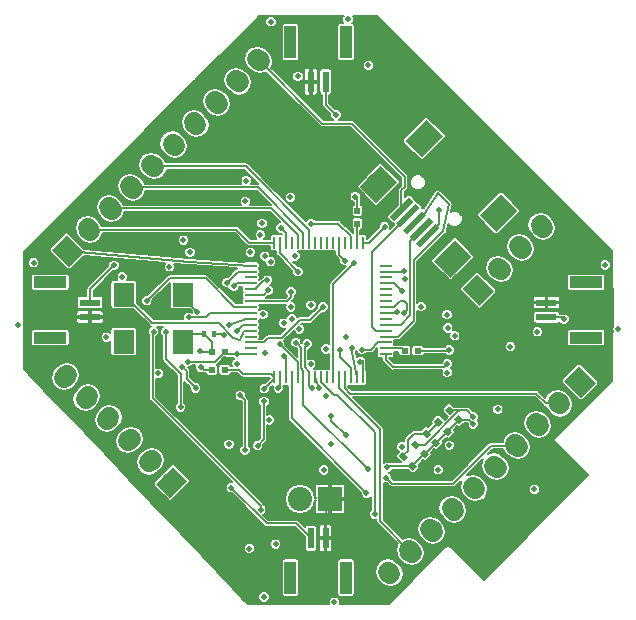
<source format=gbr>
G04 #@! TF.GenerationSoftware,KiCad,Pcbnew,5.0-dev-unknown-28f1209~61~ubuntu16.04.1*
G04 #@! TF.CreationDate,2018-02-18T12:37:57+01:00*
G04 #@! TF.ProjectId,roboy_crazyfly,726F626F795F6372617A79666C792E6B,rev?*
G04 #@! TF.SameCoordinates,Original*
G04 #@! TF.FileFunction,Copper,L4,Bot,Signal*
G04 #@! TF.FilePolarity,Positive*
%FSLAX46Y46*%
G04 Gerber Fmt 4.6, Leading zero omitted, Abs format (unit mm)*
G04 Created by KiCad (PCBNEW 5.0-dev-unknown-28f1209~61~ubuntu16.04.1) date Sun Feb 18 12:37:57 2018*
%MOMM*%
%LPD*%
G01*
G04 APERTURE LIST*
%ADD10R,0.600000X0.500000*%
%ADD11R,0.500000X0.600000*%
%ADD12C,0.500000*%
%ADD13C,0.100000*%
%ADD14R,2.032000X2.032000*%
%ADD15O,2.032000X2.032000*%
%ADD16C,1.727200*%
%ADD17C,1.727200*%
%ADD18R,0.400000X0.600000*%
%ADD19R,1.000000X0.250000*%
%ADD20R,0.250000X1.000000*%
%ADD21R,1.800000X2.000000*%
%ADD22C,0.500380*%
%ADD23C,1.998980*%
%ADD24R,0.600000X1.800000*%
%ADD25R,1.000000X2.800000*%
%ADD26R,1.800000X0.600000*%
%ADD27R,2.800000X1.000000*%
%ADD28C,0.150000*%
%ADD29C,0.152400*%
G04 APERTURE END LIST*
D10*
X132075000Y-90075000D03*
X130975000Y-90075000D03*
D11*
X143325000Y-77700000D03*
X143325000Y-76600000D03*
D10*
X147325000Y-88450000D03*
X148425000Y-88450000D03*
D12*
X149963909Y-96238909D03*
D13*
G36*
X150352818Y-96274264D02*
X149999264Y-96627818D01*
X149575000Y-96203554D01*
X149928554Y-95850000D01*
X150352818Y-96274264D01*
X150352818Y-96274264D01*
G37*
D12*
X149186091Y-95461091D03*
D13*
G36*
X149575000Y-95496446D02*
X149221446Y-95850000D01*
X148797182Y-95425736D01*
X149150736Y-95072182D01*
X149575000Y-95496446D01*
X149575000Y-95496446D01*
G37*
D12*
X150963909Y-95263909D03*
D13*
G36*
X151352818Y-95299264D02*
X150999264Y-95652818D01*
X150575000Y-95228554D01*
X150928554Y-94875000D01*
X151352818Y-95299264D01*
X151352818Y-95299264D01*
G37*
D12*
X150186091Y-94486091D03*
D13*
G36*
X150575000Y-94521446D02*
X150221446Y-94875000D01*
X149797182Y-94450736D01*
X150150736Y-94097182D01*
X150575000Y-94521446D01*
X150575000Y-94521446D01*
G37*
D12*
X147963909Y-98213909D03*
D13*
G36*
X148352818Y-98249264D02*
X147999264Y-98602818D01*
X147575000Y-98178554D01*
X147928554Y-97825000D01*
X148352818Y-98249264D01*
X148352818Y-98249264D01*
G37*
D12*
X147186091Y-97436091D03*
D13*
G36*
X147575000Y-97471446D02*
X147221446Y-97825000D01*
X146797182Y-97400736D01*
X147150736Y-97047182D01*
X147575000Y-97471446D01*
X147575000Y-97471446D01*
G37*
D12*
X151913909Y-94288909D03*
D13*
G36*
X152302818Y-94324264D02*
X151949264Y-94677818D01*
X151525000Y-94253554D01*
X151878554Y-93900000D01*
X152302818Y-94324264D01*
X152302818Y-94324264D01*
G37*
D12*
X151136091Y-93511091D03*
D13*
G36*
X151525000Y-93546446D02*
X151171446Y-93900000D01*
X150747182Y-93475736D01*
X151100736Y-93122182D01*
X151525000Y-93546446D01*
X151525000Y-93546446D01*
G37*
D12*
X148988909Y-97188909D03*
D13*
G36*
X149377818Y-97224264D02*
X149024264Y-97577818D01*
X148600000Y-97153554D01*
X148953554Y-96800000D01*
X149377818Y-97224264D01*
X149377818Y-97224264D01*
G37*
D12*
X148211091Y-96411091D03*
D13*
G36*
X148600000Y-96446446D02*
X148246446Y-96800000D01*
X147822182Y-96375736D01*
X148175736Y-96022182D01*
X148600000Y-96446446D01*
X148600000Y-96446446D01*
G37*
D10*
X132075000Y-88525000D03*
X130975000Y-88525000D03*
D14*
X141000000Y-101000000D03*
D15*
X138460000Y-101000000D03*
D16*
X127600000Y-99600000D03*
D13*
G36*
X128929078Y-99492237D02*
X127492237Y-100929078D01*
X126270922Y-99707763D01*
X127707763Y-98270922D01*
X128929078Y-99492237D01*
X128929078Y-99492237D01*
G37*
D16*
X125803949Y-97803949D03*
D17*
X125696186Y-97911712D02*
X125911712Y-97696186D01*
D16*
X124007898Y-96007898D03*
D17*
X123900135Y-96115661D02*
X124115661Y-95900135D01*
D16*
X122211846Y-94211846D03*
D17*
X122104083Y-94319609D02*
X122319609Y-94104083D01*
D16*
X120415795Y-92415795D03*
D17*
X120308032Y-92523558D02*
X120523558Y-92308032D01*
D16*
X118619744Y-90619744D03*
D17*
X118511981Y-90727507D02*
X118727507Y-90511981D01*
D16*
X153550000Y-83325000D03*
D13*
G36*
X153657763Y-84654078D02*
X152220922Y-83217237D01*
X153442237Y-81995922D01*
X154879078Y-83432763D01*
X153657763Y-84654078D01*
X153657763Y-84654078D01*
G37*
D16*
X155346051Y-81528949D03*
D17*
X155238288Y-81421186D02*
X155453814Y-81636712D01*
D16*
X157142102Y-79732898D03*
D17*
X157034339Y-79625135D02*
X157249865Y-79840661D01*
D16*
X158938154Y-77936846D03*
D17*
X158830391Y-77829083D02*
X159045917Y-78044609D01*
D16*
X162175000Y-91100000D03*
D13*
G36*
X162067237Y-89770922D02*
X163504078Y-91207763D01*
X162282763Y-92429078D01*
X160845922Y-90992237D01*
X162067237Y-89770922D01*
X162067237Y-89770922D01*
G37*
D16*
X160378949Y-92896051D03*
D17*
X160486712Y-93003814D02*
X160271186Y-92788288D01*
D16*
X158582898Y-94692102D03*
D17*
X158690661Y-94799865D02*
X158475135Y-94584339D01*
D16*
X156786846Y-96488154D03*
D17*
X156894609Y-96595917D02*
X156679083Y-96380391D01*
D16*
X154990795Y-98284205D03*
D17*
X155098558Y-98391968D02*
X154883032Y-98176442D01*
D16*
X153194744Y-100080256D03*
D17*
X153302507Y-100188019D02*
X153086981Y-99972493D01*
D16*
X151398693Y-101876307D03*
D17*
X151506456Y-101984070D02*
X151290930Y-101768544D01*
D16*
X149602641Y-103672359D03*
D17*
X149710404Y-103780122D02*
X149494878Y-103564596D01*
D16*
X147806590Y-105468410D03*
D17*
X147914353Y-105576173D02*
X147698827Y-105360647D01*
D16*
X146010539Y-107264461D03*
D17*
X146118302Y-107372224D02*
X145902776Y-107156698D01*
D16*
X118800000Y-80000000D03*
D13*
G36*
X118907763Y-81329078D02*
X117470922Y-79892237D01*
X118692237Y-78670922D01*
X120129078Y-80107763D01*
X118907763Y-81329078D01*
X118907763Y-81329078D01*
G37*
D16*
X120596051Y-78203949D03*
D17*
X120488288Y-78096186D02*
X120703814Y-78311712D01*
D16*
X122392102Y-76407898D03*
D17*
X122284339Y-76300135D02*
X122499865Y-76515661D01*
D16*
X124188154Y-74611846D03*
D17*
X124080391Y-74504083D02*
X124295917Y-74719609D01*
D16*
X125984205Y-72815795D03*
D17*
X125876442Y-72708032D02*
X126091968Y-72923558D01*
D16*
X127780256Y-71019744D03*
D17*
X127672493Y-70911981D02*
X127888019Y-71127507D01*
D16*
X129576307Y-69223693D03*
D17*
X129468544Y-69115930D02*
X129684070Y-69331456D01*
D16*
X131372359Y-67427641D03*
D17*
X131264596Y-67319878D02*
X131480122Y-67535404D01*
D16*
X133168410Y-65631590D03*
D17*
X133060647Y-65523827D02*
X133276173Y-65739353D01*
D16*
X134964461Y-63835539D03*
D17*
X134856698Y-63727776D02*
X135072224Y-63943302D01*
D18*
X131200000Y-87025000D03*
X130300000Y-87025000D03*
D19*
X134300000Y-88750000D03*
X134300000Y-88250000D03*
X134300000Y-87750000D03*
X134300000Y-87250000D03*
X134300000Y-86750000D03*
X134300000Y-86250000D03*
X134300000Y-85750000D03*
X134300000Y-85250000D03*
X134300000Y-84750000D03*
X134300000Y-84250000D03*
X134300000Y-83750000D03*
X134300000Y-83250000D03*
X134300000Y-82750000D03*
X134300000Y-82250000D03*
X134300000Y-81750000D03*
X134300000Y-81250000D03*
D20*
X136250000Y-79300000D03*
X136750000Y-79300000D03*
X137250000Y-79300000D03*
X137750000Y-79300000D03*
X138250000Y-79300000D03*
X138750000Y-79300000D03*
X139250000Y-79300000D03*
X139750000Y-79300000D03*
X140250000Y-79300000D03*
X140750000Y-79300000D03*
X141250000Y-79300000D03*
X141750000Y-79300000D03*
X142250000Y-79300000D03*
X142750000Y-79300000D03*
X143250000Y-79300000D03*
X143750000Y-79300000D03*
D19*
X145700000Y-81250000D03*
X145700000Y-81750000D03*
X145700000Y-82250000D03*
X145700000Y-82750000D03*
X145700000Y-83250000D03*
X145700000Y-83750000D03*
X145700000Y-84250000D03*
X145700000Y-84750000D03*
X145700000Y-85250000D03*
X145700000Y-85750000D03*
X145700000Y-86250000D03*
X145700000Y-86750000D03*
X145700000Y-87250000D03*
X145700000Y-87750000D03*
X145700000Y-88250000D03*
X145700000Y-88750000D03*
D20*
X143750000Y-90700000D03*
X143250000Y-90700000D03*
X142750000Y-90700000D03*
X142250000Y-90700000D03*
X141750000Y-90700000D03*
X141250000Y-90700000D03*
X140750000Y-90700000D03*
X140250000Y-90700000D03*
X139750000Y-90700000D03*
X139250000Y-90700000D03*
X138750000Y-90700000D03*
X138250000Y-90700000D03*
X137750000Y-90700000D03*
X137250000Y-90700000D03*
X136750000Y-90700000D03*
X136250000Y-90700000D03*
D21*
X123546000Y-87700000D03*
X128554000Y-87700000D03*
X123546000Y-83700000D03*
X128554000Y-83700000D03*
D22*
X147029450Y-76457525D03*
D13*
G36*
X147666150Y-75467003D02*
X148019972Y-75820825D01*
X146392750Y-77448047D01*
X146038928Y-77094225D01*
X147666150Y-75467003D01*
X147666150Y-75467003D01*
G37*
D22*
X147595206Y-77023281D03*
D13*
G36*
X148231906Y-76032759D02*
X148585728Y-76386581D01*
X146958506Y-78013803D01*
X146604684Y-77659981D01*
X148231906Y-76032759D01*
X148231906Y-76032759D01*
G37*
D22*
X148160962Y-77589038D03*
D13*
G36*
X148797662Y-76598516D02*
X149151484Y-76952338D01*
X147524262Y-78579560D01*
X147170440Y-78225738D01*
X148797662Y-76598516D01*
X148797662Y-76598516D01*
G37*
D22*
X148726719Y-78154794D03*
D13*
G36*
X149363419Y-77164272D02*
X149717241Y-77518094D01*
X148090019Y-79145316D01*
X147736197Y-78791494D01*
X149363419Y-77164272D01*
X149363419Y-77164272D01*
G37*
D22*
X149292475Y-78720550D03*
D13*
G36*
X149929175Y-77730028D02*
X150282997Y-78083850D01*
X148655775Y-79711072D01*
X148301953Y-79357250D01*
X149929175Y-77730028D01*
X149929175Y-77730028D01*
G37*
D23*
X145084327Y-74372310D03*
D13*
G36*
X145261238Y-72781907D02*
X146674730Y-74195399D01*
X144907416Y-75962713D01*
X143493924Y-74549221D01*
X145261238Y-72781907D01*
X145261238Y-72781907D01*
G37*
D23*
X148972778Y-70483859D03*
D13*
G36*
X149149689Y-68893456D02*
X150563181Y-70306948D01*
X148795867Y-72074262D01*
X147382375Y-70660770D01*
X149149689Y-68893456D01*
X149149689Y-68893456D01*
G37*
D23*
X151377690Y-80665673D03*
D13*
G36*
X151554601Y-79075270D02*
X152968093Y-80488762D01*
X151200779Y-82256076D01*
X149787287Y-80842584D01*
X151554601Y-79075270D01*
X151554601Y-79075270D01*
G37*
D23*
X155266141Y-76777222D03*
D13*
G36*
X155443052Y-75186819D02*
X156856544Y-76600311D01*
X155089230Y-78367625D01*
X153675738Y-76954133D01*
X155443052Y-75186819D01*
X155443052Y-75186819D01*
G37*
D24*
X140625000Y-65675000D03*
X139375000Y-65675000D03*
D25*
X137650000Y-62325000D03*
X142350000Y-62325000D03*
D24*
X139375000Y-104325000D03*
X140625000Y-104325000D03*
D25*
X142350000Y-107675000D03*
X137650000Y-107675000D03*
D26*
X120675000Y-84375000D03*
X120675000Y-85625000D03*
D27*
X117325000Y-87350000D03*
X117325000Y-82650000D03*
D26*
X159325000Y-85625000D03*
X159325000Y-84375000D03*
D27*
X162675000Y-82650000D03*
X162675000Y-87350000D03*
D12*
X135699500Y-82486500D03*
X151100000Y-88400000D03*
X136620000Y-91620000D03*
X143130000Y-75400000D03*
X142270000Y-80830000D03*
X150190000Y-76510000D03*
X129950000Y-88500000D03*
X130040000Y-89820000D03*
X138300000Y-81770000D03*
X153130000Y-94040000D03*
X136400000Y-104830000D03*
X132280000Y-82690000D03*
X128480000Y-89790000D03*
X129620000Y-91610000D03*
X123400000Y-82190000D03*
X139400000Y-77710000D03*
X135100000Y-78660000D03*
X144250000Y-64300000D03*
X142825000Y-88225000D03*
X137100000Y-88925000D03*
X158550000Y-86850000D03*
X164300000Y-81200000D03*
X136000000Y-60600000D03*
X115900000Y-81000000D03*
X135400000Y-109300000D03*
X145620000Y-77950000D03*
X135970000Y-80920000D03*
X136860000Y-78070000D03*
X133830000Y-75810000D03*
X132850000Y-83000000D03*
X135430000Y-91670000D03*
X150930000Y-89550000D03*
X127400000Y-81350000D03*
X122070000Y-87310000D03*
X150160000Y-98530000D03*
X134170000Y-105200000D03*
X132480000Y-86260000D03*
X128940000Y-89370000D03*
X133130000Y-88750000D03*
X145810000Y-98330000D03*
X133810000Y-96850000D03*
X133400000Y-92240000D03*
X153125000Y-94675000D03*
X140470000Y-98560000D03*
X140670000Y-88310000D03*
X141080000Y-96350000D03*
X150925000Y-90300000D03*
X132450000Y-96375000D03*
X151560000Y-87190000D03*
X142340000Y-87250000D03*
X128590000Y-79100000D03*
X139375000Y-89600000D03*
X148725000Y-84725000D03*
X150975000Y-86525000D03*
X150910000Y-85400000D03*
X147320000Y-82420000D03*
X122360000Y-85290000D03*
X157590000Y-85020000D03*
X139825000Y-67625000D03*
X126475000Y-90375000D03*
X143725000Y-88350000D03*
X143575000Y-89375000D03*
X147270000Y-81730000D03*
X147075000Y-83425000D03*
X156270000Y-88110000D03*
X141880000Y-88380000D03*
X135470000Y-80450000D03*
X138100000Y-87770000D03*
X145760000Y-99200000D03*
X144230000Y-98490000D03*
X137650000Y-75475000D03*
X138025000Y-80450000D03*
X139075000Y-87875000D03*
X139475000Y-91625000D03*
X144080000Y-100520000D03*
X140100000Y-91650000D03*
X144775000Y-102275000D03*
X135140000Y-101900000D03*
X141510000Y-68500000D03*
X126070000Y-86830000D03*
X132630000Y-100060000D03*
X138300000Y-65225000D03*
X122700000Y-81225000D03*
X160800000Y-85780000D03*
X136750000Y-87900000D03*
X131990000Y-87140000D03*
X143000000Y-81050000D03*
X127090000Y-86840000D03*
X129020000Y-85630000D03*
X141370000Y-109740000D03*
X128350000Y-93210000D03*
X137075000Y-86125000D03*
X135250000Y-77675000D03*
X147300000Y-85225000D03*
X138400000Y-86625000D03*
X125490000Y-84220000D03*
X114590000Y-86300000D03*
X139400000Y-84600000D03*
X133900000Y-74050000D03*
X146700000Y-85175000D03*
X137775000Y-85775000D03*
X142525000Y-60400000D03*
X135775000Y-83350000D03*
X165360000Y-86620000D03*
X137690000Y-83460000D03*
X129140000Y-80120000D03*
X134260000Y-80130000D03*
X135460000Y-88670000D03*
X133110000Y-89550000D03*
X141110000Y-94010000D03*
X142340000Y-95590000D03*
X155200000Y-93425000D03*
X147100000Y-96575000D03*
X135400000Y-92750000D03*
X134860000Y-96490000D03*
X135850000Y-94325000D03*
X140650000Y-92275000D03*
X158310000Y-100200000D03*
X151100000Y-96460000D03*
X140400000Y-84750000D03*
X129770000Y-85150000D03*
X133090000Y-86750000D03*
X137675000Y-84750000D03*
X135350000Y-85375000D03*
D28*
X134300000Y-83250000D02*
X134675000Y-83250000D01*
X134675000Y-83250000D02*
X135438500Y-82486500D01*
X135438500Y-82486500D02*
X135699500Y-82486500D01*
X148425000Y-88450000D02*
X151050000Y-88450000D01*
X151050000Y-88450000D02*
X151100000Y-88400000D01*
X136750000Y-90700000D02*
X136750000Y-91490000D01*
X136750000Y-91490000D02*
X136620000Y-91620000D01*
X143325000Y-76600000D02*
X143325000Y-75595000D01*
X143325000Y-75595000D02*
X143130000Y-75400000D01*
X141750000Y-79300000D02*
X141750000Y-80310000D01*
X141750000Y-80310000D02*
X142270000Y-80830000D01*
X149292475Y-78720550D02*
X149292475Y-78637525D01*
X149292475Y-78637525D02*
X150190000Y-77740000D01*
X150190000Y-77740000D02*
X150190000Y-76510000D01*
X130975000Y-88525000D02*
X129975000Y-88525000D01*
X129975000Y-88525000D02*
X129950000Y-88500000D01*
X130300000Y-87025000D02*
X129229000Y-87025000D01*
X129229000Y-87025000D02*
X128554000Y-87700000D01*
X130975000Y-88525000D02*
X130975000Y-87700000D01*
X130975000Y-87700000D02*
X130300000Y-87025000D01*
X130975000Y-90075000D02*
X130295000Y-90075000D01*
X130295000Y-90075000D02*
X130040000Y-89820000D01*
X136750000Y-79300000D02*
X136750000Y-80220000D01*
X136750000Y-80220000D02*
X138300000Y-81770000D01*
X148211091Y-96411091D02*
X149028909Y-96411091D01*
X151940000Y-93540000D02*
X151940000Y-93511091D01*
X151928909Y-93528909D02*
X151940000Y-93540000D01*
X151928909Y-93511091D02*
X151928909Y-93528909D01*
X149028909Y-96411091D02*
X151928909Y-93511091D01*
X151136091Y-93511091D02*
X151940000Y-93511091D01*
X151940000Y-93511091D02*
X152601091Y-93511091D01*
X152601091Y-93511091D02*
X153130000Y-94040000D01*
X133220000Y-81750000D02*
X134300000Y-81750000D01*
X132280000Y-82690000D02*
X133220000Y-81750000D01*
X128850000Y-90160000D02*
X128480000Y-89790000D01*
X128850000Y-90840000D02*
X128850000Y-90160000D01*
X129620000Y-91610000D02*
X128850000Y-90840000D01*
X142750000Y-78760000D02*
X141700000Y-77710000D01*
X141700000Y-77710000D02*
X139400000Y-77710000D01*
X142750000Y-79300000D02*
X142750000Y-78760000D01*
X143250000Y-90700000D02*
X142800000Y-88250000D01*
X142800000Y-88250000D02*
X142825000Y-88225000D01*
X137250000Y-89075000D02*
X137250000Y-90700000D01*
X137100000Y-88925000D02*
X137250000Y-89075000D01*
X143750000Y-79300000D02*
X144270000Y-79300000D01*
X144270000Y-79300000D02*
X145620000Y-77950000D01*
X137250000Y-79300000D02*
X137250000Y-78460000D01*
X137250000Y-78460000D02*
X136860000Y-78070000D01*
X134300000Y-82750000D02*
X133100000Y-82750000D01*
X133100000Y-82750000D02*
X132850000Y-83000000D01*
X136250000Y-90700000D02*
X136250000Y-90850000D01*
X136250000Y-90850000D02*
X135430000Y-91670000D01*
X145700000Y-88750000D02*
X145700000Y-89210000D01*
X150660000Y-89820000D02*
X150930000Y-89550000D01*
X146310000Y-89820000D02*
X150660000Y-89820000D01*
X145700000Y-89210000D02*
X146310000Y-89820000D01*
X150160000Y-98530000D02*
X150170000Y-98520000D01*
X132075000Y-90075000D02*
X133275000Y-90075000D01*
X135975000Y-90425000D02*
X136250000Y-90700000D01*
X133625000Y-90425000D02*
X135975000Y-90425000D01*
X133275000Y-90075000D02*
X133625000Y-90425000D01*
X134300000Y-85750000D02*
X133850000Y-85750000D01*
X133850000Y-85750000D02*
X132480000Y-86260000D01*
X143250000Y-79300000D02*
X143250000Y-77775000D01*
X143250000Y-77775000D02*
X143325000Y-77700000D01*
X145700000Y-88250000D02*
X147125000Y-88250000D01*
X147125000Y-88250000D02*
X147325000Y-88450000D01*
X132075000Y-88525000D02*
X132075000Y-88565000D01*
X132075000Y-88565000D02*
X131270000Y-89370000D01*
X131270000Y-89370000D02*
X128940000Y-89370000D01*
X145926091Y-98213909D02*
X145810000Y-98330000D01*
X147963909Y-98213909D02*
X145926091Y-98213909D01*
X133810000Y-92650000D02*
X133810000Y-96850000D01*
X133400000Y-92240000D02*
X133810000Y-92650000D01*
X152738909Y-94288909D02*
X151913909Y-94288909D01*
X153125000Y-94675000D02*
X152738909Y-94288909D01*
X150963909Y-95263909D02*
X150963909Y-95238909D01*
X150963909Y-95238909D02*
X151913909Y-94288909D01*
X149963909Y-96238909D02*
X149988909Y-96238909D01*
X149988909Y-96238909D02*
X150963909Y-95263909D01*
X148988909Y-97188909D02*
X149013909Y-97188909D01*
X149013909Y-97188909D02*
X149963909Y-96238909D01*
X147963909Y-98213909D02*
X148988909Y-97188909D01*
X134300000Y-88750000D02*
X133130000Y-88750000D01*
X133130000Y-88750000D02*
X132300000Y-88750000D01*
X132300000Y-88750000D02*
X132075000Y-88525000D01*
X149186091Y-95461091D02*
X149211091Y-95461091D01*
X149211091Y-95461091D02*
X150186091Y-94486091D01*
X147186091Y-97436091D02*
X147186091Y-97288909D01*
X147186091Y-97288909D02*
X147575000Y-96900000D01*
X147575000Y-96900000D02*
X147575000Y-96025000D01*
X147575000Y-96025000D02*
X148138909Y-95461091D01*
X148138909Y-95461091D02*
X149186091Y-95461091D01*
X141060000Y-96330000D02*
X141050000Y-96330000D01*
X141080000Y-96350000D02*
X141060000Y-96330000D01*
X122025000Y-85625000D02*
X120675000Y-85625000D01*
X122360000Y-85290000D02*
X122025000Y-85625000D01*
X158235000Y-84375000D02*
X159325000Y-84375000D01*
X157590000Y-85020000D02*
X158235000Y-84375000D01*
X139375000Y-65675000D02*
X139375000Y-67175000D01*
X139375000Y-67175000D02*
X139825000Y-67625000D01*
X140625000Y-104325000D02*
X140625000Y-101375000D01*
X140625000Y-101375000D02*
X141000000Y-101000000D01*
X145700000Y-86750000D02*
X144875000Y-86750000D01*
X144550000Y-80068487D02*
X147595206Y-77023281D01*
X144550000Y-86425000D02*
X144550000Y-80068487D01*
X144875000Y-86750000D02*
X144550000Y-86425000D01*
X147029450Y-76457525D02*
X147029450Y-74880550D01*
X140358922Y-69230000D02*
X134964461Y-63835539D01*
X142830000Y-69230000D02*
X140358922Y-69230000D01*
X147320000Y-73720000D02*
X142830000Y-69230000D01*
X147320000Y-74590000D02*
X147320000Y-73720000D01*
X147029450Y-74880550D02*
X147320000Y-74590000D01*
X148726719Y-78154794D02*
X148726719Y-78198281D01*
X148726719Y-78198281D02*
X147800000Y-79125000D01*
X146975000Y-86250000D02*
X145700000Y-86250000D01*
X147800000Y-85425000D02*
X146975000Y-86250000D01*
X147800000Y-79125000D02*
X147800000Y-85425000D01*
D13*
X148726719Y-78154794D02*
X148720206Y-78154794D01*
X148720206Y-78154794D02*
X147925000Y-78950000D01*
D28*
X148160962Y-77589038D02*
X148235962Y-77589038D01*
X148235962Y-77589038D02*
X149025000Y-76800000D01*
X149025000Y-76800000D02*
X150130000Y-75110000D01*
X150130000Y-75110000D02*
X151080000Y-76060000D01*
X151080000Y-76060000D02*
X150600000Y-78300000D01*
X150600000Y-78300000D02*
X148100000Y-80800000D01*
X148100000Y-80800000D02*
X148100000Y-85925000D01*
X148100000Y-85925000D02*
X146775000Y-87250000D01*
X146775000Y-87250000D02*
X145700000Y-87250000D01*
X145700000Y-87750000D02*
X145050000Y-87750000D01*
X144450000Y-88350000D02*
X143725000Y-88350000D01*
X145050000Y-87750000D02*
X144450000Y-88350000D01*
X143750000Y-90700000D02*
X143750000Y-89275000D01*
X143650000Y-89375000D02*
X143575000Y-89375000D01*
X143750000Y-89275000D02*
X143650000Y-89375000D01*
X145700000Y-81750000D02*
X147250000Y-81750000D01*
X147250000Y-81750000D02*
X147270000Y-81730000D01*
X145700000Y-82750000D02*
X146400000Y-82750000D01*
X146400000Y-82750000D02*
X147075000Y-83425000D01*
X160378949Y-92896051D02*
X159246051Y-92896051D01*
X142250000Y-91625000D02*
X142250000Y-90700000D01*
X142725000Y-92100000D02*
X142250000Y-91625000D01*
X158450000Y-92100000D02*
X142725000Y-92100000D01*
X159246051Y-92896051D02*
X158450000Y-92100000D01*
X142750000Y-90700000D02*
X142750000Y-89890000D01*
X141880000Y-89020000D02*
X141880000Y-88380000D01*
X142750000Y-89890000D02*
X141880000Y-89020000D01*
X138260000Y-87920000D02*
X138250000Y-87920000D01*
X138750000Y-90130000D02*
X138530000Y-89910000D01*
X138530000Y-89910000D02*
X138530000Y-88190000D01*
X138530000Y-88190000D02*
X138260000Y-87920000D01*
X138750000Y-90700000D02*
X138750000Y-90130000D01*
X138250000Y-87920000D02*
X138100000Y-87770000D01*
X138750000Y-90700000D02*
X138750000Y-93010000D01*
X154651846Y-96488154D02*
X156786846Y-96488154D01*
X151430000Y-99710000D02*
X154651846Y-96488154D01*
X146270000Y-99710000D02*
X151430000Y-99710000D01*
X145760000Y-99200000D02*
X146270000Y-99710000D01*
X138750000Y-93010000D02*
X144230000Y-98490000D01*
X139250000Y-90700000D02*
X139250000Y-90225000D01*
X139250000Y-90225000D02*
X138850000Y-89825000D01*
X138850000Y-88100000D02*
X139075000Y-87875000D01*
X138850000Y-89825000D02*
X138850000Y-88100000D01*
X139250000Y-90700000D02*
X139250000Y-91400000D01*
X139250000Y-91400000D02*
X139475000Y-91625000D01*
X137750000Y-90700000D02*
X137750000Y-94190000D01*
X137750000Y-94190000D02*
X144080000Y-100520000D01*
X139750000Y-90700000D02*
X140075000Y-91625000D01*
X140075000Y-91625000D02*
X140100000Y-91650000D01*
X140250000Y-90700000D02*
X140250000Y-91125000D01*
X140250000Y-91125000D02*
X141325000Y-92200000D01*
X141325000Y-92200000D02*
X141600000Y-92200000D01*
X141600000Y-92200000D02*
X144775000Y-95375000D01*
X144775000Y-95375000D02*
X144775000Y-102275000D01*
X141750000Y-90700000D02*
X141750000Y-91625000D01*
X145225000Y-102886820D02*
X147806590Y-105468410D01*
X145225000Y-95100000D02*
X145225000Y-102886820D01*
X141750000Y-91625000D02*
X145225000Y-95100000D01*
X118800000Y-80000000D02*
X129020000Y-80900000D01*
X129020000Y-80900000D02*
X134300000Y-81250000D01*
X120596051Y-78203949D02*
X133053949Y-78203949D01*
X134150000Y-79300000D02*
X136250000Y-79300000D01*
X133053949Y-78203949D02*
X134150000Y-79300000D01*
X122392102Y-76407898D02*
X136032898Y-76407898D01*
X138250000Y-78625000D02*
X138250000Y-79300000D01*
X136032898Y-76407898D02*
X138250000Y-78625000D01*
X124188154Y-74611846D02*
X134911846Y-74611846D01*
X138750000Y-78450000D02*
X138750000Y-79300000D01*
X134911846Y-74611846D02*
X138750000Y-78450000D01*
X125984205Y-72815795D02*
X133865795Y-72815795D01*
X139250000Y-78200000D02*
X139250000Y-79300000D01*
X133865795Y-72815795D02*
X139250000Y-78200000D01*
X135140000Y-101900000D02*
X135140000Y-101610000D01*
X140625000Y-67615000D02*
X140625000Y-65675000D01*
X141510000Y-68500000D02*
X140625000Y-67615000D01*
X126000000Y-86900000D02*
X126070000Y-86830000D01*
X126000000Y-92470000D02*
X126000000Y-86900000D01*
X135140000Y-101610000D02*
X126000000Y-92470000D01*
X138130000Y-103080000D02*
X139375000Y-104325000D01*
X135650000Y-103080000D02*
X138130000Y-103080000D01*
X132630000Y-100060000D02*
X135650000Y-103080000D01*
X120675000Y-84375000D02*
X120675000Y-83250000D01*
X120675000Y-83250000D02*
X122700000Y-81225000D01*
X159325000Y-85625000D02*
X160645000Y-85625000D01*
X160645000Y-85625000D02*
X160800000Y-85780000D01*
X131200000Y-87025000D02*
X131900000Y-87025000D01*
X138250000Y-89400000D02*
X138250000Y-90700000D01*
X136750000Y-87900000D02*
X138250000Y-89400000D01*
X131900000Y-87025000D02*
X131990000Y-87140000D01*
X141250000Y-82800000D02*
X141250000Y-90700000D01*
X143000000Y-81050000D02*
X141250000Y-82800000D01*
X129020000Y-85630000D02*
X130470000Y-85630000D01*
X130850000Y-85250000D02*
X130730000Y-85370000D01*
X134300000Y-85250000D02*
X130850000Y-85250000D01*
X128350000Y-90390000D02*
X127090000Y-89130000D01*
X127090000Y-89130000D02*
X127090000Y-86840000D01*
X128350000Y-93210000D02*
X128350000Y-90390000D01*
X130470000Y-85630000D02*
X130730000Y-85370000D01*
X146425000Y-84750000D02*
X145700000Y-84750000D01*
X146900000Y-84275000D02*
X146425000Y-84750000D01*
X147250000Y-84275000D02*
X146900000Y-84275000D01*
X147500000Y-84525000D02*
X147250000Y-84275000D01*
X147500000Y-85025000D02*
X147500000Y-84525000D01*
X147300000Y-85225000D02*
X147500000Y-85025000D01*
X132910000Y-84750000D02*
X130460000Y-82300000D01*
X130460000Y-82300000D02*
X127410000Y-82300000D01*
X127410000Y-82300000D02*
X125490000Y-84220000D01*
X134300000Y-84750000D02*
X132910000Y-84750000D01*
X146625000Y-85250000D02*
X145700000Y-85250000D01*
X146700000Y-85175000D02*
X146625000Y-85250000D01*
X134300000Y-83750000D02*
X135375000Y-83750000D01*
X135375000Y-83750000D02*
X135775000Y-83350000D01*
X134300000Y-84250000D02*
X137370000Y-84250000D01*
X137690000Y-83930000D02*
X137690000Y-83460000D01*
X137370000Y-84250000D02*
X137690000Y-83930000D01*
X141110000Y-94360000D02*
X141110000Y-94010000D01*
X142340000Y-95590000D02*
X141110000Y-94360000D01*
X135400000Y-95950000D02*
X135400000Y-92750000D01*
X134860000Y-96490000D02*
X135400000Y-95950000D01*
X135375000Y-87750000D02*
X134300000Y-87750000D01*
X135750000Y-87375000D02*
X135375000Y-87750000D01*
X136900000Y-87375000D02*
X135750000Y-87375000D01*
X138425000Y-85850000D02*
X136900000Y-87375000D01*
X139300000Y-85850000D02*
X138425000Y-85850000D01*
X140400000Y-84750000D02*
X139300000Y-85850000D01*
X134300000Y-86750000D02*
X133750000Y-86750000D01*
X125956000Y-86110000D02*
X123546000Y-83700000D01*
X131640000Y-86110000D02*
X125956000Y-86110000D01*
X132815844Y-87400241D02*
X131640000Y-86110000D01*
X133367953Y-87583946D02*
X132815844Y-87400241D01*
X133750000Y-86750000D02*
X133367953Y-87583946D01*
X134300000Y-86250000D02*
X133590000Y-86250000D01*
X129770000Y-85150000D02*
X128554000Y-83934000D01*
X133590000Y-86250000D02*
X133090000Y-86750000D01*
X128554000Y-83934000D02*
X128554000Y-83700000D01*
D29*
G36*
X141881541Y-60085984D02*
X141970102Y-60103600D01*
X141970103Y-60103600D01*
X142000000Y-60109547D01*
X142029898Y-60103600D01*
X142144558Y-60103600D01*
X142119263Y-60128895D01*
X142046400Y-60304801D01*
X142046400Y-60495199D01*
X142119263Y-60671105D01*
X142140080Y-60691922D01*
X141850000Y-60691922D01*
X141760805Y-60709664D01*
X141685189Y-60760189D01*
X141634664Y-60835805D01*
X141616922Y-60925000D01*
X141616922Y-63725000D01*
X141634664Y-63814195D01*
X141685189Y-63889811D01*
X141760805Y-63940336D01*
X141850000Y-63958078D01*
X142850000Y-63958078D01*
X142939195Y-63940336D01*
X143014811Y-63889811D01*
X143065336Y-63814195D01*
X143083078Y-63725000D01*
X143083078Y-60925000D01*
X143065336Y-60835805D01*
X143014811Y-60760189D01*
X142939195Y-60709664D01*
X142899979Y-60701863D01*
X142930737Y-60671105D01*
X143003600Y-60495199D01*
X143003600Y-60304801D01*
X142930737Y-60128895D01*
X142905442Y-60103600D01*
X144974246Y-60103600D01*
X164896401Y-80025756D01*
X164896400Y-82970102D01*
X164890453Y-83000000D01*
X164914016Y-83118459D01*
X164922758Y-83131542D01*
X164923800Y-83133101D01*
X164923800Y-86422439D01*
X164881400Y-86524801D01*
X164881400Y-86715199D01*
X164923800Y-86817561D01*
X164923800Y-86866899D01*
X164914016Y-86881541D01*
X164890453Y-87000000D01*
X164896400Y-87029898D01*
X164896401Y-90974244D01*
X160106464Y-95764182D01*
X160081118Y-95781118D01*
X160020706Y-95871530D01*
X159946118Y-95946118D01*
X159929600Y-95970840D01*
X159923800Y-96000000D01*
X159929600Y-96029160D01*
X159946118Y-96053882D01*
X160020706Y-96128470D01*
X160058525Y-96185069D01*
X160081118Y-96218882D01*
X160106464Y-96235818D01*
X162870645Y-99000000D01*
X154000000Y-107870646D01*
X151235817Y-105106463D01*
X151218882Y-105081118D01*
X151193536Y-105064182D01*
X151128470Y-105020706D01*
X151053882Y-104946118D01*
X151029160Y-104929600D01*
X151000000Y-104923800D01*
X150970840Y-104929600D01*
X150946118Y-104946118D01*
X150871532Y-105020704D01*
X150806463Y-105064182D01*
X150806461Y-105064184D01*
X150781118Y-105081118D01*
X150764184Y-105106461D01*
X145974246Y-109896400D01*
X142029898Y-109896400D01*
X142000000Y-109890453D01*
X141970103Y-109896400D01*
X141970102Y-109896400D01*
X141881541Y-109914016D01*
X141866898Y-109923800D01*
X141811900Y-109923800D01*
X141848600Y-109835199D01*
X141848600Y-109644801D01*
X141775737Y-109468895D01*
X141641105Y-109334263D01*
X141465199Y-109261400D01*
X141274801Y-109261400D01*
X141098895Y-109334263D01*
X140964263Y-109468895D01*
X140891400Y-109644801D01*
X140891400Y-109835199D01*
X140928100Y-109923800D01*
X138133102Y-109923800D01*
X138118459Y-109914016D01*
X138029898Y-109896400D01*
X138000000Y-109890453D01*
X137970103Y-109896400D01*
X134025755Y-109896400D01*
X133644336Y-109514981D01*
X133349666Y-109204801D01*
X134921400Y-109204801D01*
X134921400Y-109395199D01*
X134994263Y-109571105D01*
X135128895Y-109705737D01*
X135304801Y-109778600D01*
X135495199Y-109778600D01*
X135671105Y-109705737D01*
X135805737Y-109571105D01*
X135878600Y-109395199D01*
X135878600Y-109204801D01*
X135805737Y-109028895D01*
X135671105Y-108894263D01*
X135495199Y-108821400D01*
X135304801Y-108821400D01*
X135128895Y-108894263D01*
X134994263Y-109028895D01*
X134921400Y-109204801D01*
X133349666Y-109204801D01*
X130566356Y-106275000D01*
X136916922Y-106275000D01*
X136916922Y-109075000D01*
X136934664Y-109164195D01*
X136985189Y-109239811D01*
X137060805Y-109290336D01*
X137150000Y-109308078D01*
X138150000Y-109308078D01*
X138239195Y-109290336D01*
X138314811Y-109239811D01*
X138365336Y-109164195D01*
X138383078Y-109075000D01*
X138383078Y-106275000D01*
X141616922Y-106275000D01*
X141616922Y-109075000D01*
X141634664Y-109164195D01*
X141685189Y-109239811D01*
X141760805Y-109290336D01*
X141850000Y-109308078D01*
X142850000Y-109308078D01*
X142939195Y-109290336D01*
X143014811Y-109239811D01*
X143065336Y-109164195D01*
X143083078Y-109075000D01*
X143083078Y-107156698D01*
X144789179Y-107156698D01*
X144873947Y-107582852D01*
X145054412Y-107852937D01*
X145422063Y-108220588D01*
X145692148Y-108401053D01*
X146118302Y-108485821D01*
X146544457Y-108401053D01*
X146905734Y-108159656D01*
X147147131Y-107798379D01*
X147231899Y-107372224D01*
X147147131Y-106946070D01*
X146966666Y-106675985D01*
X146599015Y-106308334D01*
X146328930Y-106127869D01*
X145902776Y-106043101D01*
X145476622Y-106127869D01*
X145115345Y-106369267D01*
X144873947Y-106730544D01*
X144789179Y-107156698D01*
X143083078Y-107156698D01*
X143083078Y-106275000D01*
X143065336Y-106185805D01*
X143014811Y-106110189D01*
X142939195Y-106059664D01*
X142850000Y-106041922D01*
X141850000Y-106041922D01*
X141760805Y-106059664D01*
X141685189Y-106110189D01*
X141634664Y-106185805D01*
X141616922Y-106275000D01*
X138383078Y-106275000D01*
X138365336Y-106185805D01*
X138314811Y-106110189D01*
X138239195Y-106059664D01*
X138150000Y-106041922D01*
X137150000Y-106041922D01*
X137060805Y-106059664D01*
X136985189Y-106110189D01*
X136934664Y-106185805D01*
X136916922Y-106275000D01*
X130566356Y-106275000D01*
X129454667Y-105104801D01*
X133691400Y-105104801D01*
X133691400Y-105295199D01*
X133764263Y-105471105D01*
X133898895Y-105605737D01*
X134074801Y-105678600D01*
X134265199Y-105678600D01*
X134441105Y-105605737D01*
X134575737Y-105471105D01*
X134648600Y-105295199D01*
X134648600Y-105104801D01*
X134575737Y-104928895D01*
X134441105Y-104794263D01*
X134297552Y-104734801D01*
X135921400Y-104734801D01*
X135921400Y-104925199D01*
X135994263Y-105101105D01*
X136128895Y-105235737D01*
X136304801Y-105308600D01*
X136495199Y-105308600D01*
X136671105Y-105235737D01*
X136805737Y-105101105D01*
X136878600Y-104925199D01*
X136878600Y-104734801D01*
X136805737Y-104558895D01*
X136671105Y-104424263D01*
X136495199Y-104351400D01*
X136304801Y-104351400D01*
X136128895Y-104424263D01*
X135994263Y-104558895D01*
X135921400Y-104734801D01*
X134297552Y-104734801D01*
X134265199Y-104721400D01*
X134074801Y-104721400D01*
X133898895Y-104794263D01*
X133764263Y-104928895D01*
X133691400Y-105104801D01*
X129454667Y-105104801D01*
X124327482Y-99707763D01*
X126037844Y-99707763D01*
X126055586Y-99796958D01*
X126106111Y-99872574D01*
X127327426Y-101093889D01*
X127403042Y-101144414D01*
X127492237Y-101162156D01*
X127581432Y-101144414D01*
X127657048Y-101093889D01*
X129093889Y-99657048D01*
X129144414Y-99581432D01*
X129162156Y-99492237D01*
X129144414Y-99403042D01*
X129093889Y-99327426D01*
X127872574Y-98106111D01*
X127796958Y-98055586D01*
X127707763Y-98037844D01*
X127618568Y-98055586D01*
X127542952Y-98106111D01*
X126106111Y-99542952D01*
X126055586Y-99618568D01*
X126037844Y-99707763D01*
X124327482Y-99707763D01*
X122621233Y-97911712D01*
X124582589Y-97911712D01*
X124667357Y-98337866D01*
X124908755Y-98699143D01*
X125270032Y-98940541D01*
X125696186Y-99025309D01*
X126122340Y-98940541D01*
X126392425Y-98760076D01*
X126760076Y-98392425D01*
X126940541Y-98122340D01*
X127025309Y-97696186D01*
X126940541Y-97270031D01*
X126699144Y-96908754D01*
X126337867Y-96667357D01*
X125911712Y-96582589D01*
X125485558Y-96667357D01*
X125215473Y-96847822D01*
X124847822Y-97215473D01*
X124667357Y-97485558D01*
X124582589Y-97911712D01*
X122621233Y-97911712D01*
X120914984Y-96115661D01*
X122786538Y-96115661D01*
X122871306Y-96541815D01*
X123112704Y-96903092D01*
X123473981Y-97144490D01*
X123900135Y-97229258D01*
X124326289Y-97144490D01*
X124596374Y-96964025D01*
X124964025Y-96596374D01*
X125144490Y-96326289D01*
X125229258Y-95900135D01*
X125144490Y-95473980D01*
X124903093Y-95112703D01*
X124541816Y-94871306D01*
X124115661Y-94786538D01*
X123689507Y-94871306D01*
X123419422Y-95051771D01*
X123051771Y-95419422D01*
X122871306Y-95689507D01*
X122786538Y-96115661D01*
X120914984Y-96115661D01*
X119208734Y-94319609D01*
X120990486Y-94319609D01*
X121075254Y-94745763D01*
X121316652Y-95107040D01*
X121677929Y-95348438D01*
X122104083Y-95433206D01*
X122530237Y-95348438D01*
X122800322Y-95167973D01*
X123167973Y-94800322D01*
X123348438Y-94530237D01*
X123433206Y-94104083D01*
X123348438Y-93677928D01*
X123107041Y-93316651D01*
X122745764Y-93075254D01*
X122319609Y-92990486D01*
X121893455Y-93075254D01*
X121623370Y-93255719D01*
X121255719Y-93623370D01*
X121075254Y-93893455D01*
X120990486Y-94319609D01*
X119208734Y-94319609D01*
X117502485Y-92523558D01*
X119194435Y-92523558D01*
X119279203Y-92949712D01*
X119520601Y-93310989D01*
X119881878Y-93552387D01*
X120308032Y-93637155D01*
X120734186Y-93552387D01*
X121004271Y-93371922D01*
X121371922Y-93004271D01*
X121552387Y-92734186D01*
X121637155Y-92308032D01*
X121552387Y-91881877D01*
X121310990Y-91520600D01*
X120949713Y-91279203D01*
X120523558Y-91194435D01*
X120097404Y-91279203D01*
X119827319Y-91459668D01*
X119459668Y-91827319D01*
X119279203Y-92097404D01*
X119194435Y-92523558D01*
X117502485Y-92523558D01*
X115796236Y-90727507D01*
X117398384Y-90727507D01*
X117483152Y-91153661D01*
X117724550Y-91514938D01*
X118085827Y-91756336D01*
X118511981Y-91841104D01*
X118938135Y-91756336D01*
X119208220Y-91575871D01*
X119575871Y-91208220D01*
X119756336Y-90938135D01*
X119841104Y-90511981D01*
X119756336Y-90085826D01*
X119514939Y-89724549D01*
X119153662Y-89483152D01*
X118727507Y-89398384D01*
X118301353Y-89483152D01*
X118031268Y-89663617D01*
X117663617Y-90031268D01*
X117483152Y-90301353D01*
X117398384Y-90727507D01*
X115796236Y-90727507D01*
X115103600Y-89998417D01*
X115103600Y-87029898D01*
X115109547Y-87000000D01*
X115103358Y-86968883D01*
X115085984Y-86881541D01*
X115076200Y-86866898D01*
X115076200Y-86850000D01*
X115691922Y-86850000D01*
X115691922Y-87850000D01*
X115709664Y-87939195D01*
X115760189Y-88014811D01*
X115835805Y-88065336D01*
X115925000Y-88083078D01*
X118725000Y-88083078D01*
X118814195Y-88065336D01*
X118889811Y-88014811D01*
X118940336Y-87939195D01*
X118958078Y-87850000D01*
X118958078Y-87214801D01*
X121591400Y-87214801D01*
X121591400Y-87405199D01*
X121664263Y-87581105D01*
X121798895Y-87715737D01*
X121974801Y-87788600D01*
X122165199Y-87788600D01*
X122341105Y-87715737D01*
X122412922Y-87643920D01*
X122412922Y-88700000D01*
X122430664Y-88789195D01*
X122481189Y-88864811D01*
X122556805Y-88915336D01*
X122646000Y-88933078D01*
X124446000Y-88933078D01*
X124535195Y-88915336D01*
X124610811Y-88864811D01*
X124661336Y-88789195D01*
X124679078Y-88700000D01*
X124679078Y-86700000D01*
X124661336Y-86610805D01*
X124610811Y-86535189D01*
X124535195Y-86484664D01*
X124446000Y-86466922D01*
X122646000Y-86466922D01*
X122556805Y-86484664D01*
X122481189Y-86535189D01*
X122430664Y-86610805D01*
X122412922Y-86700000D01*
X122412922Y-86976080D01*
X122341105Y-86904263D01*
X122165199Y-86831400D01*
X121974801Y-86831400D01*
X121798895Y-86904263D01*
X121664263Y-87038895D01*
X121591400Y-87214801D01*
X118958078Y-87214801D01*
X118958078Y-86850000D01*
X118940336Y-86760805D01*
X118889811Y-86685189D01*
X118814195Y-86634664D01*
X118725000Y-86616922D01*
X115925000Y-86616922D01*
X115835805Y-86634664D01*
X115760189Y-86685189D01*
X115709664Y-86760805D01*
X115691922Y-86850000D01*
X115076200Y-86850000D01*
X115076200Y-85771050D01*
X119495600Y-85771050D01*
X119495600Y-85980576D01*
X119538136Y-86083267D01*
X119616733Y-86161864D01*
X119719424Y-86204400D01*
X120528950Y-86204400D01*
X120598800Y-86134550D01*
X120598800Y-85701200D01*
X120751200Y-85701200D01*
X120751200Y-86134550D01*
X120821050Y-86204400D01*
X121630576Y-86204400D01*
X121733267Y-86161864D01*
X121811864Y-86083267D01*
X121854400Y-85980576D01*
X121854400Y-85771050D01*
X121784550Y-85701200D01*
X120751200Y-85701200D01*
X120598800Y-85701200D01*
X119565450Y-85701200D01*
X119495600Y-85771050D01*
X115076200Y-85771050D01*
X115076200Y-85269424D01*
X119495600Y-85269424D01*
X119495600Y-85478950D01*
X119565450Y-85548800D01*
X120598800Y-85548800D01*
X120598800Y-85115450D01*
X120751200Y-85115450D01*
X120751200Y-85548800D01*
X121784550Y-85548800D01*
X121854400Y-85478950D01*
X121854400Y-85269424D01*
X121811864Y-85166733D01*
X121733267Y-85088136D01*
X121630576Y-85045600D01*
X120821050Y-85045600D01*
X120751200Y-85115450D01*
X120598800Y-85115450D01*
X120528950Y-85045600D01*
X119719424Y-85045600D01*
X119616733Y-85088136D01*
X119538136Y-85166733D01*
X119495600Y-85269424D01*
X115076200Y-85269424D01*
X115076200Y-84075000D01*
X119541922Y-84075000D01*
X119541922Y-84675000D01*
X119559664Y-84764195D01*
X119610189Y-84839811D01*
X119685805Y-84890336D01*
X119775000Y-84908078D01*
X121575000Y-84908078D01*
X121664195Y-84890336D01*
X121739811Y-84839811D01*
X121790336Y-84764195D01*
X121808078Y-84675000D01*
X121808078Y-84075000D01*
X121790336Y-83985805D01*
X121739811Y-83910189D01*
X121664195Y-83859664D01*
X121575000Y-83841922D01*
X120978600Y-83841922D01*
X120978600Y-83375754D01*
X122650755Y-81703600D01*
X122795199Y-81703600D01*
X122971105Y-81630737D01*
X123105737Y-81496105D01*
X123178600Y-81320199D01*
X123178600Y-81129801D01*
X123105737Y-80953895D01*
X122971105Y-80819263D01*
X122795199Y-80746400D01*
X122604801Y-80746400D01*
X122428895Y-80819263D01*
X122294263Y-80953895D01*
X122221400Y-81129801D01*
X122221400Y-81274245D01*
X120481466Y-83014180D01*
X120456118Y-83031117D01*
X120439182Y-83056464D01*
X120389016Y-83131542D01*
X120365453Y-83250000D01*
X120371401Y-83279902D01*
X120371400Y-83841922D01*
X119775000Y-83841922D01*
X119685805Y-83859664D01*
X119610189Y-83910189D01*
X119559664Y-83985805D01*
X119541922Y-84075000D01*
X115076200Y-84075000D01*
X115076200Y-83133102D01*
X115085984Y-83118459D01*
X115102425Y-83035805D01*
X115103600Y-83029898D01*
X115103600Y-83029897D01*
X115109547Y-83000000D01*
X115103600Y-82970102D01*
X115103600Y-82150000D01*
X115691922Y-82150000D01*
X115691922Y-83150000D01*
X115709664Y-83239195D01*
X115760189Y-83314811D01*
X115835805Y-83365336D01*
X115925000Y-83383078D01*
X118725000Y-83383078D01*
X118814195Y-83365336D01*
X118889811Y-83314811D01*
X118940336Y-83239195D01*
X118958078Y-83150000D01*
X118958078Y-82150000D01*
X118940336Y-82060805D01*
X118889811Y-81985189D01*
X118814195Y-81934664D01*
X118725000Y-81916922D01*
X115925000Y-81916922D01*
X115835805Y-81934664D01*
X115760189Y-81985189D01*
X115709664Y-82060805D01*
X115691922Y-82150000D01*
X115103600Y-82150000D01*
X115103600Y-80904801D01*
X115421400Y-80904801D01*
X115421400Y-81095199D01*
X115494263Y-81271105D01*
X115628895Y-81405737D01*
X115804801Y-81478600D01*
X115995199Y-81478600D01*
X116171105Y-81405737D01*
X116305737Y-81271105D01*
X116378600Y-81095199D01*
X116378600Y-80904801D01*
X116305737Y-80728895D01*
X116171105Y-80594263D01*
X115995199Y-80521400D01*
X115804801Y-80521400D01*
X115628895Y-80594263D01*
X115494263Y-80728895D01*
X115421400Y-80904801D01*
X115103600Y-80904801D01*
X115103600Y-80025754D01*
X115237117Y-79892237D01*
X117237844Y-79892237D01*
X117255586Y-79981432D01*
X117306111Y-80057048D01*
X118742952Y-81493889D01*
X118818568Y-81544414D01*
X118907763Y-81562156D01*
X118996958Y-81544414D01*
X119072574Y-81493889D01*
X120143387Y-80423076D01*
X127042525Y-81030633D01*
X126994263Y-81078895D01*
X126921400Y-81254801D01*
X126921400Y-81445199D01*
X126994263Y-81621105D01*
X127128895Y-81755737D01*
X127304801Y-81828600D01*
X127495199Y-81828600D01*
X127671105Y-81755737D01*
X127805737Y-81621105D01*
X127878600Y-81445199D01*
X127878600Y-81254801D01*
X127813883Y-81098561D01*
X128966889Y-81200097D01*
X128970087Y-81200957D01*
X128996625Y-81202716D01*
X129023150Y-81205052D01*
X129026446Y-81204693D01*
X133086828Y-81473847D01*
X133001117Y-81531117D01*
X132984181Y-81556464D01*
X132329246Y-82211400D01*
X132184801Y-82211400D01*
X132008895Y-82284263D01*
X131874263Y-82418895D01*
X131801400Y-82594801D01*
X131801400Y-82785199D01*
X131874263Y-82961105D01*
X132008895Y-83095737D01*
X132184801Y-83168600D01*
X132375199Y-83168600D01*
X132397908Y-83159194D01*
X132444263Y-83271105D01*
X132578895Y-83405737D01*
X132754801Y-83478600D01*
X132945199Y-83478600D01*
X133121105Y-83405737D01*
X133255737Y-83271105D01*
X133328600Y-83095199D01*
X133328600Y-83053600D01*
X133581124Y-83053600D01*
X133566922Y-83125000D01*
X133566922Y-83375000D01*
X133584664Y-83464195D01*
X133608588Y-83500000D01*
X133584664Y-83535805D01*
X133566922Y-83625000D01*
X133566922Y-83875000D01*
X133584664Y-83964195D01*
X133608588Y-84000000D01*
X133584664Y-84035805D01*
X133566922Y-84125000D01*
X133566922Y-84375000D01*
X133581124Y-84446400D01*
X133035755Y-84446400D01*
X130695822Y-82106468D01*
X130678883Y-82081117D01*
X130578459Y-82014016D01*
X130489898Y-81996400D01*
X130489897Y-81996400D01*
X130460000Y-81990453D01*
X130430103Y-81996400D01*
X127439897Y-81996400D01*
X127409999Y-81990453D01*
X127332755Y-82005818D01*
X127291541Y-82014016D01*
X127191117Y-82081117D01*
X127174180Y-82106465D01*
X125539246Y-83741400D01*
X125394801Y-83741400D01*
X125218895Y-83814263D01*
X125084263Y-83948895D01*
X125011400Y-84124801D01*
X125011400Y-84315199D01*
X125084263Y-84491105D01*
X125218895Y-84625737D01*
X125394801Y-84698600D01*
X125585199Y-84698600D01*
X125761105Y-84625737D01*
X125895737Y-84491105D01*
X125968600Y-84315199D01*
X125968600Y-84170754D01*
X127420922Y-82718433D01*
X127420922Y-84700000D01*
X127438664Y-84789195D01*
X127489189Y-84864811D01*
X127564805Y-84915336D01*
X127654000Y-84933078D01*
X129123723Y-84933078D01*
X129291400Y-85100755D01*
X129291400Y-85224558D01*
X129291105Y-85224263D01*
X129115199Y-85151400D01*
X128924801Y-85151400D01*
X128748895Y-85224263D01*
X128614263Y-85358895D01*
X128541400Y-85534801D01*
X128541400Y-85725199D01*
X128575035Y-85806400D01*
X126081755Y-85806400D01*
X124679078Y-84403724D01*
X124679078Y-82700000D01*
X124661336Y-82610805D01*
X124610811Y-82535189D01*
X124535195Y-82484664D01*
X124446000Y-82466922D01*
X123799920Y-82466922D01*
X123805737Y-82461105D01*
X123878600Y-82285199D01*
X123878600Y-82094801D01*
X123805737Y-81918895D01*
X123671105Y-81784263D01*
X123495199Y-81711400D01*
X123304801Y-81711400D01*
X123128895Y-81784263D01*
X122994263Y-81918895D01*
X122921400Y-82094801D01*
X122921400Y-82285199D01*
X122994263Y-82461105D01*
X123000080Y-82466922D01*
X122646000Y-82466922D01*
X122556805Y-82484664D01*
X122481189Y-82535189D01*
X122430664Y-82610805D01*
X122412922Y-82700000D01*
X122412922Y-84700000D01*
X122430664Y-84789195D01*
X122481189Y-84864811D01*
X122556805Y-84915336D01*
X122646000Y-84933078D01*
X124349724Y-84933078D01*
X125720180Y-86303535D01*
X125737117Y-86328883D01*
X125837541Y-86395984D01*
X125857555Y-86399965D01*
X125798895Y-86424263D01*
X125664263Y-86558895D01*
X125591400Y-86734801D01*
X125591400Y-86925199D01*
X125664263Y-87101105D01*
X125696401Y-87133243D01*
X125696400Y-92440103D01*
X125690453Y-92470000D01*
X125698629Y-92511105D01*
X125714016Y-92588458D01*
X125781117Y-92688883D01*
X125806468Y-92705822D01*
X132682045Y-99581400D01*
X132534801Y-99581400D01*
X132358895Y-99654263D01*
X132224263Y-99788895D01*
X132151400Y-99964801D01*
X132151400Y-100155199D01*
X132224263Y-100331105D01*
X132358895Y-100465737D01*
X132534801Y-100538600D01*
X132679246Y-100538600D01*
X135414180Y-103273535D01*
X135431117Y-103298883D01*
X135486375Y-103335805D01*
X135531541Y-103365984D01*
X135650000Y-103389547D01*
X135679897Y-103383600D01*
X138004246Y-103383600D01*
X138841922Y-104221277D01*
X138841922Y-105225000D01*
X138859664Y-105314195D01*
X138910189Y-105389811D01*
X138985805Y-105440336D01*
X139075000Y-105458078D01*
X139675000Y-105458078D01*
X139764195Y-105440336D01*
X139839811Y-105389811D01*
X139890336Y-105314195D01*
X139908078Y-105225000D01*
X139908078Y-104471050D01*
X140045600Y-104471050D01*
X140045600Y-105280576D01*
X140088136Y-105383267D01*
X140166733Y-105461864D01*
X140269424Y-105504400D01*
X140478950Y-105504400D01*
X140548800Y-105434550D01*
X140548800Y-104401200D01*
X140701200Y-104401200D01*
X140701200Y-105434550D01*
X140771050Y-105504400D01*
X140980576Y-105504400D01*
X141083267Y-105461864D01*
X141161864Y-105383267D01*
X141204400Y-105280576D01*
X141204400Y-104471050D01*
X141134550Y-104401200D01*
X140701200Y-104401200D01*
X140548800Y-104401200D01*
X140115450Y-104401200D01*
X140045600Y-104471050D01*
X139908078Y-104471050D01*
X139908078Y-103425000D01*
X139897024Y-103369424D01*
X140045600Y-103369424D01*
X140045600Y-104178950D01*
X140115450Y-104248800D01*
X140548800Y-104248800D01*
X140548800Y-103215450D01*
X140701200Y-103215450D01*
X140701200Y-104248800D01*
X141134550Y-104248800D01*
X141204400Y-104178950D01*
X141204400Y-103369424D01*
X141161864Y-103266733D01*
X141083267Y-103188136D01*
X140980576Y-103145600D01*
X140771050Y-103145600D01*
X140701200Y-103215450D01*
X140548800Y-103215450D01*
X140478950Y-103145600D01*
X140269424Y-103145600D01*
X140166733Y-103188136D01*
X140088136Y-103266733D01*
X140045600Y-103369424D01*
X139897024Y-103369424D01*
X139890336Y-103335805D01*
X139839811Y-103260189D01*
X139764195Y-103209664D01*
X139675000Y-103191922D01*
X139075000Y-103191922D01*
X138985805Y-103209664D01*
X138910189Y-103260189D01*
X138859664Y-103335805D01*
X138852280Y-103372926D01*
X138365822Y-102886468D01*
X138348883Y-102861117D01*
X138248459Y-102794016D01*
X138159898Y-102776400D01*
X138159897Y-102776400D01*
X138130000Y-102770453D01*
X138100103Y-102776400D01*
X135775755Y-102776400D01*
X135336142Y-102336788D01*
X135411105Y-102305737D01*
X135545737Y-102171105D01*
X135618600Y-101995199D01*
X135618600Y-101804801D01*
X135545737Y-101628895D01*
X135430354Y-101513512D01*
X135425984Y-101491541D01*
X135379117Y-101421400D01*
X135358883Y-101391117D01*
X135333535Y-101374180D01*
X134959355Y-101000000D01*
X137191017Y-101000000D01*
X137287613Y-101485619D01*
X137562694Y-101897306D01*
X137974381Y-102172387D01*
X138337419Y-102244600D01*
X138582581Y-102244600D01*
X138945619Y-102172387D01*
X139357306Y-101897306D01*
X139632387Y-101485619D01*
X139713825Y-101076202D01*
X139774448Y-101076202D01*
X139704600Y-101146050D01*
X139704600Y-102071576D01*
X139747136Y-102174267D01*
X139825733Y-102252864D01*
X139928424Y-102295400D01*
X140853950Y-102295400D01*
X140923800Y-102225550D01*
X140923800Y-101076200D01*
X141076200Y-101076200D01*
X141076200Y-102225550D01*
X141146050Y-102295400D01*
X142071576Y-102295400D01*
X142174267Y-102252864D01*
X142252864Y-102174267D01*
X142295400Y-102071576D01*
X142295400Y-101146050D01*
X142225550Y-101076200D01*
X141076200Y-101076200D01*
X140923800Y-101076200D01*
X140903800Y-101076200D01*
X140903800Y-100923800D01*
X140923800Y-100923800D01*
X140923800Y-99774450D01*
X141076200Y-99774450D01*
X141076200Y-100923800D01*
X142225550Y-100923800D01*
X142295400Y-100853950D01*
X142295400Y-99928424D01*
X142252864Y-99825733D01*
X142174267Y-99747136D01*
X142071576Y-99704600D01*
X141146050Y-99704600D01*
X141076200Y-99774450D01*
X140923800Y-99774450D01*
X140853950Y-99704600D01*
X139928424Y-99704600D01*
X139825733Y-99747136D01*
X139747136Y-99825733D01*
X139704600Y-99928424D01*
X139704600Y-100853950D01*
X139774448Y-100923798D01*
X139713825Y-100923798D01*
X139632387Y-100514381D01*
X139357306Y-100102694D01*
X138945619Y-99827613D01*
X138582581Y-99755400D01*
X138337419Y-99755400D01*
X137974381Y-99827613D01*
X137562694Y-100102694D01*
X137287613Y-100514381D01*
X137191017Y-101000000D01*
X134959355Y-101000000D01*
X132424156Y-98464801D01*
X139991400Y-98464801D01*
X139991400Y-98655199D01*
X140064263Y-98831105D01*
X140198895Y-98965737D01*
X140374801Y-99038600D01*
X140565199Y-99038600D01*
X140741105Y-98965737D01*
X140875737Y-98831105D01*
X140948600Y-98655199D01*
X140948600Y-98464801D01*
X140875737Y-98288895D01*
X140741105Y-98154263D01*
X140565199Y-98081400D01*
X140374801Y-98081400D01*
X140198895Y-98154263D01*
X140064263Y-98288895D01*
X139991400Y-98464801D01*
X132424156Y-98464801D01*
X130239156Y-96279801D01*
X131971400Y-96279801D01*
X131971400Y-96470199D01*
X132044263Y-96646105D01*
X132178895Y-96780737D01*
X132354801Y-96853600D01*
X132545199Y-96853600D01*
X132721105Y-96780737D01*
X132855737Y-96646105D01*
X132928600Y-96470199D01*
X132928600Y-96279801D01*
X132855737Y-96103895D01*
X132721105Y-95969263D01*
X132545199Y-95896400D01*
X132354801Y-95896400D01*
X132178895Y-95969263D01*
X132044263Y-96103895D01*
X131971400Y-96279801D01*
X130239156Y-96279801D01*
X126303600Y-92344246D01*
X126303600Y-90822036D01*
X126379801Y-90853600D01*
X126570199Y-90853600D01*
X126746105Y-90780737D01*
X126880737Y-90646105D01*
X126953600Y-90470199D01*
X126953600Y-90279801D01*
X126880737Y-90103895D01*
X126746105Y-89969263D01*
X126570199Y-89896400D01*
X126379801Y-89896400D01*
X126303600Y-89927964D01*
X126303600Y-87251272D01*
X126341105Y-87235737D01*
X126475737Y-87101105D01*
X126548600Y-86925199D01*
X126548600Y-86734801D01*
X126475737Y-86558895D01*
X126341105Y-86424263D01*
X126315362Y-86413600D01*
X126868780Y-86413600D01*
X126818895Y-86434263D01*
X126684263Y-86568895D01*
X126611400Y-86744801D01*
X126611400Y-86935199D01*
X126684263Y-87111105D01*
X126786401Y-87213243D01*
X126786400Y-89100103D01*
X126780453Y-89130000D01*
X126786400Y-89159897D01*
X126804016Y-89248458D01*
X126871117Y-89348883D01*
X126896468Y-89365822D01*
X128046401Y-90515756D01*
X128046400Y-92836758D01*
X127944263Y-92938895D01*
X127871400Y-93114801D01*
X127871400Y-93305199D01*
X127944263Y-93481105D01*
X128078895Y-93615737D01*
X128254801Y-93688600D01*
X128445199Y-93688600D01*
X128621105Y-93615737D01*
X128755737Y-93481105D01*
X128828600Y-93305199D01*
X128828600Y-93114801D01*
X128755737Y-92938895D01*
X128653600Y-92836758D01*
X128653600Y-92144801D01*
X132921400Y-92144801D01*
X132921400Y-92335199D01*
X132994263Y-92511105D01*
X133128895Y-92645737D01*
X133304801Y-92718600D01*
X133449245Y-92718600D01*
X133506400Y-92775756D01*
X133506401Y-96476757D01*
X133404263Y-96578895D01*
X133331400Y-96754801D01*
X133331400Y-96945199D01*
X133404263Y-97121105D01*
X133538895Y-97255737D01*
X133714801Y-97328600D01*
X133905199Y-97328600D01*
X134081105Y-97255737D01*
X134215737Y-97121105D01*
X134288600Y-96945199D01*
X134288600Y-96754801D01*
X134215737Y-96578895D01*
X134113600Y-96476758D01*
X134113600Y-96394801D01*
X134381400Y-96394801D01*
X134381400Y-96585199D01*
X134454263Y-96761105D01*
X134588895Y-96895737D01*
X134764801Y-96968600D01*
X134955199Y-96968600D01*
X135131105Y-96895737D01*
X135265737Y-96761105D01*
X135338600Y-96585199D01*
X135338600Y-96440754D01*
X135593535Y-96185819D01*
X135618883Y-96168883D01*
X135685984Y-96068459D01*
X135703600Y-95979898D01*
X135703600Y-95979897D01*
X135709547Y-95950001D01*
X135703600Y-95920104D01*
X135703600Y-94782392D01*
X135754801Y-94803600D01*
X135945199Y-94803600D01*
X136121105Y-94730737D01*
X136255737Y-94596105D01*
X136328600Y-94420199D01*
X136328600Y-94229801D01*
X136255737Y-94053895D01*
X136121105Y-93919263D01*
X135945199Y-93846400D01*
X135754801Y-93846400D01*
X135703600Y-93867608D01*
X135703600Y-93123242D01*
X135805737Y-93021105D01*
X135878600Y-92845199D01*
X135878600Y-92654801D01*
X135805737Y-92478895D01*
X135671105Y-92344263D01*
X135495199Y-92271400D01*
X135304801Y-92271400D01*
X135128895Y-92344263D01*
X134994263Y-92478895D01*
X134921400Y-92654801D01*
X134921400Y-92845199D01*
X134994263Y-93021105D01*
X135096401Y-93123243D01*
X135096400Y-95824245D01*
X134909246Y-96011400D01*
X134764801Y-96011400D01*
X134588895Y-96084263D01*
X134454263Y-96218895D01*
X134381400Y-96394801D01*
X134113600Y-96394801D01*
X134113600Y-92679897D01*
X134119547Y-92650000D01*
X134107306Y-92588459D01*
X134095984Y-92531541D01*
X134054864Y-92470000D01*
X134045819Y-92456463D01*
X134045818Y-92456462D01*
X134028883Y-92431117D01*
X134003538Y-92414182D01*
X133878600Y-92289245D01*
X133878600Y-92144801D01*
X133805737Y-91968895D01*
X133671105Y-91834263D01*
X133495199Y-91761400D01*
X133304801Y-91761400D01*
X133128895Y-91834263D01*
X132994263Y-91968895D01*
X132921400Y-92144801D01*
X128653600Y-92144801D01*
X128653600Y-91073906D01*
X128656468Y-91075822D01*
X129141400Y-91560755D01*
X129141400Y-91705199D01*
X129214263Y-91881105D01*
X129348895Y-92015737D01*
X129524801Y-92088600D01*
X129715199Y-92088600D01*
X129891105Y-92015737D01*
X130025737Y-91881105D01*
X130098600Y-91705199D01*
X130098600Y-91514801D01*
X130025737Y-91338895D01*
X129891105Y-91204263D01*
X129715199Y-91131400D01*
X129570755Y-91131400D01*
X129153600Y-90714246D01*
X129153600Y-90189897D01*
X129159547Y-90159999D01*
X129135984Y-90041541D01*
X129127242Y-90028458D01*
X129068883Y-89941117D01*
X129043535Y-89924180D01*
X128967955Y-89848600D01*
X129035199Y-89848600D01*
X129211105Y-89775737D01*
X129313242Y-89673600D01*
X129582608Y-89673600D01*
X129561400Y-89724801D01*
X129561400Y-89915199D01*
X129634263Y-90091105D01*
X129768895Y-90225737D01*
X129944801Y-90298600D01*
X130083177Y-90298600D01*
X130176541Y-90360984D01*
X130265102Y-90378600D01*
X130265105Y-90378600D01*
X130294999Y-90384546D01*
X130324893Y-90378600D01*
X130452584Y-90378600D01*
X130459664Y-90414195D01*
X130510189Y-90489811D01*
X130585805Y-90540336D01*
X130675000Y-90558078D01*
X131275000Y-90558078D01*
X131364195Y-90540336D01*
X131439811Y-90489811D01*
X131490336Y-90414195D01*
X131508078Y-90325000D01*
X131508078Y-89825000D01*
X131490336Y-89735805D01*
X131439811Y-89660189D01*
X131410988Y-89640930D01*
X131488883Y-89588883D01*
X131505822Y-89563532D01*
X132061277Y-89008078D01*
X132139777Y-89008078D01*
X132181541Y-89035984D01*
X132299999Y-89059547D01*
X132329897Y-89053600D01*
X132756758Y-89053600D01*
X132844924Y-89141766D01*
X132838895Y-89144263D01*
X132704263Y-89278895D01*
X132631400Y-89454801D01*
X132631400Y-89645199D01*
X132683674Y-89771400D01*
X132597416Y-89771400D01*
X132590336Y-89735805D01*
X132539811Y-89660189D01*
X132464195Y-89609664D01*
X132375000Y-89591922D01*
X131775000Y-89591922D01*
X131685805Y-89609664D01*
X131610189Y-89660189D01*
X131559664Y-89735805D01*
X131541922Y-89825000D01*
X131541922Y-90325000D01*
X131559664Y-90414195D01*
X131610189Y-90489811D01*
X131685805Y-90540336D01*
X131775000Y-90558078D01*
X132375000Y-90558078D01*
X132464195Y-90540336D01*
X132539811Y-90489811D01*
X132590336Y-90414195D01*
X132597416Y-90378600D01*
X133149246Y-90378600D01*
X133389180Y-90618535D01*
X133406117Y-90643883D01*
X133506541Y-90710984D01*
X133595102Y-90728600D01*
X133595103Y-90728600D01*
X133625000Y-90734547D01*
X133654897Y-90728600D01*
X135849246Y-90728600D01*
X135891922Y-90771276D01*
X135891922Y-90778723D01*
X135479246Y-91191400D01*
X135334801Y-91191400D01*
X135158895Y-91264263D01*
X135024263Y-91398895D01*
X134951400Y-91574801D01*
X134951400Y-91765199D01*
X135024263Y-91941105D01*
X135158895Y-92075737D01*
X135334801Y-92148600D01*
X135525199Y-92148600D01*
X135701105Y-92075737D01*
X135835737Y-91941105D01*
X135908600Y-91765199D01*
X135908600Y-91620754D01*
X136101042Y-91428312D01*
X136125000Y-91433078D01*
X136179393Y-91433078D01*
X136141400Y-91524801D01*
X136141400Y-91715199D01*
X136214263Y-91891105D01*
X136348895Y-92025737D01*
X136524801Y-92098600D01*
X136715199Y-92098600D01*
X136891105Y-92025737D01*
X137025737Y-91891105D01*
X137098600Y-91715199D01*
X137098600Y-91524801D01*
X137054825Y-91419119D01*
X137125000Y-91433078D01*
X137375000Y-91433078D01*
X137446400Y-91418876D01*
X137446401Y-94160098D01*
X137440453Y-94190000D01*
X137464016Y-94308458D01*
X137475727Y-94325984D01*
X137531118Y-94408883D01*
X137556466Y-94425820D01*
X143601400Y-100470755D01*
X143601400Y-100615199D01*
X143674263Y-100791105D01*
X143808895Y-100925737D01*
X143984801Y-100998600D01*
X144175199Y-100998600D01*
X144351105Y-100925737D01*
X144471401Y-100805441D01*
X144471401Y-101901757D01*
X144369263Y-102003895D01*
X144296400Y-102179801D01*
X144296400Y-102370199D01*
X144369263Y-102546105D01*
X144503895Y-102680737D01*
X144679801Y-102753600D01*
X144870199Y-102753600D01*
X144921401Y-102732391D01*
X144921401Y-102856918D01*
X144915453Y-102886820D01*
X144939016Y-103005278D01*
X144966195Y-103045954D01*
X145006118Y-103105703D01*
X145031466Y-103122640D01*
X146739420Y-104830595D01*
X146669998Y-104934493D01*
X146585230Y-105360647D01*
X146669998Y-105786801D01*
X146850463Y-106056886D01*
X147218114Y-106424537D01*
X147488199Y-106605002D01*
X147914353Y-106689770D01*
X148340508Y-106605002D01*
X148701785Y-106363605D01*
X148943182Y-106002328D01*
X149027950Y-105576173D01*
X148943182Y-105150019D01*
X148762717Y-104879934D01*
X148395066Y-104512283D01*
X148124981Y-104331818D01*
X147698827Y-104247050D01*
X147272673Y-104331818D01*
X147168775Y-104401240D01*
X146332131Y-103564596D01*
X148381281Y-103564596D01*
X148466049Y-103990750D01*
X148646514Y-104260835D01*
X149014165Y-104628486D01*
X149284250Y-104808951D01*
X149710404Y-104893719D01*
X150136559Y-104808951D01*
X150497836Y-104567554D01*
X150739233Y-104206277D01*
X150824001Y-103780122D01*
X150739233Y-103353968D01*
X150558768Y-103083883D01*
X150191117Y-102716232D01*
X149921032Y-102535767D01*
X149494878Y-102450999D01*
X149068724Y-102535767D01*
X148707447Y-102777165D01*
X148466049Y-103138442D01*
X148381281Y-103564596D01*
X146332131Y-103564596D01*
X145528600Y-102761066D01*
X145528600Y-101768544D01*
X150177333Y-101768544D01*
X150262101Y-102194698D01*
X150442566Y-102464783D01*
X150810217Y-102832434D01*
X151080302Y-103012899D01*
X151506456Y-103097667D01*
X151932611Y-103012899D01*
X152293888Y-102771502D01*
X152535285Y-102410225D01*
X152620053Y-101984070D01*
X152535285Y-101557916D01*
X152354820Y-101287831D01*
X151987169Y-100920180D01*
X151717084Y-100739715D01*
X151290930Y-100654947D01*
X150864776Y-100739715D01*
X150503499Y-100981113D01*
X150262101Y-101342390D01*
X150177333Y-101768544D01*
X145528600Y-101768544D01*
X145528600Y-99622183D01*
X145664801Y-99678600D01*
X145809245Y-99678600D01*
X146034180Y-99903535D01*
X146051117Y-99928883D01*
X146151541Y-99995984D01*
X146270000Y-100019547D01*
X146299897Y-100013600D01*
X151400103Y-100013600D01*
X151430000Y-100019547D01*
X151459897Y-100013600D01*
X151459898Y-100013600D01*
X151548459Y-99995984D01*
X151648883Y-99928883D01*
X151665822Y-99903532D01*
X152128906Y-99440448D01*
X152058152Y-99546339D01*
X151973384Y-99972493D01*
X152058152Y-100398647D01*
X152238617Y-100668732D01*
X152606268Y-101036383D01*
X152876353Y-101216848D01*
X153302507Y-101301616D01*
X153728662Y-101216848D01*
X154089939Y-100975451D01*
X154331336Y-100614174D01*
X154416104Y-100188019D01*
X154399551Y-100104801D01*
X157831400Y-100104801D01*
X157831400Y-100295199D01*
X157904263Y-100471105D01*
X158038895Y-100605737D01*
X158214801Y-100678600D01*
X158405199Y-100678600D01*
X158581105Y-100605737D01*
X158715737Y-100471105D01*
X158788600Y-100295199D01*
X158788600Y-100104801D01*
X158715737Y-99928895D01*
X158581105Y-99794263D01*
X158405199Y-99721400D01*
X158214801Y-99721400D01*
X158038895Y-99794263D01*
X157904263Y-99928895D01*
X157831400Y-100104801D01*
X154399551Y-100104801D01*
X154331336Y-99761865D01*
X154150871Y-99491780D01*
X153783220Y-99124129D01*
X153513135Y-98943664D01*
X153086981Y-98858896D01*
X152660827Y-98943664D01*
X152554936Y-99014418D01*
X153924956Y-97644398D01*
X153854203Y-97750288D01*
X153769435Y-98176442D01*
X153854203Y-98602596D01*
X154034668Y-98872681D01*
X154402319Y-99240332D01*
X154672404Y-99420797D01*
X155098558Y-99505565D01*
X155524713Y-99420797D01*
X155885990Y-99179400D01*
X156127387Y-98818123D01*
X156212155Y-98391968D01*
X156127387Y-97965814D01*
X155946922Y-97695729D01*
X155579271Y-97328078D01*
X155309186Y-97147613D01*
X154883032Y-97062845D01*
X154456878Y-97147613D01*
X154350989Y-97218366D01*
X154777601Y-96791754D01*
X155647312Y-96791754D01*
X155650254Y-96806545D01*
X155830719Y-97076630D01*
X156198370Y-97444281D01*
X156468455Y-97624746D01*
X156894609Y-97709514D01*
X157320764Y-97624746D01*
X157682041Y-97383349D01*
X157923438Y-97022072D01*
X158008206Y-96595917D01*
X157923438Y-96169763D01*
X157742973Y-95899678D01*
X157375322Y-95532027D01*
X157105237Y-95351562D01*
X156679083Y-95266794D01*
X156252929Y-95351562D01*
X155891652Y-95592960D01*
X155650254Y-95954237D01*
X155604441Y-96184554D01*
X154681742Y-96184554D01*
X154651845Y-96178607D01*
X154621948Y-96184554D01*
X154533387Y-96202170D01*
X154432963Y-96269271D01*
X154416026Y-96294619D01*
X151304246Y-99406400D01*
X146395755Y-99406400D01*
X146238600Y-99249245D01*
X146238600Y-99104801D01*
X146165737Y-98928895D01*
X146031105Y-98794263D01*
X145985458Y-98775355D01*
X146081105Y-98735737D01*
X146215737Y-98601105D01*
X146250364Y-98517509D01*
X147584333Y-98517509D01*
X147834453Y-98767629D01*
X147910069Y-98818154D01*
X147999264Y-98835896D01*
X148088459Y-98818154D01*
X148164075Y-98767629D01*
X148496903Y-98434801D01*
X149681400Y-98434801D01*
X149681400Y-98625199D01*
X149754263Y-98801105D01*
X149888895Y-98935737D01*
X150064801Y-99008600D01*
X150255199Y-99008600D01*
X150431105Y-98935737D01*
X150565737Y-98801105D01*
X150638600Y-98625199D01*
X150638600Y-98434801D01*
X150565737Y-98258895D01*
X150431105Y-98124263D01*
X150255199Y-98051400D01*
X150064801Y-98051400D01*
X149888895Y-98124263D01*
X149754263Y-98258895D01*
X149681400Y-98434801D01*
X148496903Y-98434801D01*
X148517629Y-98414075D01*
X148568154Y-98338459D01*
X148585896Y-98249264D01*
X148568154Y-98160069D01*
X148519668Y-98087504D01*
X148862505Y-97744668D01*
X148935069Y-97793154D01*
X149024264Y-97810896D01*
X149113459Y-97793154D01*
X149189075Y-97742629D01*
X149542629Y-97389075D01*
X149593154Y-97313459D01*
X149610896Y-97224264D01*
X149593154Y-97135069D01*
X149554682Y-97077491D01*
X149837505Y-96794668D01*
X149910069Y-96843154D01*
X149999264Y-96860896D01*
X150088459Y-96843154D01*
X150164075Y-96792629D01*
X150517629Y-96439075D01*
X150567257Y-96364801D01*
X150621400Y-96364801D01*
X150621400Y-96555199D01*
X150694263Y-96731105D01*
X150828895Y-96865737D01*
X151004801Y-96938600D01*
X151195199Y-96938600D01*
X151371105Y-96865737D01*
X151505737Y-96731105D01*
X151578600Y-96555199D01*
X151578600Y-96364801D01*
X151505737Y-96188895D01*
X151371105Y-96054263D01*
X151195199Y-95981400D01*
X151004801Y-95981400D01*
X150828895Y-96054263D01*
X150694263Y-96188895D01*
X150621400Y-96364801D01*
X150567257Y-96364801D01*
X150568154Y-96363459D01*
X150585896Y-96274264D01*
X150568154Y-96185069D01*
X150529682Y-96127491D01*
X150837505Y-95819668D01*
X150910069Y-95868154D01*
X150999264Y-95885896D01*
X151088459Y-95868154D01*
X151164075Y-95817629D01*
X151517629Y-95464075D01*
X151568154Y-95388459D01*
X151585896Y-95299264D01*
X151568154Y-95210069D01*
X151517629Y-95134453D01*
X151507674Y-95124498D01*
X151787505Y-94844668D01*
X151860069Y-94893154D01*
X151949264Y-94910896D01*
X152038459Y-94893154D01*
X152114075Y-94842629D01*
X152364195Y-94592509D01*
X152613155Y-94592509D01*
X152646400Y-94625754D01*
X152646400Y-94770199D01*
X152719263Y-94946105D01*
X152853895Y-95080737D01*
X153029801Y-95153600D01*
X153220199Y-95153600D01*
X153396105Y-95080737D01*
X153530737Y-94946105D01*
X153603600Y-94770199D01*
X153603600Y-94584339D01*
X157361538Y-94584339D01*
X157446306Y-95010493D01*
X157626771Y-95280578D01*
X157994422Y-95648229D01*
X158264507Y-95828694D01*
X158690661Y-95913462D01*
X159116816Y-95828694D01*
X159478093Y-95587297D01*
X159719490Y-95226020D01*
X159804258Y-94799865D01*
X159719490Y-94373711D01*
X159539025Y-94103626D01*
X159171374Y-93735975D01*
X158901289Y-93555510D01*
X158475135Y-93470742D01*
X158048981Y-93555510D01*
X157687704Y-93796908D01*
X157446306Y-94158185D01*
X157361538Y-94584339D01*
X153603600Y-94584339D01*
X153603600Y-94579801D01*
X153530737Y-94403895D01*
X153486842Y-94360000D01*
X153535737Y-94311105D01*
X153608600Y-94135199D01*
X153608600Y-93944801D01*
X153535737Y-93768895D01*
X153401105Y-93634263D01*
X153225199Y-93561400D01*
X153080755Y-93561400D01*
X152849156Y-93329801D01*
X154721400Y-93329801D01*
X154721400Y-93520199D01*
X154794263Y-93696105D01*
X154928895Y-93830737D01*
X155104801Y-93903600D01*
X155295199Y-93903600D01*
X155471105Y-93830737D01*
X155605737Y-93696105D01*
X155678600Y-93520199D01*
X155678600Y-93329801D01*
X155605737Y-93153895D01*
X155471105Y-93019263D01*
X155295199Y-92946400D01*
X155104801Y-92946400D01*
X154928895Y-93019263D01*
X154794263Y-93153895D01*
X154721400Y-93329801D01*
X152849156Y-93329801D01*
X152836913Y-93317559D01*
X152819974Y-93292208D01*
X152719550Y-93225107D01*
X152630989Y-93207491D01*
X152630988Y-93207491D01*
X152601091Y-93201544D01*
X152571194Y-93207491D01*
X151969898Y-93207491D01*
X151940000Y-93201544D01*
X151934454Y-93202647D01*
X151928909Y-93201544D01*
X151928908Y-93201544D01*
X151899011Y-93207491D01*
X151515667Y-93207491D01*
X151265547Y-92957371D01*
X151189931Y-92906846D01*
X151100736Y-92889104D01*
X151011541Y-92906846D01*
X150935925Y-92957371D01*
X150582371Y-93310925D01*
X150531846Y-93386541D01*
X150514104Y-93475736D01*
X150531846Y-93564931D01*
X150582371Y-93640547D01*
X150976235Y-94034411D01*
X150696911Y-94313735D01*
X150315547Y-93932371D01*
X150239931Y-93881846D01*
X150150736Y-93864104D01*
X150061541Y-93881846D01*
X149985925Y-93932371D01*
X149632371Y-94285925D01*
X149581846Y-94361541D01*
X149564104Y-94450736D01*
X149581846Y-94539931D01*
X149630332Y-94612495D01*
X149325502Y-94917326D01*
X149315547Y-94907371D01*
X149239931Y-94856846D01*
X149150736Y-94839104D01*
X149061541Y-94856846D01*
X148985925Y-94907371D01*
X148735805Y-95157491D01*
X148168806Y-95157491D01*
X148138909Y-95151544D01*
X148109012Y-95157491D01*
X148109011Y-95157491D01*
X148020450Y-95175107D01*
X147920026Y-95242208D01*
X147903090Y-95267555D01*
X147381466Y-95789180D01*
X147356118Y-95806117D01*
X147339182Y-95831464D01*
X147289016Y-95906542D01*
X147265453Y-96025000D01*
X147271401Y-96054902D01*
X147271401Y-96127964D01*
X147195199Y-96096400D01*
X147004801Y-96096400D01*
X146828895Y-96169263D01*
X146694263Y-96303895D01*
X146621400Y-96479801D01*
X146621400Y-96670199D01*
X146694263Y-96846105D01*
X146828895Y-96980737D01*
X146870377Y-96997919D01*
X146632371Y-97235925D01*
X146581846Y-97311541D01*
X146564104Y-97400736D01*
X146581846Y-97489931D01*
X146632371Y-97565547D01*
X146977133Y-97910309D01*
X146047417Y-97910309D01*
X145905199Y-97851400D01*
X145714801Y-97851400D01*
X145538895Y-97924263D01*
X145528600Y-97934558D01*
X145528600Y-95129896D01*
X145534547Y-95099999D01*
X145510984Y-94981541D01*
X145497248Y-94960984D01*
X145443883Y-94881117D01*
X145418536Y-94864181D01*
X142957954Y-92403600D01*
X158324246Y-92403600D01*
X159010231Y-93089586D01*
X159027168Y-93114934D01*
X159127592Y-93182035D01*
X159240373Y-93204469D01*
X159242357Y-93214442D01*
X159422822Y-93484527D01*
X159790473Y-93852178D01*
X160060558Y-94032643D01*
X160486712Y-94117411D01*
X160912867Y-94032643D01*
X161274144Y-93791246D01*
X161515541Y-93429969D01*
X161600309Y-93003814D01*
X161515541Y-92577660D01*
X161335076Y-92307575D01*
X160967425Y-91939924D01*
X160697340Y-91759459D01*
X160271186Y-91674691D01*
X159845032Y-91759459D01*
X159483755Y-92000857D01*
X159242357Y-92362134D01*
X159225622Y-92446267D01*
X158685822Y-91906468D01*
X158668883Y-91881117D01*
X158568459Y-91814016D01*
X158479898Y-91796400D01*
X158479897Y-91796400D01*
X158450000Y-91790453D01*
X158420103Y-91796400D01*
X142850755Y-91796400D01*
X142553600Y-91499246D01*
X142553600Y-91418876D01*
X142625000Y-91433078D01*
X142875000Y-91433078D01*
X142964195Y-91415336D01*
X143000000Y-91391412D01*
X143035805Y-91415336D01*
X143125000Y-91433078D01*
X143375000Y-91433078D01*
X143464195Y-91415336D01*
X143500000Y-91391412D01*
X143535805Y-91415336D01*
X143625000Y-91433078D01*
X143875000Y-91433078D01*
X143964195Y-91415336D01*
X144039811Y-91364811D01*
X144090336Y-91289195D01*
X144108078Y-91200000D01*
X144108078Y-90992237D01*
X160612844Y-90992237D01*
X160630586Y-91081432D01*
X160681111Y-91157048D01*
X162117952Y-92593889D01*
X162193568Y-92644414D01*
X162282763Y-92662156D01*
X162371958Y-92644414D01*
X162447574Y-92593889D01*
X163668889Y-91372574D01*
X163719414Y-91296958D01*
X163737156Y-91207763D01*
X163719414Y-91118568D01*
X163668889Y-91042952D01*
X162232048Y-89606111D01*
X162156432Y-89555586D01*
X162067237Y-89537844D01*
X161978042Y-89555586D01*
X161902426Y-89606111D01*
X160681111Y-90827426D01*
X160630586Y-90903042D01*
X160612844Y-90992237D01*
X144108078Y-90992237D01*
X144108078Y-90200000D01*
X144090336Y-90110805D01*
X144053600Y-90055826D01*
X144053600Y-89304898D01*
X144059547Y-89275001D01*
X144052363Y-89238883D01*
X144035984Y-89156541D01*
X143968883Y-89056117D01*
X143868459Y-88989016D01*
X143865212Y-88988370D01*
X143846105Y-88969263D01*
X143670199Y-88896400D01*
X143479801Y-88896400D01*
X143303895Y-88969263D01*
X143250580Y-89022578D01*
X143165807Y-88561035D01*
X143230737Y-88496105D01*
X143249112Y-88451745D01*
X143319263Y-88621105D01*
X143453895Y-88755737D01*
X143629801Y-88828600D01*
X143820199Y-88828600D01*
X143996105Y-88755737D01*
X144098242Y-88653600D01*
X144420103Y-88653600D01*
X144450000Y-88659547D01*
X144479897Y-88653600D01*
X144479898Y-88653600D01*
X144568459Y-88635984D01*
X144668883Y-88568883D01*
X144685822Y-88543532D01*
X144966922Y-88262433D01*
X144966922Y-88375000D01*
X144984664Y-88464195D01*
X145008588Y-88500000D01*
X144984664Y-88535805D01*
X144966922Y-88625000D01*
X144966922Y-88875000D01*
X144984664Y-88964195D01*
X145035189Y-89039811D01*
X145110805Y-89090336D01*
X145200000Y-89108078D01*
X145396401Y-89108078D01*
X145396401Y-89180098D01*
X145390453Y-89210000D01*
X145414016Y-89328458D01*
X145414017Y-89328459D01*
X145481118Y-89428883D01*
X145506466Y-89445820D01*
X146074180Y-90013535D01*
X146091117Y-90038883D01*
X146169273Y-90091105D01*
X146191541Y-90105984D01*
X146309999Y-90129547D01*
X146339896Y-90123600D01*
X150480035Y-90123600D01*
X150446400Y-90204801D01*
X150446400Y-90395199D01*
X150519263Y-90571105D01*
X150653895Y-90705737D01*
X150829801Y-90778600D01*
X151020199Y-90778600D01*
X151196105Y-90705737D01*
X151330737Y-90571105D01*
X151403600Y-90395199D01*
X151403600Y-90204801D01*
X151330737Y-90028895D01*
X151229342Y-89927500D01*
X151335737Y-89821105D01*
X151408600Y-89645199D01*
X151408600Y-89454801D01*
X151335737Y-89278895D01*
X151201105Y-89144263D01*
X151025199Y-89071400D01*
X150834801Y-89071400D01*
X150658895Y-89144263D01*
X150524263Y-89278895D01*
X150451400Y-89454801D01*
X150451400Y-89516400D01*
X146435755Y-89516400D01*
X146027432Y-89108078D01*
X146200000Y-89108078D01*
X146289195Y-89090336D01*
X146364811Y-89039811D01*
X146415336Y-88964195D01*
X146433078Y-88875000D01*
X146433078Y-88625000D01*
X146418876Y-88553600D01*
X146791922Y-88553600D01*
X146791922Y-88700000D01*
X146809664Y-88789195D01*
X146860189Y-88864811D01*
X146935805Y-88915336D01*
X147025000Y-88933078D01*
X147625000Y-88933078D01*
X147714195Y-88915336D01*
X147789811Y-88864811D01*
X147840336Y-88789195D01*
X147858078Y-88700000D01*
X147858078Y-88200000D01*
X147891922Y-88200000D01*
X147891922Y-88700000D01*
X147909664Y-88789195D01*
X147960189Y-88864811D01*
X148035805Y-88915336D01*
X148125000Y-88933078D01*
X148725000Y-88933078D01*
X148814195Y-88915336D01*
X148889811Y-88864811D01*
X148940336Y-88789195D01*
X148947416Y-88753600D01*
X150776758Y-88753600D01*
X150828895Y-88805737D01*
X151004801Y-88878600D01*
X151195199Y-88878600D01*
X151371105Y-88805737D01*
X151505737Y-88671105D01*
X151578600Y-88495199D01*
X151578600Y-88304801D01*
X151505737Y-88128895D01*
X151391643Y-88014801D01*
X155791400Y-88014801D01*
X155791400Y-88205199D01*
X155864263Y-88381105D01*
X155998895Y-88515737D01*
X156174801Y-88588600D01*
X156365199Y-88588600D01*
X156541105Y-88515737D01*
X156675737Y-88381105D01*
X156748600Y-88205199D01*
X156748600Y-88014801D01*
X156675737Y-87838895D01*
X156541105Y-87704263D01*
X156365199Y-87631400D01*
X156174801Y-87631400D01*
X155998895Y-87704263D01*
X155864263Y-87838895D01*
X155791400Y-88014801D01*
X151391643Y-88014801D01*
X151371105Y-87994263D01*
X151195199Y-87921400D01*
X151004801Y-87921400D01*
X150828895Y-87994263D01*
X150694263Y-88128895D01*
X150687012Y-88146400D01*
X148947416Y-88146400D01*
X148940336Y-88110805D01*
X148889811Y-88035189D01*
X148814195Y-87984664D01*
X148725000Y-87966922D01*
X148125000Y-87966922D01*
X148035805Y-87984664D01*
X147960189Y-88035189D01*
X147909664Y-88110805D01*
X147891922Y-88200000D01*
X147858078Y-88200000D01*
X147840336Y-88110805D01*
X147789811Y-88035189D01*
X147714195Y-87984664D01*
X147625000Y-87966922D01*
X147247808Y-87966922D01*
X147243459Y-87964016D01*
X147154898Y-87946400D01*
X147154897Y-87946400D01*
X147125000Y-87940453D01*
X147095103Y-87946400D01*
X146418876Y-87946400D01*
X146433078Y-87875000D01*
X146433078Y-87625000D01*
X146418876Y-87553600D01*
X146745103Y-87553600D01*
X146775000Y-87559547D01*
X146804897Y-87553600D01*
X146804898Y-87553600D01*
X146893459Y-87535984D01*
X146993883Y-87468883D01*
X147010822Y-87443532D01*
X148024553Y-86429801D01*
X150496400Y-86429801D01*
X150496400Y-86620199D01*
X150569263Y-86796105D01*
X150703895Y-86930737D01*
X150879801Y-87003600D01*
X151070199Y-87003600D01*
X151129321Y-86979111D01*
X151081400Y-87094801D01*
X151081400Y-87285199D01*
X151154263Y-87461105D01*
X151288895Y-87595737D01*
X151464801Y-87668600D01*
X151655199Y-87668600D01*
X151831105Y-87595737D01*
X151965737Y-87461105D01*
X152038600Y-87285199D01*
X152038600Y-87094801D01*
X151965737Y-86918895D01*
X151831105Y-86784263D01*
X151759978Y-86754801D01*
X158071400Y-86754801D01*
X158071400Y-86945199D01*
X158144263Y-87121105D01*
X158278895Y-87255737D01*
X158454801Y-87328600D01*
X158645199Y-87328600D01*
X158821105Y-87255737D01*
X158955737Y-87121105D01*
X159028600Y-86945199D01*
X159028600Y-86850000D01*
X161041922Y-86850000D01*
X161041922Y-87850000D01*
X161059664Y-87939195D01*
X161110189Y-88014811D01*
X161185805Y-88065336D01*
X161275000Y-88083078D01*
X164075000Y-88083078D01*
X164164195Y-88065336D01*
X164239811Y-88014811D01*
X164290336Y-87939195D01*
X164308078Y-87850000D01*
X164308078Y-86850000D01*
X164290336Y-86760805D01*
X164239811Y-86685189D01*
X164164195Y-86634664D01*
X164075000Y-86616922D01*
X161275000Y-86616922D01*
X161185805Y-86634664D01*
X161110189Y-86685189D01*
X161059664Y-86760805D01*
X161041922Y-86850000D01*
X159028600Y-86850000D01*
X159028600Y-86754801D01*
X158955737Y-86578895D01*
X158821105Y-86444263D01*
X158645199Y-86371400D01*
X158454801Y-86371400D01*
X158278895Y-86444263D01*
X158144263Y-86578895D01*
X158071400Y-86754801D01*
X151759978Y-86754801D01*
X151655199Y-86711400D01*
X151464801Y-86711400D01*
X151405679Y-86735889D01*
X151453600Y-86620199D01*
X151453600Y-86429801D01*
X151380737Y-86253895D01*
X151246105Y-86119263D01*
X151070199Y-86046400D01*
X150879801Y-86046400D01*
X150703895Y-86119263D01*
X150569263Y-86253895D01*
X150496400Y-86429801D01*
X148024553Y-86429801D01*
X148293535Y-86160820D01*
X148318883Y-86143883D01*
X148385984Y-86043459D01*
X148403600Y-85954898D01*
X148409547Y-85925000D01*
X148403600Y-85895103D01*
X148403600Y-85304801D01*
X150431400Y-85304801D01*
X150431400Y-85495199D01*
X150504263Y-85671105D01*
X150638895Y-85805737D01*
X150814801Y-85878600D01*
X151005199Y-85878600D01*
X151181105Y-85805737D01*
X151315737Y-85671105D01*
X151388600Y-85495199D01*
X151388600Y-85325000D01*
X158191922Y-85325000D01*
X158191922Y-85925000D01*
X158209664Y-86014195D01*
X158260189Y-86089811D01*
X158335805Y-86140336D01*
X158425000Y-86158078D01*
X160225000Y-86158078D01*
X160314195Y-86140336D01*
X160389811Y-86089811D01*
X160407098Y-86063940D01*
X160528895Y-86185737D01*
X160704801Y-86258600D01*
X160895199Y-86258600D01*
X161071105Y-86185737D01*
X161205737Y-86051105D01*
X161278600Y-85875199D01*
X161278600Y-85684801D01*
X161205737Y-85508895D01*
X161071105Y-85374263D01*
X160895199Y-85301400D01*
X160704801Y-85301400D01*
X160662480Y-85318930D01*
X160645000Y-85315453D01*
X160615103Y-85321400D01*
X160457362Y-85321400D01*
X160440336Y-85235805D01*
X160389811Y-85160189D01*
X160314195Y-85109664D01*
X160225000Y-85091922D01*
X158425000Y-85091922D01*
X158335805Y-85109664D01*
X158260189Y-85160189D01*
X158209664Y-85235805D01*
X158191922Y-85325000D01*
X151388600Y-85325000D01*
X151388600Y-85304801D01*
X151315737Y-85128895D01*
X151181105Y-84994263D01*
X151005199Y-84921400D01*
X150814801Y-84921400D01*
X150638895Y-84994263D01*
X150504263Y-85128895D01*
X150431400Y-85304801D01*
X148403600Y-85304801D01*
X148403600Y-85080442D01*
X148453895Y-85130737D01*
X148629801Y-85203600D01*
X148820199Y-85203600D01*
X148996105Y-85130737D01*
X149130737Y-84996105D01*
X149203600Y-84820199D01*
X149203600Y-84629801D01*
X149130737Y-84453895D01*
X148996105Y-84319263D01*
X148820199Y-84246400D01*
X148629801Y-84246400D01*
X148453895Y-84319263D01*
X148403600Y-84369558D01*
X148403600Y-83217237D01*
X151987844Y-83217237D01*
X152005586Y-83306432D01*
X152056111Y-83382048D01*
X153492952Y-84818889D01*
X153568568Y-84869414D01*
X153657763Y-84887156D01*
X153746958Y-84869414D01*
X153822574Y-84818889D01*
X154120413Y-84521050D01*
X158145600Y-84521050D01*
X158145600Y-84730576D01*
X158188136Y-84833267D01*
X158266733Y-84911864D01*
X158369424Y-84954400D01*
X159178950Y-84954400D01*
X159248800Y-84884550D01*
X159248800Y-84451200D01*
X159401200Y-84451200D01*
X159401200Y-84884550D01*
X159471050Y-84954400D01*
X160280576Y-84954400D01*
X160383267Y-84911864D01*
X160461864Y-84833267D01*
X160504400Y-84730576D01*
X160504400Y-84521050D01*
X160434550Y-84451200D01*
X159401200Y-84451200D01*
X159248800Y-84451200D01*
X158215450Y-84451200D01*
X158145600Y-84521050D01*
X154120413Y-84521050D01*
X154622039Y-84019424D01*
X158145600Y-84019424D01*
X158145600Y-84228950D01*
X158215450Y-84298800D01*
X159248800Y-84298800D01*
X159248800Y-83865450D01*
X159401200Y-83865450D01*
X159401200Y-84298800D01*
X160434550Y-84298800D01*
X160504400Y-84228950D01*
X160504400Y-84019424D01*
X160461864Y-83916733D01*
X160383267Y-83838136D01*
X160280576Y-83795600D01*
X159471050Y-83795600D01*
X159401200Y-83865450D01*
X159248800Y-83865450D01*
X159178950Y-83795600D01*
X158369424Y-83795600D01*
X158266733Y-83838136D01*
X158188136Y-83916733D01*
X158145600Y-84019424D01*
X154622039Y-84019424D01*
X155043889Y-83597574D01*
X155094414Y-83521958D01*
X155112156Y-83432763D01*
X155094414Y-83343568D01*
X155043889Y-83267952D01*
X153607048Y-81831111D01*
X153531432Y-81780586D01*
X153442237Y-81762844D01*
X153353042Y-81780586D01*
X153277426Y-81831111D01*
X152056111Y-83052426D01*
X152005586Y-83128042D01*
X151987844Y-83217237D01*
X148403600Y-83217237D01*
X148403600Y-80925754D01*
X148486770Y-80842584D01*
X149554209Y-80842584D01*
X149571951Y-80931779D01*
X149622476Y-81007395D01*
X151035968Y-82420887D01*
X151111584Y-82471412D01*
X151200779Y-82489154D01*
X151289974Y-82471412D01*
X151365590Y-82420887D01*
X152365291Y-81421186D01*
X154124691Y-81421186D01*
X154209459Y-81847340D01*
X154389924Y-82117425D01*
X154757575Y-82485076D01*
X155027660Y-82665541D01*
X155453814Y-82750309D01*
X155879969Y-82665541D01*
X156241246Y-82424144D01*
X156424422Y-82150000D01*
X161041922Y-82150000D01*
X161041922Y-83150000D01*
X161059664Y-83239195D01*
X161110189Y-83314811D01*
X161185805Y-83365336D01*
X161275000Y-83383078D01*
X164075000Y-83383078D01*
X164164195Y-83365336D01*
X164239811Y-83314811D01*
X164290336Y-83239195D01*
X164308078Y-83150000D01*
X164308078Y-82150000D01*
X164290336Y-82060805D01*
X164239811Y-81985189D01*
X164164195Y-81934664D01*
X164075000Y-81916922D01*
X161275000Y-81916922D01*
X161185805Y-81934664D01*
X161110189Y-81985189D01*
X161059664Y-82060805D01*
X161041922Y-82150000D01*
X156424422Y-82150000D01*
X156482643Y-82062867D01*
X156567411Y-81636712D01*
X156482643Y-81210558D01*
X156411979Y-81104801D01*
X163821400Y-81104801D01*
X163821400Y-81295199D01*
X163894263Y-81471105D01*
X164028895Y-81605737D01*
X164204801Y-81678600D01*
X164395199Y-81678600D01*
X164571105Y-81605737D01*
X164705737Y-81471105D01*
X164778600Y-81295199D01*
X164778600Y-81104801D01*
X164705737Y-80928895D01*
X164571105Y-80794263D01*
X164395199Y-80721400D01*
X164204801Y-80721400D01*
X164028895Y-80794263D01*
X163894263Y-80928895D01*
X163821400Y-81104801D01*
X156411979Y-81104801D01*
X156302178Y-80940473D01*
X155934527Y-80572822D01*
X155664442Y-80392357D01*
X155238288Y-80307589D01*
X154812134Y-80392357D01*
X154450857Y-80633755D01*
X154209459Y-80995032D01*
X154124691Y-81421186D01*
X152365291Y-81421186D01*
X153132904Y-80653573D01*
X153183429Y-80577957D01*
X153201171Y-80488762D01*
X153183429Y-80399567D01*
X153132904Y-80323951D01*
X152434088Y-79625135D01*
X155920742Y-79625135D01*
X156005510Y-80051289D01*
X156185975Y-80321374D01*
X156553626Y-80689025D01*
X156823711Y-80869490D01*
X157249865Y-80954258D01*
X157676020Y-80869490D01*
X158037297Y-80628093D01*
X158278694Y-80266816D01*
X158363462Y-79840661D01*
X158278694Y-79414507D01*
X158098229Y-79144422D01*
X157730578Y-78776771D01*
X157460493Y-78596306D01*
X157034339Y-78511538D01*
X156608185Y-78596306D01*
X156246908Y-78837704D01*
X156005510Y-79198981D01*
X155920742Y-79625135D01*
X152434088Y-79625135D01*
X151719412Y-78910459D01*
X151643796Y-78859934D01*
X151554601Y-78842192D01*
X151465406Y-78859934D01*
X151389790Y-78910459D01*
X149622476Y-80677773D01*
X149571951Y-80753389D01*
X149554209Y-80842584D01*
X148486770Y-80842584D01*
X150813156Y-78516199D01*
X150854815Y-78475751D01*
X150867791Y-78445686D01*
X150885984Y-78418458D01*
X150897321Y-78361464D01*
X151029973Y-77742419D01*
X151169545Y-77881991D01*
X151418805Y-77985238D01*
X151688601Y-77985238D01*
X151937861Y-77881991D01*
X152128636Y-77691216D01*
X152231883Y-77441956D01*
X152231883Y-77172160D01*
X152141574Y-76954133D01*
X153442660Y-76954133D01*
X153460402Y-77043328D01*
X153510927Y-77118944D01*
X154924419Y-78532436D01*
X155000035Y-78582961D01*
X155089230Y-78600703D01*
X155178425Y-78582961D01*
X155254041Y-78532436D01*
X155957394Y-77829083D01*
X157716794Y-77829083D01*
X157801562Y-78255237D01*
X157982027Y-78525322D01*
X158349678Y-78892973D01*
X158619763Y-79073438D01*
X159045917Y-79158206D01*
X159472072Y-79073438D01*
X159833349Y-78832041D01*
X160074746Y-78470764D01*
X160159514Y-78044609D01*
X160074746Y-77618455D01*
X159894281Y-77348370D01*
X159526630Y-76980719D01*
X159256545Y-76800254D01*
X158830391Y-76715486D01*
X158404237Y-76800254D01*
X158042960Y-77041652D01*
X157801562Y-77402929D01*
X157716794Y-77829083D01*
X155957394Y-77829083D01*
X157021355Y-76765122D01*
X157071880Y-76689506D01*
X157089622Y-76600311D01*
X157071880Y-76511116D01*
X157021355Y-76435500D01*
X155607863Y-75022008D01*
X155532247Y-74971483D01*
X155443052Y-74953741D01*
X155353857Y-74971483D01*
X155278241Y-75022008D01*
X153510927Y-76789322D01*
X153460402Y-76864938D01*
X153442660Y-76954133D01*
X152141574Y-76954133D01*
X152128636Y-76922900D01*
X151937861Y-76732125D01*
X151688601Y-76628878D01*
X151418805Y-76628878D01*
X151253958Y-76697160D01*
X151364695Y-76180387D01*
X151365984Y-76178458D01*
X151377316Y-76121487D01*
X151383125Y-76094380D01*
X151383158Y-76092118D01*
X151389547Y-76060000D01*
X151384040Y-76032315D01*
X151384456Y-76004093D01*
X151372373Y-75973660D01*
X151365984Y-75941542D01*
X151350301Y-75918071D01*
X151339886Y-75891839D01*
X151317077Y-75868348D01*
X151315818Y-75866463D01*
X151296182Y-75846827D01*
X151255751Y-75805186D01*
X151253622Y-75804267D01*
X150386267Y-74936913D01*
X150385651Y-74935467D01*
X150343640Y-74894286D01*
X150323536Y-74874182D01*
X150322263Y-74873332D01*
X150299399Y-74850919D01*
X150272537Y-74840105D01*
X150248458Y-74824016D01*
X150217055Y-74817769D01*
X150187357Y-74805814D01*
X150158404Y-74806103D01*
X150130000Y-74800453D01*
X150098597Y-74806700D01*
X150066585Y-74807019D01*
X150039945Y-74818366D01*
X150011542Y-74824016D01*
X149984922Y-74841803D01*
X149955466Y-74854350D01*
X149935193Y-74875032D01*
X149911118Y-74891118D01*
X149893334Y-74917733D01*
X149892257Y-74918832D01*
X149876625Y-74942740D01*
X149844016Y-74991542D01*
X149843710Y-74993080D01*
X148920223Y-76405474D01*
X148886857Y-76383180D01*
X148815298Y-76368946D01*
X148801064Y-76297386D01*
X148750539Y-76221770D01*
X148396717Y-75867948D01*
X148321101Y-75817423D01*
X148249542Y-75803189D01*
X148235308Y-75731630D01*
X148184783Y-75656014D01*
X147830961Y-75302192D01*
X147755345Y-75251667D01*
X147666150Y-75233925D01*
X147576955Y-75251667D01*
X147501339Y-75302192D01*
X147333050Y-75470481D01*
X147333050Y-75006304D01*
X147513535Y-74825820D01*
X147538883Y-74808883D01*
X147605984Y-74708459D01*
X147623600Y-74619898D01*
X147623600Y-74619897D01*
X147629547Y-74590000D01*
X147623600Y-74560103D01*
X147623600Y-74061399D01*
X147764762Y-74061399D01*
X147764762Y-74331195D01*
X147868009Y-74580455D01*
X148058784Y-74771230D01*
X148308044Y-74874477D01*
X148577840Y-74874477D01*
X148827100Y-74771230D01*
X149017875Y-74580455D01*
X149121122Y-74331195D01*
X149121122Y-74061399D01*
X149017875Y-73812139D01*
X148827100Y-73621364D01*
X148577840Y-73518117D01*
X148308044Y-73518117D01*
X148058784Y-73621364D01*
X147868009Y-73812139D01*
X147764762Y-74061399D01*
X147623600Y-74061399D01*
X147623600Y-73749897D01*
X147629547Y-73720000D01*
X147605984Y-73601542D01*
X147605984Y-73601541D01*
X147538883Y-73501117D01*
X147513535Y-73484180D01*
X144690125Y-70660770D01*
X147149297Y-70660770D01*
X147167039Y-70749965D01*
X147217564Y-70825581D01*
X148631056Y-72239073D01*
X148706672Y-72289598D01*
X148795867Y-72307340D01*
X148885062Y-72289598D01*
X148960678Y-72239073D01*
X150727992Y-70471759D01*
X150778517Y-70396143D01*
X150796259Y-70306948D01*
X150778517Y-70217753D01*
X150727992Y-70142137D01*
X149314500Y-68728645D01*
X149238884Y-68678120D01*
X149149689Y-68660378D01*
X149060494Y-68678120D01*
X148984878Y-68728645D01*
X147217564Y-70495959D01*
X147167039Y-70571575D01*
X147149297Y-70660770D01*
X144690125Y-70660770D01*
X143065822Y-69036468D01*
X143048883Y-69011117D01*
X142948459Y-68944016D01*
X142859898Y-68926400D01*
X142859897Y-68926400D01*
X142830000Y-68920453D01*
X142800103Y-68926400D01*
X141731220Y-68926400D01*
X141781105Y-68905737D01*
X141915737Y-68771105D01*
X141988600Y-68595199D01*
X141988600Y-68404801D01*
X141915737Y-68228895D01*
X141781105Y-68094263D01*
X141605199Y-68021400D01*
X141460755Y-68021400D01*
X140928600Y-67489246D01*
X140928600Y-66807362D01*
X141014195Y-66790336D01*
X141089811Y-66739811D01*
X141140336Y-66664195D01*
X141158078Y-66575000D01*
X141158078Y-64775000D01*
X141140336Y-64685805D01*
X141089811Y-64610189D01*
X141014195Y-64559664D01*
X140925000Y-64541922D01*
X140325000Y-64541922D01*
X140235805Y-64559664D01*
X140160189Y-64610189D01*
X140109664Y-64685805D01*
X140091922Y-64775000D01*
X140091922Y-66575000D01*
X140109664Y-66664195D01*
X140160189Y-66739811D01*
X140235805Y-66790336D01*
X140321400Y-66807362D01*
X140321400Y-67585103D01*
X140315453Y-67615000D01*
X140321400Y-67644897D01*
X140339016Y-67733458D01*
X140406117Y-67833883D01*
X140431468Y-67850822D01*
X141031400Y-68450755D01*
X141031400Y-68595199D01*
X141104263Y-68771105D01*
X141238895Y-68905737D01*
X141288780Y-68926400D01*
X140484677Y-68926400D01*
X137379327Y-65821050D01*
X138795600Y-65821050D01*
X138795600Y-66630576D01*
X138838136Y-66733267D01*
X138916733Y-66811864D01*
X139019424Y-66854400D01*
X139228950Y-66854400D01*
X139298800Y-66784550D01*
X139298800Y-65751200D01*
X139451200Y-65751200D01*
X139451200Y-66784550D01*
X139521050Y-66854400D01*
X139730576Y-66854400D01*
X139833267Y-66811864D01*
X139911864Y-66733267D01*
X139954400Y-66630576D01*
X139954400Y-65821050D01*
X139884550Y-65751200D01*
X139451200Y-65751200D01*
X139298800Y-65751200D01*
X138865450Y-65751200D01*
X138795600Y-65821050D01*
X137379327Y-65821050D01*
X136688078Y-65129801D01*
X137821400Y-65129801D01*
X137821400Y-65320199D01*
X137894263Y-65496105D01*
X138028895Y-65630737D01*
X138204801Y-65703600D01*
X138395199Y-65703600D01*
X138571105Y-65630737D01*
X138705737Y-65496105D01*
X138778600Y-65320199D01*
X138778600Y-65129801D01*
X138705737Y-64953895D01*
X138571105Y-64819263D01*
X138395199Y-64746400D01*
X138204801Y-64746400D01*
X138028895Y-64819263D01*
X137894263Y-64953895D01*
X137821400Y-65129801D01*
X136688078Y-65129801D01*
X136277701Y-64719424D01*
X138795600Y-64719424D01*
X138795600Y-65528950D01*
X138865450Y-65598800D01*
X139298800Y-65598800D01*
X139298800Y-64565450D01*
X139451200Y-64565450D01*
X139451200Y-65598800D01*
X139884550Y-65598800D01*
X139954400Y-65528950D01*
X139954400Y-64719424D01*
X139911864Y-64616733D01*
X139833267Y-64538136D01*
X139730576Y-64495600D01*
X139521050Y-64495600D01*
X139451200Y-64565450D01*
X139298800Y-64565450D01*
X139228950Y-64495600D01*
X139019424Y-64495600D01*
X138916733Y-64538136D01*
X138838136Y-64616733D01*
X138795600Y-64719424D01*
X136277701Y-64719424D01*
X136031631Y-64473355D01*
X136101053Y-64369457D01*
X136133805Y-64204801D01*
X143771400Y-64204801D01*
X143771400Y-64395199D01*
X143844263Y-64571105D01*
X143978895Y-64705737D01*
X144154801Y-64778600D01*
X144345199Y-64778600D01*
X144521105Y-64705737D01*
X144655737Y-64571105D01*
X144728600Y-64395199D01*
X144728600Y-64204801D01*
X144655737Y-64028895D01*
X144521105Y-63894263D01*
X144345199Y-63821400D01*
X144154801Y-63821400D01*
X143978895Y-63894263D01*
X143844263Y-64028895D01*
X143771400Y-64204801D01*
X136133805Y-64204801D01*
X136185821Y-63943302D01*
X136101053Y-63517148D01*
X135920588Y-63247063D01*
X135552937Y-62879412D01*
X135282852Y-62698947D01*
X134856698Y-62614179D01*
X134430544Y-62698947D01*
X134069267Y-62940345D01*
X133827869Y-63301622D01*
X133743101Y-63727776D01*
X133827869Y-64153930D01*
X134008334Y-64424015D01*
X134375985Y-64791666D01*
X134646070Y-64972131D01*
X135072224Y-65056899D01*
X135498379Y-64972131D01*
X135602277Y-64902709D01*
X140123102Y-69423535D01*
X140140039Y-69448883D01*
X140240463Y-69515984D01*
X140329024Y-69533600D01*
X140329025Y-69533600D01*
X140358922Y-69539547D01*
X140388819Y-69533600D01*
X142704246Y-69533600D01*
X147016401Y-73845756D01*
X147016400Y-74464245D01*
X146835915Y-74644730D01*
X146810568Y-74661667D01*
X146770645Y-74721416D01*
X146743466Y-74762092D01*
X146719903Y-74880550D01*
X146725851Y-74910452D01*
X146725850Y-76077681D01*
X145874117Y-76929414D01*
X145823592Y-77005030D01*
X145805850Y-77094225D01*
X145823592Y-77183420D01*
X145874117Y-77259036D01*
X146227939Y-77612858D01*
X146303555Y-77663383D01*
X146375114Y-77677617D01*
X146389348Y-77749176D01*
X146409619Y-77779513D01*
X146066544Y-78122588D01*
X146098600Y-78045199D01*
X146098600Y-77854801D01*
X146025737Y-77678895D01*
X145891105Y-77544263D01*
X145715199Y-77471400D01*
X145524801Y-77471400D01*
X145348895Y-77544263D01*
X145214263Y-77678895D01*
X145141400Y-77854801D01*
X145141400Y-77999245D01*
X144144246Y-78996400D01*
X144108078Y-78996400D01*
X144108078Y-78800000D01*
X144090336Y-78710805D01*
X144039811Y-78635189D01*
X143964195Y-78584664D01*
X143875000Y-78566922D01*
X143625000Y-78566922D01*
X143553600Y-78581124D01*
X143553600Y-78233078D01*
X143575000Y-78233078D01*
X143664195Y-78215336D01*
X143739811Y-78164811D01*
X143790336Y-78089195D01*
X143808078Y-78000000D01*
X143808078Y-77400000D01*
X143790336Y-77310805D01*
X143739811Y-77235189D01*
X143664195Y-77184664D01*
X143575000Y-77166922D01*
X143075000Y-77166922D01*
X142985805Y-77184664D01*
X142910189Y-77235189D01*
X142859664Y-77310805D01*
X142841922Y-77400000D01*
X142841922Y-78000000D01*
X142859664Y-78089195D01*
X142910189Y-78164811D01*
X142946401Y-78189007D01*
X142946401Y-78526095D01*
X142943535Y-78524180D01*
X141935822Y-77516468D01*
X141918883Y-77491117D01*
X141818459Y-77424016D01*
X141729898Y-77406400D01*
X141729897Y-77406400D01*
X141700000Y-77400453D01*
X141670103Y-77406400D01*
X139773242Y-77406400D01*
X139671105Y-77304263D01*
X139495199Y-77231400D01*
X139304801Y-77231400D01*
X139128895Y-77304263D01*
X138994263Y-77438895D01*
X138971999Y-77492644D01*
X136859156Y-75379801D01*
X137171400Y-75379801D01*
X137171400Y-75570199D01*
X137244263Y-75746105D01*
X137378895Y-75880737D01*
X137554801Y-75953600D01*
X137745199Y-75953600D01*
X137921105Y-75880737D01*
X138055737Y-75746105D01*
X138128600Y-75570199D01*
X138128600Y-75379801D01*
X138097534Y-75304801D01*
X142651400Y-75304801D01*
X142651400Y-75495199D01*
X142724263Y-75671105D01*
X142858895Y-75805737D01*
X143021401Y-75873049D01*
X143021401Y-76077584D01*
X142985805Y-76084664D01*
X142910189Y-76135189D01*
X142859664Y-76210805D01*
X142841922Y-76300000D01*
X142841922Y-76900000D01*
X142859664Y-76989195D01*
X142910189Y-77064811D01*
X142985805Y-77115336D01*
X143075000Y-77133078D01*
X143575000Y-77133078D01*
X143664195Y-77115336D01*
X143739811Y-77064811D01*
X143790336Y-76989195D01*
X143808078Y-76900000D01*
X143808078Y-76300000D01*
X143790336Y-76210805D01*
X143739811Y-76135189D01*
X143664195Y-76084664D01*
X143628600Y-76077584D01*
X143628600Y-75624897D01*
X143634547Y-75595000D01*
X143610984Y-75476542D01*
X143610984Y-75476541D01*
X143608600Y-75472973D01*
X143608600Y-75304801D01*
X143535737Y-75128895D01*
X143401105Y-74994263D01*
X143225199Y-74921400D01*
X143034801Y-74921400D01*
X142858895Y-74994263D01*
X142724263Y-75128895D01*
X142651400Y-75304801D01*
X138097534Y-75304801D01*
X138055737Y-75203895D01*
X137921105Y-75069263D01*
X137745199Y-74996400D01*
X137554801Y-74996400D01*
X137378895Y-75069263D01*
X137244263Y-75203895D01*
X137171400Y-75379801D01*
X136859156Y-75379801D01*
X136028576Y-74549221D01*
X143260846Y-74549221D01*
X143278588Y-74638416D01*
X143329113Y-74714032D01*
X144742605Y-76127524D01*
X144818221Y-76178049D01*
X144907416Y-76195791D01*
X144996611Y-76178049D01*
X145072227Y-76127524D01*
X146839541Y-74360210D01*
X146890066Y-74284594D01*
X146907808Y-74195399D01*
X146890066Y-74106204D01*
X146839541Y-74030588D01*
X145426049Y-72617096D01*
X145350433Y-72566571D01*
X145261238Y-72548829D01*
X145172043Y-72566571D01*
X145096427Y-72617096D01*
X143329113Y-74384410D01*
X143278588Y-74460026D01*
X143260846Y-74549221D01*
X136028576Y-74549221D01*
X134101617Y-72622263D01*
X134084678Y-72596912D01*
X133984254Y-72529811D01*
X133895693Y-72512195D01*
X133895692Y-72512195D01*
X133865795Y-72506248D01*
X133835898Y-72512195D01*
X127123739Y-72512195D01*
X127120797Y-72497404D01*
X126940332Y-72227319D01*
X126572681Y-71859668D01*
X126302596Y-71679203D01*
X125876442Y-71594435D01*
X125450288Y-71679203D01*
X125089011Y-71920601D01*
X124847613Y-72281878D01*
X124762845Y-72708032D01*
X124847613Y-73134186D01*
X125028078Y-73404271D01*
X125395729Y-73771922D01*
X125665814Y-73952387D01*
X126091968Y-74037155D01*
X126518123Y-73952387D01*
X126879400Y-73710990D01*
X127120797Y-73349713D01*
X127166610Y-73119395D01*
X133740041Y-73119395D01*
X134925701Y-74305055D01*
X134911846Y-74302299D01*
X134881949Y-74308246D01*
X134311063Y-74308246D01*
X134378600Y-74145199D01*
X134378600Y-73954801D01*
X134305737Y-73778895D01*
X134171105Y-73644263D01*
X133995199Y-73571400D01*
X133804801Y-73571400D01*
X133628895Y-73644263D01*
X133494263Y-73778895D01*
X133421400Y-73954801D01*
X133421400Y-74145199D01*
X133488937Y-74308246D01*
X125327688Y-74308246D01*
X125324746Y-74293455D01*
X125144281Y-74023370D01*
X124776630Y-73655719D01*
X124506545Y-73475254D01*
X124080391Y-73390486D01*
X123654237Y-73475254D01*
X123292960Y-73716652D01*
X123051562Y-74077929D01*
X122966794Y-74504083D01*
X123051562Y-74930237D01*
X123232027Y-75200322D01*
X123599678Y-75567973D01*
X123869763Y-75748438D01*
X124295917Y-75833206D01*
X124722072Y-75748438D01*
X125083349Y-75507041D01*
X125324746Y-75145764D01*
X125370559Y-74915446D01*
X134786092Y-74915446D01*
X135974944Y-76104298D01*
X134212544Y-76104298D01*
X134235737Y-76081105D01*
X134308600Y-75905199D01*
X134308600Y-75714801D01*
X134235737Y-75538895D01*
X134101105Y-75404263D01*
X133925199Y-75331400D01*
X133734801Y-75331400D01*
X133558895Y-75404263D01*
X133424263Y-75538895D01*
X133351400Y-75714801D01*
X133351400Y-75905199D01*
X133424263Y-76081105D01*
X133447456Y-76104298D01*
X123531636Y-76104298D01*
X123528694Y-76089507D01*
X123348229Y-75819422D01*
X122980578Y-75451771D01*
X122710493Y-75271306D01*
X122284339Y-75186538D01*
X121858185Y-75271306D01*
X121496908Y-75512704D01*
X121255510Y-75873981D01*
X121170742Y-76300135D01*
X121255510Y-76726289D01*
X121435975Y-76996374D01*
X121803626Y-77364025D01*
X122073711Y-77544490D01*
X122499865Y-77629258D01*
X122748500Y-77579801D01*
X134771400Y-77579801D01*
X134771400Y-77770199D01*
X134844263Y-77946105D01*
X134978895Y-78080737D01*
X135154801Y-78153600D01*
X135345199Y-78153600D01*
X135521105Y-78080737D01*
X135655737Y-77946105D01*
X135728600Y-77770199D01*
X135728600Y-77579801D01*
X135655737Y-77403895D01*
X135521105Y-77269263D01*
X135345199Y-77196400D01*
X135154801Y-77196400D01*
X134978895Y-77269263D01*
X134844263Y-77403895D01*
X134771400Y-77579801D01*
X122748500Y-77579801D01*
X122926020Y-77544490D01*
X123287297Y-77303093D01*
X123528694Y-76941816D01*
X123574507Y-76711498D01*
X135907144Y-76711498D01*
X136787046Y-77591400D01*
X136764801Y-77591400D01*
X136588895Y-77664263D01*
X136454263Y-77798895D01*
X136381400Y-77974801D01*
X136381400Y-78165199D01*
X136454263Y-78341105D01*
X136588895Y-78475737D01*
X136764801Y-78548600D01*
X136909245Y-78548600D01*
X136940620Y-78579975D01*
X136875000Y-78566922D01*
X136625000Y-78566922D01*
X136535805Y-78584664D01*
X136500000Y-78608588D01*
X136464195Y-78584664D01*
X136375000Y-78566922D01*
X136125000Y-78566922D01*
X136035805Y-78584664D01*
X135960189Y-78635189D01*
X135909664Y-78710805D01*
X135891922Y-78800000D01*
X135891922Y-78996400D01*
X135440442Y-78996400D01*
X135505737Y-78931105D01*
X135578600Y-78755199D01*
X135578600Y-78564801D01*
X135505737Y-78388895D01*
X135371105Y-78254263D01*
X135195199Y-78181400D01*
X135004801Y-78181400D01*
X134828895Y-78254263D01*
X134694263Y-78388895D01*
X134621400Y-78564801D01*
X134621400Y-78755199D01*
X134694263Y-78931105D01*
X134759558Y-78996400D01*
X134275755Y-78996400D01*
X133289771Y-78010417D01*
X133272832Y-77985066D01*
X133172408Y-77917965D01*
X133083847Y-77900349D01*
X133083846Y-77900349D01*
X133053949Y-77894402D01*
X133024052Y-77900349D01*
X121735585Y-77900349D01*
X121732643Y-77885558D01*
X121552178Y-77615473D01*
X121184527Y-77247822D01*
X120914442Y-77067357D01*
X120488288Y-76982589D01*
X120062134Y-77067357D01*
X119700857Y-77308755D01*
X119459459Y-77670032D01*
X119374691Y-78096186D01*
X119459459Y-78522340D01*
X119639924Y-78792425D01*
X120007575Y-79160076D01*
X120277660Y-79340541D01*
X120703814Y-79425309D01*
X121129969Y-79340541D01*
X121491246Y-79099144D01*
X121554283Y-79004801D01*
X128111400Y-79004801D01*
X128111400Y-79195199D01*
X128184263Y-79371105D01*
X128318895Y-79505737D01*
X128494801Y-79578600D01*
X128685199Y-79578600D01*
X128861105Y-79505737D01*
X128995737Y-79371105D01*
X129068600Y-79195199D01*
X129068600Y-79004801D01*
X128995737Y-78828895D01*
X128861105Y-78694263D01*
X128685199Y-78621400D01*
X128494801Y-78621400D01*
X128318895Y-78694263D01*
X128184263Y-78828895D01*
X128111400Y-79004801D01*
X121554283Y-79004801D01*
X121732643Y-78737867D01*
X121778456Y-78507549D01*
X132928195Y-78507549D01*
X133914180Y-79493535D01*
X133931117Y-79518883D01*
X134020490Y-79578600D01*
X134031541Y-79585984D01*
X134149999Y-79609547D01*
X134179896Y-79603600D01*
X135891922Y-79603600D01*
X135891922Y-79800000D01*
X135909664Y-79889195D01*
X135960189Y-79964811D01*
X136035805Y-80015336D01*
X136125000Y-80033078D01*
X136375000Y-80033078D01*
X136446401Y-80018875D01*
X136446401Y-80190098D01*
X136440453Y-80220000D01*
X136464016Y-80338458D01*
X136472664Y-80351400D01*
X136531118Y-80438883D01*
X136556466Y-80455820D01*
X137821400Y-81720755D01*
X137821400Y-81865199D01*
X137894263Y-82041105D01*
X138028895Y-82175737D01*
X138204801Y-82248600D01*
X138395199Y-82248600D01*
X138571105Y-82175737D01*
X138705737Y-82041105D01*
X138778600Y-81865199D01*
X138778600Y-81674801D01*
X138705737Y-81498895D01*
X138571105Y-81364263D01*
X138395199Y-81291400D01*
X138250755Y-81291400D01*
X137858364Y-80899010D01*
X137929801Y-80928600D01*
X138120199Y-80928600D01*
X138296105Y-80855737D01*
X138430737Y-80721105D01*
X138503600Y-80545199D01*
X138503600Y-80354801D01*
X138430737Y-80178895D01*
X138296105Y-80044263D01*
X138269102Y-80033078D01*
X138375000Y-80033078D01*
X138464195Y-80015336D01*
X138500000Y-79991412D01*
X138535805Y-80015336D01*
X138625000Y-80033078D01*
X138875000Y-80033078D01*
X138964195Y-80015336D01*
X139000000Y-79991412D01*
X139035805Y-80015336D01*
X139125000Y-80033078D01*
X139375000Y-80033078D01*
X139464195Y-80015336D01*
X139500000Y-79991412D01*
X139535805Y-80015336D01*
X139625000Y-80033078D01*
X139875000Y-80033078D01*
X139964195Y-80015336D01*
X140000000Y-79991412D01*
X140035805Y-80015336D01*
X140125000Y-80033078D01*
X140375000Y-80033078D01*
X140464195Y-80015336D01*
X140500000Y-79991412D01*
X140535805Y-80015336D01*
X140625000Y-80033078D01*
X140875000Y-80033078D01*
X140964195Y-80015336D01*
X141000000Y-79991412D01*
X141035805Y-80015336D01*
X141125000Y-80033078D01*
X141375000Y-80033078D01*
X141446401Y-80018876D01*
X141446401Y-80280098D01*
X141440453Y-80310000D01*
X141464016Y-80428458D01*
X141464017Y-80428459D01*
X141531118Y-80528883D01*
X141556466Y-80545820D01*
X141791400Y-80780754D01*
X141791400Y-80925199D01*
X141864263Y-81101105D01*
X141998895Y-81235737D01*
X142174801Y-81308600D01*
X142312045Y-81308600D01*
X141056468Y-82564178D01*
X141031117Y-82581117D01*
X140965022Y-82680037D01*
X140964016Y-82681542D01*
X140940453Y-82800000D01*
X140946400Y-82829897D01*
X140946401Y-87909559D01*
X140941105Y-87904263D01*
X140765199Y-87831400D01*
X140574801Y-87831400D01*
X140398895Y-87904263D01*
X140264263Y-88038895D01*
X140191400Y-88214801D01*
X140191400Y-88405199D01*
X140264263Y-88581105D01*
X140398895Y-88715737D01*
X140574801Y-88788600D01*
X140765199Y-88788600D01*
X140941105Y-88715737D01*
X140946401Y-88710441D01*
X140946401Y-89981125D01*
X140875000Y-89966922D01*
X140625000Y-89966922D01*
X140535805Y-89984664D01*
X140500000Y-90008588D01*
X140464195Y-89984664D01*
X140375000Y-89966922D01*
X140125000Y-89966922D01*
X140035805Y-89984664D01*
X140000000Y-90008588D01*
X139964195Y-89984664D01*
X139875000Y-89966922D01*
X139684920Y-89966922D01*
X139780737Y-89871105D01*
X139853600Y-89695199D01*
X139853600Y-89504801D01*
X139780737Y-89328895D01*
X139646105Y-89194263D01*
X139470199Y-89121400D01*
X139279801Y-89121400D01*
X139153600Y-89173674D01*
X139153600Y-88353600D01*
X139170199Y-88353600D01*
X139346105Y-88280737D01*
X139480737Y-88146105D01*
X139553600Y-87970199D01*
X139553600Y-87779801D01*
X139480737Y-87603895D01*
X139346105Y-87469263D01*
X139170199Y-87396400D01*
X138979801Y-87396400D01*
X138803895Y-87469263D01*
X138669263Y-87603895D01*
X138596400Y-87779801D01*
X138596400Y-87827046D01*
X138578600Y-87809246D01*
X138578600Y-87674801D01*
X138505737Y-87498895D01*
X138371105Y-87364263D01*
X138195199Y-87291400D01*
X138004801Y-87291400D01*
X137828895Y-87364263D01*
X137694263Y-87498895D01*
X137621400Y-87674801D01*
X137621400Y-87865199D01*
X137694263Y-88041105D01*
X137828895Y-88175737D01*
X138004801Y-88248600D01*
X138159246Y-88248600D01*
X138226401Y-88315756D01*
X138226401Y-88947046D01*
X137228600Y-87949246D01*
X137228600Y-87804801D01*
X137155737Y-87628895D01*
X137119621Y-87592779D01*
X137135822Y-87568532D01*
X137939781Y-86764574D01*
X137994263Y-86896105D01*
X138128895Y-87030737D01*
X138304801Y-87103600D01*
X138495199Y-87103600D01*
X138671105Y-87030737D01*
X138805737Y-86896105D01*
X138878600Y-86720199D01*
X138878600Y-86529801D01*
X138805737Y-86353895D01*
X138671105Y-86219263D01*
X138539574Y-86164781D01*
X138550755Y-86153600D01*
X139270103Y-86153600D01*
X139300000Y-86159547D01*
X139329897Y-86153600D01*
X139329898Y-86153600D01*
X139418459Y-86135984D01*
X139518883Y-86068883D01*
X139535822Y-86043532D01*
X140350755Y-85228600D01*
X140495199Y-85228600D01*
X140671105Y-85155737D01*
X140805737Y-85021105D01*
X140878600Y-84845199D01*
X140878600Y-84654801D01*
X140805737Y-84478895D01*
X140671105Y-84344263D01*
X140495199Y-84271400D01*
X140304801Y-84271400D01*
X140128895Y-84344263D01*
X139994263Y-84478895D01*
X139921400Y-84654801D01*
X139921400Y-84799245D01*
X139174246Y-85546400D01*
X138454897Y-85546400D01*
X138425000Y-85540453D01*
X138395103Y-85546400D01*
X138395102Y-85546400D01*
X138306541Y-85564016D01*
X138227513Y-85616821D01*
X138180737Y-85503895D01*
X138046105Y-85369263D01*
X137870199Y-85296400D01*
X137679801Y-85296400D01*
X137503895Y-85369263D01*
X137369263Y-85503895D01*
X137296400Y-85679801D01*
X137296400Y-85698674D01*
X137170199Y-85646400D01*
X136979801Y-85646400D01*
X136803895Y-85719263D01*
X136669263Y-85853895D01*
X136596400Y-86029801D01*
X136596400Y-86220199D01*
X136669263Y-86396105D01*
X136803895Y-86530737D01*
X136979801Y-86603600D01*
X137170199Y-86603600D01*
X137292849Y-86552796D01*
X136774246Y-87071400D01*
X135779897Y-87071400D01*
X135749999Y-87065453D01*
X135720102Y-87071400D01*
X135631541Y-87089016D01*
X135531117Y-87156117D01*
X135514181Y-87181464D01*
X135249246Y-87446400D01*
X135018876Y-87446400D01*
X135033078Y-87375000D01*
X135033078Y-87125000D01*
X135015336Y-87035805D01*
X134991412Y-87000000D01*
X135015336Y-86964195D01*
X135033078Y-86875000D01*
X135033078Y-86625000D01*
X135015336Y-86535805D01*
X134991412Y-86500000D01*
X135015336Y-86464195D01*
X135033078Y-86375000D01*
X135033078Y-86125000D01*
X135015336Y-86035805D01*
X134991412Y-86000000D01*
X135015336Y-85964195D01*
X135033078Y-85875000D01*
X135033078Y-85734920D01*
X135078895Y-85780737D01*
X135254801Y-85853600D01*
X135445199Y-85853600D01*
X135621105Y-85780737D01*
X135755737Y-85646105D01*
X135828600Y-85470199D01*
X135828600Y-85279801D01*
X135755737Y-85103895D01*
X135621105Y-84969263D01*
X135445199Y-84896400D01*
X135254801Y-84896400D01*
X135078895Y-84969263D01*
X135014141Y-85034017D01*
X134991412Y-85000000D01*
X135015336Y-84964195D01*
X135033078Y-84875000D01*
X135033078Y-84625000D01*
X135018876Y-84553600D01*
X137238319Y-84553600D01*
X137196400Y-84654801D01*
X137196400Y-84845199D01*
X137269263Y-85021105D01*
X137403895Y-85155737D01*
X137579801Y-85228600D01*
X137770199Y-85228600D01*
X137946105Y-85155737D01*
X138080737Y-85021105D01*
X138153600Y-84845199D01*
X138153600Y-84654801D01*
X138091468Y-84504801D01*
X138921400Y-84504801D01*
X138921400Y-84695199D01*
X138994263Y-84871105D01*
X139128895Y-85005737D01*
X139304801Y-85078600D01*
X139495199Y-85078600D01*
X139671105Y-85005737D01*
X139805737Y-84871105D01*
X139878600Y-84695199D01*
X139878600Y-84504801D01*
X139805737Y-84328895D01*
X139671105Y-84194263D01*
X139495199Y-84121400D01*
X139304801Y-84121400D01*
X139128895Y-84194263D01*
X138994263Y-84328895D01*
X138921400Y-84504801D01*
X138091468Y-84504801D01*
X138080737Y-84478895D01*
X137946105Y-84344263D01*
X137775683Y-84273672D01*
X137883535Y-84165820D01*
X137908883Y-84148883D01*
X137975984Y-84048459D01*
X137993600Y-83959898D01*
X137993600Y-83959897D01*
X137999547Y-83930001D01*
X137993600Y-83900104D01*
X137993600Y-83833242D01*
X138095737Y-83731105D01*
X138168600Y-83555199D01*
X138168600Y-83364801D01*
X138095737Y-83188895D01*
X137961105Y-83054263D01*
X137785199Y-82981400D01*
X137594801Y-82981400D01*
X137418895Y-83054263D01*
X137284263Y-83188895D01*
X137211400Y-83364801D01*
X137211400Y-83555199D01*
X137284263Y-83731105D01*
X137371902Y-83818744D01*
X137244246Y-83946400D01*
X135608906Y-83946400D01*
X135610822Y-83943532D01*
X135725754Y-83828600D01*
X135870199Y-83828600D01*
X136046105Y-83755737D01*
X136180737Y-83621105D01*
X136253600Y-83445199D01*
X136253600Y-83254801D01*
X136180737Y-83078895D01*
X136046105Y-82944263D01*
X135945554Y-82902613D01*
X135970605Y-82892237D01*
X136105237Y-82757605D01*
X136178100Y-82581699D01*
X136178100Y-82391301D01*
X136105237Y-82215395D01*
X135970605Y-82080763D01*
X135794699Y-82007900D01*
X135604301Y-82007900D01*
X135428395Y-82080763D01*
X135293763Y-82215395D01*
X135292228Y-82219100D01*
X135219617Y-82267617D01*
X135202680Y-82292965D01*
X134993108Y-82502538D01*
X134991412Y-82500000D01*
X135015336Y-82464195D01*
X135033078Y-82375000D01*
X135033078Y-82125000D01*
X135015336Y-82035805D01*
X134991412Y-82000000D01*
X135015336Y-81964195D01*
X135033078Y-81875000D01*
X135033078Y-81625000D01*
X135015336Y-81535805D01*
X134991412Y-81500000D01*
X135015336Y-81464195D01*
X135033078Y-81375000D01*
X135033078Y-81125000D01*
X135015336Y-81035805D01*
X134964811Y-80960189D01*
X134889195Y-80909664D01*
X134800000Y-80891922D01*
X133800000Y-80891922D01*
X133722068Y-80907424D01*
X129063230Y-80598600D01*
X129235199Y-80598600D01*
X129411105Y-80525737D01*
X129545737Y-80391105D01*
X129618600Y-80215199D01*
X129618600Y-80034801D01*
X133781400Y-80034801D01*
X133781400Y-80225199D01*
X133854263Y-80401105D01*
X133988895Y-80535737D01*
X134164801Y-80608600D01*
X134355199Y-80608600D01*
X134531105Y-80535737D01*
X134665737Y-80401105D01*
X134684916Y-80354801D01*
X134991400Y-80354801D01*
X134991400Y-80545199D01*
X135064263Y-80721105D01*
X135198895Y-80855737D01*
X135374801Y-80928600D01*
X135491400Y-80928600D01*
X135491400Y-81015199D01*
X135564263Y-81191105D01*
X135698895Y-81325737D01*
X135874801Y-81398600D01*
X136065199Y-81398600D01*
X136241105Y-81325737D01*
X136375737Y-81191105D01*
X136448600Y-81015199D01*
X136448600Y-80824801D01*
X136375737Y-80648895D01*
X136241105Y-80514263D01*
X136065199Y-80441400D01*
X135948600Y-80441400D01*
X135948600Y-80354801D01*
X135875737Y-80178895D01*
X135741105Y-80044263D01*
X135565199Y-79971400D01*
X135374801Y-79971400D01*
X135198895Y-80044263D01*
X135064263Y-80178895D01*
X134991400Y-80354801D01*
X134684916Y-80354801D01*
X134738600Y-80225199D01*
X134738600Y-80034801D01*
X134665737Y-79858895D01*
X134531105Y-79724263D01*
X134355199Y-79651400D01*
X134164801Y-79651400D01*
X133988895Y-79724263D01*
X133854263Y-79858895D01*
X133781400Y-80034801D01*
X129618600Y-80034801D01*
X129618600Y-80024801D01*
X129545737Y-79848895D01*
X129411105Y-79714263D01*
X129235199Y-79641400D01*
X129044801Y-79641400D01*
X128868895Y-79714263D01*
X128734263Y-79848895D01*
X128661400Y-80024801D01*
X128661400Y-80215199D01*
X128734263Y-80391105D01*
X128868895Y-80525737D01*
X129041149Y-80597087D01*
X120166500Y-79815563D01*
X118857048Y-78506111D01*
X118781432Y-78455586D01*
X118692237Y-78437844D01*
X118603042Y-78455586D01*
X118527426Y-78506111D01*
X117306111Y-79727426D01*
X117255586Y-79803042D01*
X117237844Y-79892237D01*
X115237117Y-79892237D01*
X124217373Y-70911981D01*
X126558896Y-70911981D01*
X126643664Y-71338135D01*
X126824129Y-71608220D01*
X127191780Y-71975871D01*
X127461865Y-72156336D01*
X127888019Y-72241104D01*
X128314174Y-72156336D01*
X128675451Y-71914939D01*
X128916848Y-71553662D01*
X129001616Y-71127507D01*
X128916848Y-70701353D01*
X128736383Y-70431268D01*
X128368732Y-70063617D01*
X128098647Y-69883152D01*
X127672493Y-69798384D01*
X127246339Y-69883152D01*
X126885062Y-70124550D01*
X126643664Y-70485827D01*
X126558896Y-70911981D01*
X124217373Y-70911981D01*
X126013424Y-69115930D01*
X128354947Y-69115930D01*
X128439715Y-69542084D01*
X128620180Y-69812169D01*
X128987831Y-70179820D01*
X129257916Y-70360285D01*
X129684070Y-70445053D01*
X130110225Y-70360285D01*
X130471502Y-70118888D01*
X130712899Y-69757611D01*
X130797667Y-69331456D01*
X130712899Y-68905302D01*
X130532434Y-68635217D01*
X130164783Y-68267566D01*
X129894698Y-68087101D01*
X129468544Y-68002333D01*
X129042390Y-68087101D01*
X128681113Y-68328499D01*
X128439715Y-68689776D01*
X128354947Y-69115930D01*
X126013424Y-69115930D01*
X127809476Y-67319878D01*
X130150999Y-67319878D01*
X130235767Y-67746032D01*
X130416232Y-68016117D01*
X130783883Y-68383768D01*
X131053968Y-68564233D01*
X131480122Y-68649001D01*
X131906277Y-68564233D01*
X132267554Y-68322836D01*
X132508951Y-67961559D01*
X132593719Y-67535404D01*
X132508951Y-67109250D01*
X132328486Y-66839165D01*
X131960835Y-66471514D01*
X131690750Y-66291049D01*
X131264596Y-66206281D01*
X130838442Y-66291049D01*
X130477165Y-66532447D01*
X130235767Y-66893724D01*
X130150999Y-67319878D01*
X127809476Y-67319878D01*
X129605527Y-65523827D01*
X131947050Y-65523827D01*
X132031818Y-65949981D01*
X132212283Y-66220066D01*
X132579934Y-66587717D01*
X132850019Y-66768182D01*
X133276173Y-66852950D01*
X133702328Y-66768182D01*
X134063605Y-66526785D01*
X134305002Y-66165508D01*
X134389770Y-65739353D01*
X134305002Y-65313199D01*
X134124537Y-65043114D01*
X133756886Y-64675463D01*
X133486801Y-64494998D01*
X133060647Y-64410230D01*
X132634493Y-64494998D01*
X132273216Y-64736396D01*
X132031818Y-65097673D01*
X131947050Y-65523827D01*
X129605527Y-65523827D01*
X134624553Y-60504801D01*
X135521400Y-60504801D01*
X135521400Y-60695199D01*
X135594263Y-60871105D01*
X135728895Y-61005737D01*
X135904801Y-61078600D01*
X136095199Y-61078600D01*
X136271105Y-61005737D01*
X136351842Y-60925000D01*
X136916922Y-60925000D01*
X136916922Y-63725000D01*
X136934664Y-63814195D01*
X136985189Y-63889811D01*
X137060805Y-63940336D01*
X137150000Y-63958078D01*
X138150000Y-63958078D01*
X138239195Y-63940336D01*
X138314811Y-63889811D01*
X138365336Y-63814195D01*
X138383078Y-63725000D01*
X138383078Y-60925000D01*
X138365336Y-60835805D01*
X138314811Y-60760189D01*
X138239195Y-60709664D01*
X138150000Y-60691922D01*
X137150000Y-60691922D01*
X137060805Y-60709664D01*
X136985189Y-60760189D01*
X136934664Y-60835805D01*
X136916922Y-60925000D01*
X136351842Y-60925000D01*
X136405737Y-60871105D01*
X136478600Y-60695199D01*
X136478600Y-60504801D01*
X136405737Y-60328895D01*
X136271105Y-60194263D01*
X136095199Y-60121400D01*
X135904801Y-60121400D01*
X135728895Y-60194263D01*
X135594263Y-60328895D01*
X135521400Y-60504801D01*
X134624553Y-60504801D01*
X135025755Y-60103600D01*
X137970102Y-60103600D01*
X138000000Y-60109547D01*
X138029897Y-60103600D01*
X138029898Y-60103600D01*
X138118459Y-60085984D01*
X138133102Y-60076200D01*
X141866898Y-60076200D01*
X141881541Y-60085984D01*
X141881541Y-60085984D01*
G37*
X141881541Y-60085984D02*
X141970102Y-60103600D01*
X141970103Y-60103600D01*
X142000000Y-60109547D01*
X142029898Y-60103600D01*
X142144558Y-60103600D01*
X142119263Y-60128895D01*
X142046400Y-60304801D01*
X142046400Y-60495199D01*
X142119263Y-60671105D01*
X142140080Y-60691922D01*
X141850000Y-60691922D01*
X141760805Y-60709664D01*
X141685189Y-60760189D01*
X141634664Y-60835805D01*
X141616922Y-60925000D01*
X141616922Y-63725000D01*
X141634664Y-63814195D01*
X141685189Y-63889811D01*
X141760805Y-63940336D01*
X141850000Y-63958078D01*
X142850000Y-63958078D01*
X142939195Y-63940336D01*
X143014811Y-63889811D01*
X143065336Y-63814195D01*
X143083078Y-63725000D01*
X143083078Y-60925000D01*
X143065336Y-60835805D01*
X143014811Y-60760189D01*
X142939195Y-60709664D01*
X142899979Y-60701863D01*
X142930737Y-60671105D01*
X143003600Y-60495199D01*
X143003600Y-60304801D01*
X142930737Y-60128895D01*
X142905442Y-60103600D01*
X144974246Y-60103600D01*
X164896401Y-80025756D01*
X164896400Y-82970102D01*
X164890453Y-83000000D01*
X164914016Y-83118459D01*
X164922758Y-83131542D01*
X164923800Y-83133101D01*
X164923800Y-86422439D01*
X164881400Y-86524801D01*
X164881400Y-86715199D01*
X164923800Y-86817561D01*
X164923800Y-86866899D01*
X164914016Y-86881541D01*
X164890453Y-87000000D01*
X164896400Y-87029898D01*
X164896401Y-90974244D01*
X160106464Y-95764182D01*
X160081118Y-95781118D01*
X160020706Y-95871530D01*
X159946118Y-95946118D01*
X159929600Y-95970840D01*
X159923800Y-96000000D01*
X159929600Y-96029160D01*
X159946118Y-96053882D01*
X160020706Y-96128470D01*
X160058525Y-96185069D01*
X160081118Y-96218882D01*
X160106464Y-96235818D01*
X162870645Y-99000000D01*
X154000000Y-107870646D01*
X151235817Y-105106463D01*
X151218882Y-105081118D01*
X151193536Y-105064182D01*
X151128470Y-105020706D01*
X151053882Y-104946118D01*
X151029160Y-104929600D01*
X151000000Y-104923800D01*
X150970840Y-104929600D01*
X150946118Y-104946118D01*
X150871532Y-105020704D01*
X150806463Y-105064182D01*
X150806461Y-105064184D01*
X150781118Y-105081118D01*
X150764184Y-105106461D01*
X145974246Y-109896400D01*
X142029898Y-109896400D01*
X142000000Y-109890453D01*
X141970103Y-109896400D01*
X141970102Y-109896400D01*
X141881541Y-109914016D01*
X141866898Y-109923800D01*
X141811900Y-109923800D01*
X141848600Y-109835199D01*
X141848600Y-109644801D01*
X141775737Y-109468895D01*
X141641105Y-109334263D01*
X141465199Y-109261400D01*
X141274801Y-109261400D01*
X141098895Y-109334263D01*
X140964263Y-109468895D01*
X140891400Y-109644801D01*
X140891400Y-109835199D01*
X140928100Y-109923800D01*
X138133102Y-109923800D01*
X138118459Y-109914016D01*
X138029898Y-109896400D01*
X138000000Y-109890453D01*
X137970103Y-109896400D01*
X134025755Y-109896400D01*
X133644336Y-109514981D01*
X133349666Y-109204801D01*
X134921400Y-109204801D01*
X134921400Y-109395199D01*
X134994263Y-109571105D01*
X135128895Y-109705737D01*
X135304801Y-109778600D01*
X135495199Y-109778600D01*
X135671105Y-109705737D01*
X135805737Y-109571105D01*
X135878600Y-109395199D01*
X135878600Y-109204801D01*
X135805737Y-109028895D01*
X135671105Y-108894263D01*
X135495199Y-108821400D01*
X135304801Y-108821400D01*
X135128895Y-108894263D01*
X134994263Y-109028895D01*
X134921400Y-109204801D01*
X133349666Y-109204801D01*
X130566356Y-106275000D01*
X136916922Y-106275000D01*
X136916922Y-109075000D01*
X136934664Y-109164195D01*
X136985189Y-109239811D01*
X137060805Y-109290336D01*
X137150000Y-109308078D01*
X138150000Y-109308078D01*
X138239195Y-109290336D01*
X138314811Y-109239811D01*
X138365336Y-109164195D01*
X138383078Y-109075000D01*
X138383078Y-106275000D01*
X141616922Y-106275000D01*
X141616922Y-109075000D01*
X141634664Y-109164195D01*
X141685189Y-109239811D01*
X141760805Y-109290336D01*
X141850000Y-109308078D01*
X142850000Y-109308078D01*
X142939195Y-109290336D01*
X143014811Y-109239811D01*
X143065336Y-109164195D01*
X143083078Y-109075000D01*
X143083078Y-107156698D01*
X144789179Y-107156698D01*
X144873947Y-107582852D01*
X145054412Y-107852937D01*
X145422063Y-108220588D01*
X145692148Y-108401053D01*
X146118302Y-108485821D01*
X146544457Y-108401053D01*
X146905734Y-108159656D01*
X147147131Y-107798379D01*
X147231899Y-107372224D01*
X147147131Y-106946070D01*
X146966666Y-106675985D01*
X146599015Y-106308334D01*
X146328930Y-106127869D01*
X145902776Y-106043101D01*
X145476622Y-106127869D01*
X145115345Y-106369267D01*
X144873947Y-106730544D01*
X144789179Y-107156698D01*
X143083078Y-107156698D01*
X143083078Y-106275000D01*
X143065336Y-106185805D01*
X143014811Y-106110189D01*
X142939195Y-106059664D01*
X142850000Y-106041922D01*
X141850000Y-106041922D01*
X141760805Y-106059664D01*
X141685189Y-106110189D01*
X141634664Y-106185805D01*
X141616922Y-106275000D01*
X138383078Y-106275000D01*
X138365336Y-106185805D01*
X138314811Y-106110189D01*
X138239195Y-106059664D01*
X138150000Y-106041922D01*
X137150000Y-106041922D01*
X137060805Y-106059664D01*
X136985189Y-106110189D01*
X136934664Y-106185805D01*
X136916922Y-106275000D01*
X130566356Y-106275000D01*
X129454667Y-105104801D01*
X133691400Y-105104801D01*
X133691400Y-105295199D01*
X133764263Y-105471105D01*
X133898895Y-105605737D01*
X134074801Y-105678600D01*
X134265199Y-105678600D01*
X134441105Y-105605737D01*
X134575737Y-105471105D01*
X134648600Y-105295199D01*
X134648600Y-105104801D01*
X134575737Y-104928895D01*
X134441105Y-104794263D01*
X134297552Y-104734801D01*
X135921400Y-104734801D01*
X135921400Y-104925199D01*
X135994263Y-105101105D01*
X136128895Y-105235737D01*
X136304801Y-105308600D01*
X136495199Y-105308600D01*
X136671105Y-105235737D01*
X136805737Y-105101105D01*
X136878600Y-104925199D01*
X136878600Y-104734801D01*
X136805737Y-104558895D01*
X136671105Y-104424263D01*
X136495199Y-104351400D01*
X136304801Y-104351400D01*
X136128895Y-104424263D01*
X135994263Y-104558895D01*
X135921400Y-104734801D01*
X134297552Y-104734801D01*
X134265199Y-104721400D01*
X134074801Y-104721400D01*
X133898895Y-104794263D01*
X133764263Y-104928895D01*
X133691400Y-105104801D01*
X129454667Y-105104801D01*
X124327482Y-99707763D01*
X126037844Y-99707763D01*
X126055586Y-99796958D01*
X126106111Y-99872574D01*
X127327426Y-101093889D01*
X127403042Y-101144414D01*
X127492237Y-101162156D01*
X127581432Y-101144414D01*
X127657048Y-101093889D01*
X129093889Y-99657048D01*
X129144414Y-99581432D01*
X129162156Y-99492237D01*
X129144414Y-99403042D01*
X129093889Y-99327426D01*
X127872574Y-98106111D01*
X127796958Y-98055586D01*
X127707763Y-98037844D01*
X127618568Y-98055586D01*
X127542952Y-98106111D01*
X126106111Y-99542952D01*
X126055586Y-99618568D01*
X126037844Y-99707763D01*
X124327482Y-99707763D01*
X122621233Y-97911712D01*
X124582589Y-97911712D01*
X124667357Y-98337866D01*
X124908755Y-98699143D01*
X125270032Y-98940541D01*
X125696186Y-99025309D01*
X126122340Y-98940541D01*
X126392425Y-98760076D01*
X126760076Y-98392425D01*
X126940541Y-98122340D01*
X127025309Y-97696186D01*
X126940541Y-97270031D01*
X126699144Y-96908754D01*
X126337867Y-96667357D01*
X125911712Y-96582589D01*
X125485558Y-96667357D01*
X125215473Y-96847822D01*
X124847822Y-97215473D01*
X124667357Y-97485558D01*
X124582589Y-97911712D01*
X122621233Y-97911712D01*
X120914984Y-96115661D01*
X122786538Y-96115661D01*
X122871306Y-96541815D01*
X123112704Y-96903092D01*
X123473981Y-97144490D01*
X123900135Y-97229258D01*
X124326289Y-97144490D01*
X124596374Y-96964025D01*
X124964025Y-96596374D01*
X125144490Y-96326289D01*
X125229258Y-95900135D01*
X125144490Y-95473980D01*
X124903093Y-95112703D01*
X124541816Y-94871306D01*
X124115661Y-94786538D01*
X123689507Y-94871306D01*
X123419422Y-95051771D01*
X123051771Y-95419422D01*
X122871306Y-95689507D01*
X122786538Y-96115661D01*
X120914984Y-96115661D01*
X119208734Y-94319609D01*
X120990486Y-94319609D01*
X121075254Y-94745763D01*
X121316652Y-95107040D01*
X121677929Y-95348438D01*
X122104083Y-95433206D01*
X122530237Y-95348438D01*
X122800322Y-95167973D01*
X123167973Y-94800322D01*
X123348438Y-94530237D01*
X123433206Y-94104083D01*
X123348438Y-93677928D01*
X123107041Y-93316651D01*
X122745764Y-93075254D01*
X122319609Y-92990486D01*
X121893455Y-93075254D01*
X121623370Y-93255719D01*
X121255719Y-93623370D01*
X121075254Y-93893455D01*
X120990486Y-94319609D01*
X119208734Y-94319609D01*
X117502485Y-92523558D01*
X119194435Y-92523558D01*
X119279203Y-92949712D01*
X119520601Y-93310989D01*
X119881878Y-93552387D01*
X120308032Y-93637155D01*
X120734186Y-93552387D01*
X121004271Y-93371922D01*
X121371922Y-93004271D01*
X121552387Y-92734186D01*
X121637155Y-92308032D01*
X121552387Y-91881877D01*
X121310990Y-91520600D01*
X120949713Y-91279203D01*
X120523558Y-91194435D01*
X120097404Y-91279203D01*
X119827319Y-91459668D01*
X119459668Y-91827319D01*
X119279203Y-92097404D01*
X119194435Y-92523558D01*
X117502485Y-92523558D01*
X115796236Y-90727507D01*
X117398384Y-90727507D01*
X117483152Y-91153661D01*
X117724550Y-91514938D01*
X118085827Y-91756336D01*
X118511981Y-91841104D01*
X118938135Y-91756336D01*
X119208220Y-91575871D01*
X119575871Y-91208220D01*
X119756336Y-90938135D01*
X119841104Y-90511981D01*
X119756336Y-90085826D01*
X119514939Y-89724549D01*
X119153662Y-89483152D01*
X118727507Y-89398384D01*
X118301353Y-89483152D01*
X118031268Y-89663617D01*
X117663617Y-90031268D01*
X117483152Y-90301353D01*
X117398384Y-90727507D01*
X115796236Y-90727507D01*
X115103600Y-89998417D01*
X115103600Y-87029898D01*
X115109547Y-87000000D01*
X115103358Y-86968883D01*
X115085984Y-86881541D01*
X115076200Y-86866898D01*
X115076200Y-86850000D01*
X115691922Y-86850000D01*
X115691922Y-87850000D01*
X115709664Y-87939195D01*
X115760189Y-88014811D01*
X115835805Y-88065336D01*
X115925000Y-88083078D01*
X118725000Y-88083078D01*
X118814195Y-88065336D01*
X118889811Y-88014811D01*
X118940336Y-87939195D01*
X118958078Y-87850000D01*
X118958078Y-87214801D01*
X121591400Y-87214801D01*
X121591400Y-87405199D01*
X121664263Y-87581105D01*
X121798895Y-87715737D01*
X121974801Y-87788600D01*
X122165199Y-87788600D01*
X122341105Y-87715737D01*
X122412922Y-87643920D01*
X122412922Y-88700000D01*
X122430664Y-88789195D01*
X122481189Y-88864811D01*
X122556805Y-88915336D01*
X122646000Y-88933078D01*
X124446000Y-88933078D01*
X124535195Y-88915336D01*
X124610811Y-88864811D01*
X124661336Y-88789195D01*
X124679078Y-88700000D01*
X124679078Y-86700000D01*
X124661336Y-86610805D01*
X124610811Y-86535189D01*
X124535195Y-86484664D01*
X124446000Y-86466922D01*
X122646000Y-86466922D01*
X122556805Y-86484664D01*
X122481189Y-86535189D01*
X122430664Y-86610805D01*
X122412922Y-86700000D01*
X122412922Y-86976080D01*
X122341105Y-86904263D01*
X122165199Y-86831400D01*
X121974801Y-86831400D01*
X121798895Y-86904263D01*
X121664263Y-87038895D01*
X121591400Y-87214801D01*
X118958078Y-87214801D01*
X118958078Y-86850000D01*
X118940336Y-86760805D01*
X118889811Y-86685189D01*
X118814195Y-86634664D01*
X118725000Y-86616922D01*
X115925000Y-86616922D01*
X115835805Y-86634664D01*
X115760189Y-86685189D01*
X115709664Y-86760805D01*
X115691922Y-86850000D01*
X115076200Y-86850000D01*
X115076200Y-85771050D01*
X119495600Y-85771050D01*
X119495600Y-85980576D01*
X119538136Y-86083267D01*
X119616733Y-86161864D01*
X119719424Y-86204400D01*
X120528950Y-86204400D01*
X120598800Y-86134550D01*
X120598800Y-85701200D01*
X120751200Y-85701200D01*
X120751200Y-86134550D01*
X120821050Y-86204400D01*
X121630576Y-86204400D01*
X121733267Y-86161864D01*
X121811864Y-86083267D01*
X121854400Y-85980576D01*
X121854400Y-85771050D01*
X121784550Y-85701200D01*
X120751200Y-85701200D01*
X120598800Y-85701200D01*
X119565450Y-85701200D01*
X119495600Y-85771050D01*
X115076200Y-85771050D01*
X115076200Y-85269424D01*
X119495600Y-85269424D01*
X119495600Y-85478950D01*
X119565450Y-85548800D01*
X120598800Y-85548800D01*
X120598800Y-85115450D01*
X120751200Y-85115450D01*
X120751200Y-85548800D01*
X121784550Y-85548800D01*
X121854400Y-85478950D01*
X121854400Y-85269424D01*
X121811864Y-85166733D01*
X121733267Y-85088136D01*
X121630576Y-85045600D01*
X120821050Y-85045600D01*
X120751200Y-85115450D01*
X120598800Y-85115450D01*
X120528950Y-85045600D01*
X119719424Y-85045600D01*
X119616733Y-85088136D01*
X119538136Y-85166733D01*
X119495600Y-85269424D01*
X115076200Y-85269424D01*
X115076200Y-84075000D01*
X119541922Y-84075000D01*
X119541922Y-84675000D01*
X119559664Y-84764195D01*
X119610189Y-84839811D01*
X119685805Y-84890336D01*
X119775000Y-84908078D01*
X121575000Y-84908078D01*
X121664195Y-84890336D01*
X121739811Y-84839811D01*
X121790336Y-84764195D01*
X121808078Y-84675000D01*
X121808078Y-84075000D01*
X121790336Y-83985805D01*
X121739811Y-83910189D01*
X121664195Y-83859664D01*
X121575000Y-83841922D01*
X120978600Y-83841922D01*
X120978600Y-83375754D01*
X122650755Y-81703600D01*
X122795199Y-81703600D01*
X122971105Y-81630737D01*
X123105737Y-81496105D01*
X123178600Y-81320199D01*
X123178600Y-81129801D01*
X123105737Y-80953895D01*
X122971105Y-80819263D01*
X122795199Y-80746400D01*
X122604801Y-80746400D01*
X122428895Y-80819263D01*
X122294263Y-80953895D01*
X122221400Y-81129801D01*
X122221400Y-81274245D01*
X120481466Y-83014180D01*
X120456118Y-83031117D01*
X120439182Y-83056464D01*
X120389016Y-83131542D01*
X120365453Y-83250000D01*
X120371401Y-83279902D01*
X120371400Y-83841922D01*
X119775000Y-83841922D01*
X119685805Y-83859664D01*
X119610189Y-83910189D01*
X119559664Y-83985805D01*
X119541922Y-84075000D01*
X115076200Y-84075000D01*
X115076200Y-83133102D01*
X115085984Y-83118459D01*
X115102425Y-83035805D01*
X115103600Y-83029898D01*
X115103600Y-83029897D01*
X115109547Y-83000000D01*
X115103600Y-82970102D01*
X115103600Y-82150000D01*
X115691922Y-82150000D01*
X115691922Y-83150000D01*
X115709664Y-83239195D01*
X115760189Y-83314811D01*
X115835805Y-83365336D01*
X115925000Y-83383078D01*
X118725000Y-83383078D01*
X118814195Y-83365336D01*
X118889811Y-83314811D01*
X118940336Y-83239195D01*
X118958078Y-83150000D01*
X118958078Y-82150000D01*
X118940336Y-82060805D01*
X118889811Y-81985189D01*
X118814195Y-81934664D01*
X118725000Y-81916922D01*
X115925000Y-81916922D01*
X115835805Y-81934664D01*
X115760189Y-81985189D01*
X115709664Y-82060805D01*
X115691922Y-82150000D01*
X115103600Y-82150000D01*
X115103600Y-80904801D01*
X115421400Y-80904801D01*
X115421400Y-81095199D01*
X115494263Y-81271105D01*
X115628895Y-81405737D01*
X115804801Y-81478600D01*
X115995199Y-81478600D01*
X116171105Y-81405737D01*
X116305737Y-81271105D01*
X116378600Y-81095199D01*
X116378600Y-80904801D01*
X116305737Y-80728895D01*
X116171105Y-80594263D01*
X115995199Y-80521400D01*
X115804801Y-80521400D01*
X115628895Y-80594263D01*
X115494263Y-80728895D01*
X115421400Y-80904801D01*
X115103600Y-80904801D01*
X115103600Y-80025754D01*
X115237117Y-79892237D01*
X117237844Y-79892237D01*
X117255586Y-79981432D01*
X117306111Y-80057048D01*
X118742952Y-81493889D01*
X118818568Y-81544414D01*
X118907763Y-81562156D01*
X118996958Y-81544414D01*
X119072574Y-81493889D01*
X120143387Y-80423076D01*
X127042525Y-81030633D01*
X126994263Y-81078895D01*
X126921400Y-81254801D01*
X126921400Y-81445199D01*
X126994263Y-81621105D01*
X127128895Y-81755737D01*
X127304801Y-81828600D01*
X127495199Y-81828600D01*
X127671105Y-81755737D01*
X127805737Y-81621105D01*
X127878600Y-81445199D01*
X127878600Y-81254801D01*
X127813883Y-81098561D01*
X128966889Y-81200097D01*
X128970087Y-81200957D01*
X128996625Y-81202716D01*
X129023150Y-81205052D01*
X129026446Y-81204693D01*
X133086828Y-81473847D01*
X133001117Y-81531117D01*
X132984181Y-81556464D01*
X132329246Y-82211400D01*
X132184801Y-82211400D01*
X132008895Y-82284263D01*
X131874263Y-82418895D01*
X131801400Y-82594801D01*
X131801400Y-82785199D01*
X131874263Y-82961105D01*
X132008895Y-83095737D01*
X132184801Y-83168600D01*
X132375199Y-83168600D01*
X132397908Y-83159194D01*
X132444263Y-83271105D01*
X132578895Y-83405737D01*
X132754801Y-83478600D01*
X132945199Y-83478600D01*
X133121105Y-83405737D01*
X133255737Y-83271105D01*
X133328600Y-83095199D01*
X133328600Y-83053600D01*
X133581124Y-83053600D01*
X133566922Y-83125000D01*
X133566922Y-83375000D01*
X133584664Y-83464195D01*
X133608588Y-83500000D01*
X133584664Y-83535805D01*
X133566922Y-83625000D01*
X133566922Y-83875000D01*
X133584664Y-83964195D01*
X133608588Y-84000000D01*
X133584664Y-84035805D01*
X133566922Y-84125000D01*
X133566922Y-84375000D01*
X133581124Y-84446400D01*
X133035755Y-84446400D01*
X130695822Y-82106468D01*
X130678883Y-82081117D01*
X130578459Y-82014016D01*
X130489898Y-81996400D01*
X130489897Y-81996400D01*
X130460000Y-81990453D01*
X130430103Y-81996400D01*
X127439897Y-81996400D01*
X127409999Y-81990453D01*
X127332755Y-82005818D01*
X127291541Y-82014016D01*
X127191117Y-82081117D01*
X127174180Y-82106465D01*
X125539246Y-83741400D01*
X125394801Y-83741400D01*
X125218895Y-83814263D01*
X125084263Y-83948895D01*
X125011400Y-84124801D01*
X125011400Y-84315199D01*
X125084263Y-84491105D01*
X125218895Y-84625737D01*
X125394801Y-84698600D01*
X125585199Y-84698600D01*
X125761105Y-84625737D01*
X125895737Y-84491105D01*
X125968600Y-84315199D01*
X125968600Y-84170754D01*
X127420922Y-82718433D01*
X127420922Y-84700000D01*
X127438664Y-84789195D01*
X127489189Y-84864811D01*
X127564805Y-84915336D01*
X127654000Y-84933078D01*
X129123723Y-84933078D01*
X129291400Y-85100755D01*
X129291400Y-85224558D01*
X129291105Y-85224263D01*
X129115199Y-85151400D01*
X128924801Y-85151400D01*
X128748895Y-85224263D01*
X128614263Y-85358895D01*
X128541400Y-85534801D01*
X128541400Y-85725199D01*
X128575035Y-85806400D01*
X126081755Y-85806400D01*
X124679078Y-84403724D01*
X124679078Y-82700000D01*
X124661336Y-82610805D01*
X124610811Y-82535189D01*
X124535195Y-82484664D01*
X124446000Y-82466922D01*
X123799920Y-82466922D01*
X123805737Y-82461105D01*
X123878600Y-82285199D01*
X123878600Y-82094801D01*
X123805737Y-81918895D01*
X123671105Y-81784263D01*
X123495199Y-81711400D01*
X123304801Y-81711400D01*
X123128895Y-81784263D01*
X122994263Y-81918895D01*
X122921400Y-82094801D01*
X122921400Y-82285199D01*
X122994263Y-82461105D01*
X123000080Y-82466922D01*
X122646000Y-82466922D01*
X122556805Y-82484664D01*
X122481189Y-82535189D01*
X122430664Y-82610805D01*
X122412922Y-82700000D01*
X122412922Y-84700000D01*
X122430664Y-84789195D01*
X122481189Y-84864811D01*
X122556805Y-84915336D01*
X122646000Y-84933078D01*
X124349724Y-84933078D01*
X125720180Y-86303535D01*
X125737117Y-86328883D01*
X125837541Y-86395984D01*
X125857555Y-86399965D01*
X125798895Y-86424263D01*
X125664263Y-86558895D01*
X125591400Y-86734801D01*
X125591400Y-86925199D01*
X125664263Y-87101105D01*
X125696401Y-87133243D01*
X125696400Y-92440103D01*
X125690453Y-92470000D01*
X125698629Y-92511105D01*
X125714016Y-92588458D01*
X125781117Y-92688883D01*
X125806468Y-92705822D01*
X132682045Y-99581400D01*
X132534801Y-99581400D01*
X132358895Y-99654263D01*
X132224263Y-99788895D01*
X132151400Y-99964801D01*
X132151400Y-100155199D01*
X132224263Y-100331105D01*
X132358895Y-100465737D01*
X132534801Y-100538600D01*
X132679246Y-100538600D01*
X135414180Y-103273535D01*
X135431117Y-103298883D01*
X135486375Y-103335805D01*
X135531541Y-103365984D01*
X135650000Y-103389547D01*
X135679897Y-103383600D01*
X138004246Y-103383600D01*
X138841922Y-104221277D01*
X138841922Y-105225000D01*
X138859664Y-105314195D01*
X138910189Y-105389811D01*
X138985805Y-105440336D01*
X139075000Y-105458078D01*
X139675000Y-105458078D01*
X139764195Y-105440336D01*
X139839811Y-105389811D01*
X139890336Y-105314195D01*
X139908078Y-105225000D01*
X139908078Y-104471050D01*
X140045600Y-104471050D01*
X140045600Y-105280576D01*
X140088136Y-105383267D01*
X140166733Y-105461864D01*
X140269424Y-105504400D01*
X140478950Y-105504400D01*
X140548800Y-105434550D01*
X140548800Y-104401200D01*
X140701200Y-104401200D01*
X140701200Y-105434550D01*
X140771050Y-105504400D01*
X140980576Y-105504400D01*
X141083267Y-105461864D01*
X141161864Y-105383267D01*
X141204400Y-105280576D01*
X141204400Y-104471050D01*
X141134550Y-104401200D01*
X140701200Y-104401200D01*
X140548800Y-104401200D01*
X140115450Y-104401200D01*
X140045600Y-104471050D01*
X139908078Y-104471050D01*
X139908078Y-103425000D01*
X139897024Y-103369424D01*
X140045600Y-103369424D01*
X140045600Y-104178950D01*
X140115450Y-104248800D01*
X140548800Y-104248800D01*
X140548800Y-103215450D01*
X140701200Y-103215450D01*
X140701200Y-104248800D01*
X141134550Y-104248800D01*
X141204400Y-104178950D01*
X141204400Y-103369424D01*
X141161864Y-103266733D01*
X141083267Y-103188136D01*
X140980576Y-103145600D01*
X140771050Y-103145600D01*
X140701200Y-103215450D01*
X140548800Y-103215450D01*
X140478950Y-103145600D01*
X140269424Y-103145600D01*
X140166733Y-103188136D01*
X140088136Y-103266733D01*
X140045600Y-103369424D01*
X139897024Y-103369424D01*
X139890336Y-103335805D01*
X139839811Y-103260189D01*
X139764195Y-103209664D01*
X139675000Y-103191922D01*
X139075000Y-103191922D01*
X138985805Y-103209664D01*
X138910189Y-103260189D01*
X138859664Y-103335805D01*
X138852280Y-103372926D01*
X138365822Y-102886468D01*
X138348883Y-102861117D01*
X138248459Y-102794016D01*
X138159898Y-102776400D01*
X138159897Y-102776400D01*
X138130000Y-102770453D01*
X138100103Y-102776400D01*
X135775755Y-102776400D01*
X135336142Y-102336788D01*
X135411105Y-102305737D01*
X135545737Y-102171105D01*
X135618600Y-101995199D01*
X135618600Y-101804801D01*
X135545737Y-101628895D01*
X135430354Y-101513512D01*
X135425984Y-101491541D01*
X135379117Y-101421400D01*
X135358883Y-101391117D01*
X135333535Y-101374180D01*
X134959355Y-101000000D01*
X137191017Y-101000000D01*
X137287613Y-101485619D01*
X137562694Y-101897306D01*
X137974381Y-102172387D01*
X138337419Y-102244600D01*
X138582581Y-102244600D01*
X138945619Y-102172387D01*
X139357306Y-101897306D01*
X139632387Y-101485619D01*
X139713825Y-101076202D01*
X139774448Y-101076202D01*
X139704600Y-101146050D01*
X139704600Y-102071576D01*
X139747136Y-102174267D01*
X139825733Y-102252864D01*
X139928424Y-102295400D01*
X140853950Y-102295400D01*
X140923800Y-102225550D01*
X140923800Y-101076200D01*
X141076200Y-101076200D01*
X141076200Y-102225550D01*
X141146050Y-102295400D01*
X142071576Y-102295400D01*
X142174267Y-102252864D01*
X142252864Y-102174267D01*
X142295400Y-102071576D01*
X142295400Y-101146050D01*
X142225550Y-101076200D01*
X141076200Y-101076200D01*
X140923800Y-101076200D01*
X140903800Y-101076200D01*
X140903800Y-100923800D01*
X140923800Y-100923800D01*
X140923800Y-99774450D01*
X141076200Y-99774450D01*
X141076200Y-100923800D01*
X142225550Y-100923800D01*
X142295400Y-100853950D01*
X142295400Y-99928424D01*
X142252864Y-99825733D01*
X142174267Y-99747136D01*
X142071576Y-99704600D01*
X141146050Y-99704600D01*
X141076200Y-99774450D01*
X140923800Y-99774450D01*
X140853950Y-99704600D01*
X139928424Y-99704600D01*
X139825733Y-99747136D01*
X139747136Y-99825733D01*
X139704600Y-99928424D01*
X139704600Y-100853950D01*
X139774448Y-100923798D01*
X139713825Y-100923798D01*
X139632387Y-100514381D01*
X139357306Y-100102694D01*
X138945619Y-99827613D01*
X138582581Y-99755400D01*
X138337419Y-99755400D01*
X137974381Y-99827613D01*
X137562694Y-100102694D01*
X137287613Y-100514381D01*
X137191017Y-101000000D01*
X134959355Y-101000000D01*
X132424156Y-98464801D01*
X139991400Y-98464801D01*
X139991400Y-98655199D01*
X140064263Y-98831105D01*
X140198895Y-98965737D01*
X140374801Y-99038600D01*
X140565199Y-99038600D01*
X140741105Y-98965737D01*
X140875737Y-98831105D01*
X140948600Y-98655199D01*
X140948600Y-98464801D01*
X140875737Y-98288895D01*
X140741105Y-98154263D01*
X140565199Y-98081400D01*
X140374801Y-98081400D01*
X140198895Y-98154263D01*
X140064263Y-98288895D01*
X139991400Y-98464801D01*
X132424156Y-98464801D01*
X130239156Y-96279801D01*
X131971400Y-96279801D01*
X131971400Y-96470199D01*
X132044263Y-96646105D01*
X132178895Y-96780737D01*
X132354801Y-96853600D01*
X132545199Y-96853600D01*
X132721105Y-96780737D01*
X132855737Y-96646105D01*
X132928600Y-96470199D01*
X132928600Y-96279801D01*
X132855737Y-96103895D01*
X132721105Y-95969263D01*
X132545199Y-95896400D01*
X132354801Y-95896400D01*
X132178895Y-95969263D01*
X132044263Y-96103895D01*
X131971400Y-96279801D01*
X130239156Y-96279801D01*
X126303600Y-92344246D01*
X126303600Y-90822036D01*
X126379801Y-90853600D01*
X126570199Y-90853600D01*
X126746105Y-90780737D01*
X126880737Y-90646105D01*
X126953600Y-90470199D01*
X126953600Y-90279801D01*
X126880737Y-90103895D01*
X126746105Y-89969263D01*
X126570199Y-89896400D01*
X126379801Y-89896400D01*
X126303600Y-89927964D01*
X126303600Y-87251272D01*
X126341105Y-87235737D01*
X126475737Y-87101105D01*
X126548600Y-86925199D01*
X126548600Y-86734801D01*
X126475737Y-86558895D01*
X126341105Y-86424263D01*
X126315362Y-86413600D01*
X126868780Y-86413600D01*
X126818895Y-86434263D01*
X126684263Y-86568895D01*
X126611400Y-86744801D01*
X126611400Y-86935199D01*
X126684263Y-87111105D01*
X126786401Y-87213243D01*
X126786400Y-89100103D01*
X126780453Y-89130000D01*
X126786400Y-89159897D01*
X126804016Y-89248458D01*
X126871117Y-89348883D01*
X126896468Y-89365822D01*
X128046401Y-90515756D01*
X128046400Y-92836758D01*
X127944263Y-92938895D01*
X127871400Y-93114801D01*
X127871400Y-93305199D01*
X127944263Y-93481105D01*
X128078895Y-93615737D01*
X128254801Y-93688600D01*
X128445199Y-93688600D01*
X128621105Y-93615737D01*
X128755737Y-93481105D01*
X128828600Y-93305199D01*
X128828600Y-93114801D01*
X128755737Y-92938895D01*
X128653600Y-92836758D01*
X128653600Y-92144801D01*
X132921400Y-92144801D01*
X132921400Y-92335199D01*
X132994263Y-92511105D01*
X133128895Y-92645737D01*
X133304801Y-92718600D01*
X133449245Y-92718600D01*
X133506400Y-92775756D01*
X133506401Y-96476757D01*
X133404263Y-96578895D01*
X133331400Y-96754801D01*
X133331400Y-96945199D01*
X133404263Y-97121105D01*
X133538895Y-97255737D01*
X133714801Y-97328600D01*
X133905199Y-97328600D01*
X134081105Y-97255737D01*
X134215737Y-97121105D01*
X134288600Y-96945199D01*
X134288600Y-96754801D01*
X134215737Y-96578895D01*
X134113600Y-96476758D01*
X134113600Y-96394801D01*
X134381400Y-96394801D01*
X134381400Y-96585199D01*
X134454263Y-96761105D01*
X134588895Y-96895737D01*
X134764801Y-96968600D01*
X134955199Y-96968600D01*
X135131105Y-96895737D01*
X135265737Y-96761105D01*
X135338600Y-96585199D01*
X135338600Y-96440754D01*
X135593535Y-96185819D01*
X135618883Y-96168883D01*
X135685984Y-96068459D01*
X135703600Y-95979898D01*
X135703600Y-95979897D01*
X135709547Y-95950001D01*
X135703600Y-95920104D01*
X135703600Y-94782392D01*
X135754801Y-94803600D01*
X135945199Y-94803600D01*
X136121105Y-94730737D01*
X136255737Y-94596105D01*
X136328600Y-94420199D01*
X136328600Y-94229801D01*
X136255737Y-94053895D01*
X136121105Y-93919263D01*
X135945199Y-93846400D01*
X135754801Y-93846400D01*
X135703600Y-93867608D01*
X135703600Y-93123242D01*
X135805737Y-93021105D01*
X135878600Y-92845199D01*
X135878600Y-92654801D01*
X135805737Y-92478895D01*
X135671105Y-92344263D01*
X135495199Y-92271400D01*
X135304801Y-92271400D01*
X135128895Y-92344263D01*
X134994263Y-92478895D01*
X134921400Y-92654801D01*
X134921400Y-92845199D01*
X134994263Y-93021105D01*
X135096401Y-93123243D01*
X135096400Y-95824245D01*
X134909246Y-96011400D01*
X134764801Y-96011400D01*
X134588895Y-96084263D01*
X134454263Y-96218895D01*
X134381400Y-96394801D01*
X134113600Y-96394801D01*
X134113600Y-92679897D01*
X134119547Y-92650000D01*
X134107306Y-92588459D01*
X134095984Y-92531541D01*
X134054864Y-92470000D01*
X134045819Y-92456463D01*
X134045818Y-92456462D01*
X134028883Y-92431117D01*
X134003538Y-92414182D01*
X133878600Y-92289245D01*
X133878600Y-92144801D01*
X133805737Y-91968895D01*
X133671105Y-91834263D01*
X133495199Y-91761400D01*
X133304801Y-91761400D01*
X133128895Y-91834263D01*
X132994263Y-91968895D01*
X132921400Y-92144801D01*
X128653600Y-92144801D01*
X128653600Y-91073906D01*
X128656468Y-91075822D01*
X129141400Y-91560755D01*
X129141400Y-91705199D01*
X129214263Y-91881105D01*
X129348895Y-92015737D01*
X129524801Y-92088600D01*
X129715199Y-92088600D01*
X129891105Y-92015737D01*
X130025737Y-91881105D01*
X130098600Y-91705199D01*
X130098600Y-91514801D01*
X130025737Y-91338895D01*
X129891105Y-91204263D01*
X129715199Y-91131400D01*
X129570755Y-91131400D01*
X129153600Y-90714246D01*
X129153600Y-90189897D01*
X129159547Y-90159999D01*
X129135984Y-90041541D01*
X129127242Y-90028458D01*
X129068883Y-89941117D01*
X129043535Y-89924180D01*
X128967955Y-89848600D01*
X129035199Y-89848600D01*
X129211105Y-89775737D01*
X129313242Y-89673600D01*
X129582608Y-89673600D01*
X129561400Y-89724801D01*
X129561400Y-89915199D01*
X129634263Y-90091105D01*
X129768895Y-90225737D01*
X129944801Y-90298600D01*
X130083177Y-90298600D01*
X130176541Y-90360984D01*
X130265102Y-90378600D01*
X130265105Y-90378600D01*
X130294999Y-90384546D01*
X130324893Y-90378600D01*
X130452584Y-90378600D01*
X130459664Y-90414195D01*
X130510189Y-90489811D01*
X130585805Y-90540336D01*
X130675000Y-90558078D01*
X131275000Y-90558078D01*
X131364195Y-90540336D01*
X131439811Y-90489811D01*
X131490336Y-90414195D01*
X131508078Y-90325000D01*
X131508078Y-89825000D01*
X131490336Y-89735805D01*
X131439811Y-89660189D01*
X131410988Y-89640930D01*
X131488883Y-89588883D01*
X131505822Y-89563532D01*
X132061277Y-89008078D01*
X132139777Y-89008078D01*
X132181541Y-89035984D01*
X132299999Y-89059547D01*
X132329897Y-89053600D01*
X132756758Y-89053600D01*
X132844924Y-89141766D01*
X132838895Y-89144263D01*
X132704263Y-89278895D01*
X132631400Y-89454801D01*
X132631400Y-89645199D01*
X132683674Y-89771400D01*
X132597416Y-89771400D01*
X132590336Y-89735805D01*
X132539811Y-89660189D01*
X132464195Y-89609664D01*
X132375000Y-89591922D01*
X131775000Y-89591922D01*
X131685805Y-89609664D01*
X131610189Y-89660189D01*
X131559664Y-89735805D01*
X131541922Y-89825000D01*
X131541922Y-90325000D01*
X131559664Y-90414195D01*
X131610189Y-90489811D01*
X131685805Y-90540336D01*
X131775000Y-90558078D01*
X132375000Y-90558078D01*
X132464195Y-90540336D01*
X132539811Y-90489811D01*
X132590336Y-90414195D01*
X132597416Y-90378600D01*
X133149246Y-90378600D01*
X133389180Y-90618535D01*
X133406117Y-90643883D01*
X133506541Y-90710984D01*
X133595102Y-90728600D01*
X133595103Y-90728600D01*
X133625000Y-90734547D01*
X133654897Y-90728600D01*
X135849246Y-90728600D01*
X135891922Y-90771276D01*
X135891922Y-90778723D01*
X135479246Y-91191400D01*
X135334801Y-91191400D01*
X135158895Y-91264263D01*
X135024263Y-91398895D01*
X134951400Y-91574801D01*
X134951400Y-91765199D01*
X135024263Y-91941105D01*
X135158895Y-92075737D01*
X135334801Y-92148600D01*
X135525199Y-92148600D01*
X135701105Y-92075737D01*
X135835737Y-91941105D01*
X135908600Y-91765199D01*
X135908600Y-91620754D01*
X136101042Y-91428312D01*
X136125000Y-91433078D01*
X136179393Y-91433078D01*
X136141400Y-91524801D01*
X136141400Y-91715199D01*
X136214263Y-91891105D01*
X136348895Y-92025737D01*
X136524801Y-92098600D01*
X136715199Y-92098600D01*
X136891105Y-92025737D01*
X137025737Y-91891105D01*
X137098600Y-91715199D01*
X137098600Y-91524801D01*
X137054825Y-91419119D01*
X137125000Y-91433078D01*
X137375000Y-91433078D01*
X137446400Y-91418876D01*
X137446401Y-94160098D01*
X137440453Y-94190000D01*
X137464016Y-94308458D01*
X137475727Y-94325984D01*
X137531118Y-94408883D01*
X137556466Y-94425820D01*
X143601400Y-100470755D01*
X143601400Y-100615199D01*
X143674263Y-100791105D01*
X143808895Y-100925737D01*
X143984801Y-100998600D01*
X144175199Y-100998600D01*
X144351105Y-100925737D01*
X144471401Y-100805441D01*
X144471401Y-101901757D01*
X144369263Y-102003895D01*
X144296400Y-102179801D01*
X144296400Y-102370199D01*
X144369263Y-102546105D01*
X144503895Y-102680737D01*
X144679801Y-102753600D01*
X144870199Y-102753600D01*
X144921401Y-102732391D01*
X144921401Y-102856918D01*
X144915453Y-102886820D01*
X144939016Y-103005278D01*
X144966195Y-103045954D01*
X145006118Y-103105703D01*
X145031466Y-103122640D01*
X146739420Y-104830595D01*
X146669998Y-104934493D01*
X146585230Y-105360647D01*
X146669998Y-105786801D01*
X146850463Y-106056886D01*
X147218114Y-106424537D01*
X147488199Y-106605002D01*
X147914353Y-106689770D01*
X148340508Y-106605002D01*
X148701785Y-106363605D01*
X148943182Y-106002328D01*
X149027950Y-105576173D01*
X148943182Y-105150019D01*
X148762717Y-104879934D01*
X148395066Y-104512283D01*
X148124981Y-104331818D01*
X147698827Y-104247050D01*
X147272673Y-104331818D01*
X147168775Y-104401240D01*
X146332131Y-103564596D01*
X148381281Y-103564596D01*
X148466049Y-103990750D01*
X148646514Y-104260835D01*
X149014165Y-104628486D01*
X149284250Y-104808951D01*
X149710404Y-104893719D01*
X150136559Y-104808951D01*
X150497836Y-104567554D01*
X150739233Y-104206277D01*
X150824001Y-103780122D01*
X150739233Y-103353968D01*
X150558768Y-103083883D01*
X150191117Y-102716232D01*
X149921032Y-102535767D01*
X149494878Y-102450999D01*
X149068724Y-102535767D01*
X148707447Y-102777165D01*
X148466049Y-103138442D01*
X148381281Y-103564596D01*
X146332131Y-103564596D01*
X145528600Y-102761066D01*
X145528600Y-101768544D01*
X150177333Y-101768544D01*
X150262101Y-102194698D01*
X150442566Y-102464783D01*
X150810217Y-102832434D01*
X151080302Y-103012899D01*
X151506456Y-103097667D01*
X151932611Y-103012899D01*
X152293888Y-102771502D01*
X152535285Y-102410225D01*
X152620053Y-101984070D01*
X152535285Y-101557916D01*
X152354820Y-101287831D01*
X151987169Y-100920180D01*
X151717084Y-100739715D01*
X151290930Y-100654947D01*
X150864776Y-100739715D01*
X150503499Y-100981113D01*
X150262101Y-101342390D01*
X150177333Y-101768544D01*
X145528600Y-101768544D01*
X145528600Y-99622183D01*
X145664801Y-99678600D01*
X145809245Y-99678600D01*
X146034180Y-99903535D01*
X146051117Y-99928883D01*
X146151541Y-99995984D01*
X146270000Y-100019547D01*
X146299897Y-100013600D01*
X151400103Y-100013600D01*
X151430000Y-100019547D01*
X151459897Y-100013600D01*
X151459898Y-100013600D01*
X151548459Y-99995984D01*
X151648883Y-99928883D01*
X151665822Y-99903532D01*
X152128906Y-99440448D01*
X152058152Y-99546339D01*
X151973384Y-99972493D01*
X152058152Y-100398647D01*
X152238617Y-100668732D01*
X152606268Y-101036383D01*
X152876353Y-101216848D01*
X153302507Y-101301616D01*
X153728662Y-101216848D01*
X154089939Y-100975451D01*
X154331336Y-100614174D01*
X154416104Y-100188019D01*
X154399551Y-100104801D01*
X157831400Y-100104801D01*
X157831400Y-100295199D01*
X157904263Y-100471105D01*
X158038895Y-100605737D01*
X158214801Y-100678600D01*
X158405199Y-100678600D01*
X158581105Y-100605737D01*
X158715737Y-100471105D01*
X158788600Y-100295199D01*
X158788600Y-100104801D01*
X158715737Y-99928895D01*
X158581105Y-99794263D01*
X158405199Y-99721400D01*
X158214801Y-99721400D01*
X158038895Y-99794263D01*
X157904263Y-99928895D01*
X157831400Y-100104801D01*
X154399551Y-100104801D01*
X154331336Y-99761865D01*
X154150871Y-99491780D01*
X153783220Y-99124129D01*
X153513135Y-98943664D01*
X153086981Y-98858896D01*
X152660827Y-98943664D01*
X152554936Y-99014418D01*
X153924956Y-97644398D01*
X153854203Y-97750288D01*
X153769435Y-98176442D01*
X153854203Y-98602596D01*
X154034668Y-98872681D01*
X154402319Y-99240332D01*
X154672404Y-99420797D01*
X155098558Y-99505565D01*
X155524713Y-99420797D01*
X155885990Y-99179400D01*
X156127387Y-98818123D01*
X156212155Y-98391968D01*
X156127387Y-97965814D01*
X155946922Y-97695729D01*
X155579271Y-97328078D01*
X155309186Y-97147613D01*
X154883032Y-97062845D01*
X154456878Y-97147613D01*
X154350989Y-97218366D01*
X154777601Y-96791754D01*
X155647312Y-96791754D01*
X155650254Y-96806545D01*
X155830719Y-97076630D01*
X156198370Y-97444281D01*
X156468455Y-97624746D01*
X156894609Y-97709514D01*
X157320764Y-97624746D01*
X157682041Y-97383349D01*
X157923438Y-97022072D01*
X158008206Y-96595917D01*
X157923438Y-96169763D01*
X157742973Y-95899678D01*
X157375322Y-95532027D01*
X157105237Y-95351562D01*
X156679083Y-95266794D01*
X156252929Y-95351562D01*
X155891652Y-95592960D01*
X155650254Y-95954237D01*
X155604441Y-96184554D01*
X154681742Y-96184554D01*
X154651845Y-96178607D01*
X154621948Y-96184554D01*
X154533387Y-96202170D01*
X154432963Y-96269271D01*
X154416026Y-96294619D01*
X151304246Y-99406400D01*
X146395755Y-99406400D01*
X146238600Y-99249245D01*
X146238600Y-99104801D01*
X146165737Y-98928895D01*
X146031105Y-98794263D01*
X145985458Y-98775355D01*
X146081105Y-98735737D01*
X146215737Y-98601105D01*
X146250364Y-98517509D01*
X147584333Y-98517509D01*
X147834453Y-98767629D01*
X147910069Y-98818154D01*
X147999264Y-98835896D01*
X148088459Y-98818154D01*
X148164075Y-98767629D01*
X148496903Y-98434801D01*
X149681400Y-98434801D01*
X149681400Y-98625199D01*
X149754263Y-98801105D01*
X149888895Y-98935737D01*
X150064801Y-99008600D01*
X150255199Y-99008600D01*
X150431105Y-98935737D01*
X150565737Y-98801105D01*
X150638600Y-98625199D01*
X150638600Y-98434801D01*
X150565737Y-98258895D01*
X150431105Y-98124263D01*
X150255199Y-98051400D01*
X150064801Y-98051400D01*
X149888895Y-98124263D01*
X149754263Y-98258895D01*
X149681400Y-98434801D01*
X148496903Y-98434801D01*
X148517629Y-98414075D01*
X148568154Y-98338459D01*
X148585896Y-98249264D01*
X148568154Y-98160069D01*
X148519668Y-98087504D01*
X148862505Y-97744668D01*
X148935069Y-97793154D01*
X149024264Y-97810896D01*
X149113459Y-97793154D01*
X149189075Y-97742629D01*
X149542629Y-97389075D01*
X149593154Y-97313459D01*
X149610896Y-97224264D01*
X149593154Y-97135069D01*
X149554682Y-97077491D01*
X149837505Y-96794668D01*
X149910069Y-96843154D01*
X149999264Y-96860896D01*
X150088459Y-96843154D01*
X150164075Y-96792629D01*
X150517629Y-96439075D01*
X150567257Y-96364801D01*
X150621400Y-96364801D01*
X150621400Y-96555199D01*
X150694263Y-96731105D01*
X150828895Y-96865737D01*
X151004801Y-96938600D01*
X151195199Y-96938600D01*
X151371105Y-96865737D01*
X151505737Y-96731105D01*
X151578600Y-96555199D01*
X151578600Y-96364801D01*
X151505737Y-96188895D01*
X151371105Y-96054263D01*
X151195199Y-95981400D01*
X151004801Y-95981400D01*
X150828895Y-96054263D01*
X150694263Y-96188895D01*
X150621400Y-96364801D01*
X150567257Y-96364801D01*
X150568154Y-96363459D01*
X150585896Y-96274264D01*
X150568154Y-96185069D01*
X150529682Y-96127491D01*
X150837505Y-95819668D01*
X150910069Y-95868154D01*
X150999264Y-95885896D01*
X151088459Y-95868154D01*
X151164075Y-95817629D01*
X151517629Y-95464075D01*
X151568154Y-95388459D01*
X151585896Y-95299264D01*
X151568154Y-95210069D01*
X151517629Y-95134453D01*
X151507674Y-95124498D01*
X151787505Y-94844668D01*
X151860069Y-94893154D01*
X151949264Y-94910896D01*
X152038459Y-94893154D01*
X152114075Y-94842629D01*
X152364195Y-94592509D01*
X152613155Y-94592509D01*
X152646400Y-94625754D01*
X152646400Y-94770199D01*
X152719263Y-94946105D01*
X152853895Y-95080737D01*
X153029801Y-95153600D01*
X153220199Y-95153600D01*
X153396105Y-95080737D01*
X153530737Y-94946105D01*
X153603600Y-94770199D01*
X153603600Y-94584339D01*
X157361538Y-94584339D01*
X157446306Y-95010493D01*
X157626771Y-95280578D01*
X157994422Y-95648229D01*
X158264507Y-95828694D01*
X158690661Y-95913462D01*
X159116816Y-95828694D01*
X159478093Y-95587297D01*
X159719490Y-95226020D01*
X159804258Y-94799865D01*
X159719490Y-94373711D01*
X159539025Y-94103626D01*
X159171374Y-93735975D01*
X158901289Y-93555510D01*
X158475135Y-93470742D01*
X158048981Y-93555510D01*
X157687704Y-93796908D01*
X157446306Y-94158185D01*
X157361538Y-94584339D01*
X153603600Y-94584339D01*
X153603600Y-94579801D01*
X153530737Y-94403895D01*
X153486842Y-94360000D01*
X153535737Y-94311105D01*
X153608600Y-94135199D01*
X153608600Y-93944801D01*
X153535737Y-93768895D01*
X153401105Y-93634263D01*
X153225199Y-93561400D01*
X153080755Y-93561400D01*
X152849156Y-93329801D01*
X154721400Y-93329801D01*
X154721400Y-93520199D01*
X154794263Y-93696105D01*
X154928895Y-93830737D01*
X155104801Y-93903600D01*
X155295199Y-93903600D01*
X155471105Y-93830737D01*
X155605737Y-93696105D01*
X155678600Y-93520199D01*
X155678600Y-93329801D01*
X155605737Y-93153895D01*
X155471105Y-93019263D01*
X155295199Y-92946400D01*
X155104801Y-92946400D01*
X154928895Y-93019263D01*
X154794263Y-93153895D01*
X154721400Y-93329801D01*
X152849156Y-93329801D01*
X152836913Y-93317559D01*
X152819974Y-93292208D01*
X152719550Y-93225107D01*
X152630989Y-93207491D01*
X152630988Y-93207491D01*
X152601091Y-93201544D01*
X152571194Y-93207491D01*
X151969898Y-93207491D01*
X151940000Y-93201544D01*
X151934454Y-93202647D01*
X151928909Y-93201544D01*
X151928908Y-93201544D01*
X151899011Y-93207491D01*
X151515667Y-93207491D01*
X151265547Y-92957371D01*
X151189931Y-92906846D01*
X151100736Y-92889104D01*
X151011541Y-92906846D01*
X150935925Y-92957371D01*
X150582371Y-93310925D01*
X150531846Y-93386541D01*
X150514104Y-93475736D01*
X150531846Y-93564931D01*
X150582371Y-93640547D01*
X150976235Y-94034411D01*
X150696911Y-94313735D01*
X150315547Y-93932371D01*
X150239931Y-93881846D01*
X150150736Y-93864104D01*
X150061541Y-93881846D01*
X149985925Y-93932371D01*
X149632371Y-94285925D01*
X149581846Y-94361541D01*
X149564104Y-94450736D01*
X149581846Y-94539931D01*
X149630332Y-94612495D01*
X149325502Y-94917326D01*
X149315547Y-94907371D01*
X149239931Y-94856846D01*
X149150736Y-94839104D01*
X149061541Y-94856846D01*
X148985925Y-94907371D01*
X148735805Y-95157491D01*
X148168806Y-95157491D01*
X148138909Y-95151544D01*
X148109012Y-95157491D01*
X148109011Y-95157491D01*
X148020450Y-95175107D01*
X147920026Y-95242208D01*
X147903090Y-95267555D01*
X147381466Y-95789180D01*
X147356118Y-95806117D01*
X147339182Y-95831464D01*
X147289016Y-95906542D01*
X147265453Y-96025000D01*
X147271401Y-96054902D01*
X147271401Y-96127964D01*
X147195199Y-96096400D01*
X147004801Y-96096400D01*
X146828895Y-96169263D01*
X146694263Y-96303895D01*
X146621400Y-96479801D01*
X146621400Y-96670199D01*
X146694263Y-96846105D01*
X146828895Y-96980737D01*
X146870377Y-96997919D01*
X146632371Y-97235925D01*
X146581846Y-97311541D01*
X146564104Y-97400736D01*
X146581846Y-97489931D01*
X146632371Y-97565547D01*
X146977133Y-97910309D01*
X146047417Y-97910309D01*
X145905199Y-97851400D01*
X145714801Y-97851400D01*
X145538895Y-97924263D01*
X145528600Y-97934558D01*
X145528600Y-95129896D01*
X145534547Y-95099999D01*
X145510984Y-94981541D01*
X145497248Y-94960984D01*
X145443883Y-94881117D01*
X145418536Y-94864181D01*
X142957954Y-92403600D01*
X158324246Y-92403600D01*
X159010231Y-93089586D01*
X159027168Y-93114934D01*
X159127592Y-93182035D01*
X159240373Y-93204469D01*
X159242357Y-93214442D01*
X159422822Y-93484527D01*
X159790473Y-93852178D01*
X160060558Y-94032643D01*
X160486712Y-94117411D01*
X160912867Y-94032643D01*
X161274144Y-93791246D01*
X161515541Y-93429969D01*
X161600309Y-93003814D01*
X161515541Y-92577660D01*
X161335076Y-92307575D01*
X160967425Y-91939924D01*
X160697340Y-91759459D01*
X160271186Y-91674691D01*
X159845032Y-91759459D01*
X159483755Y-92000857D01*
X159242357Y-92362134D01*
X159225622Y-92446267D01*
X158685822Y-91906468D01*
X158668883Y-91881117D01*
X158568459Y-91814016D01*
X158479898Y-91796400D01*
X158479897Y-91796400D01*
X158450000Y-91790453D01*
X158420103Y-91796400D01*
X142850755Y-91796400D01*
X142553600Y-91499246D01*
X142553600Y-91418876D01*
X142625000Y-91433078D01*
X142875000Y-91433078D01*
X142964195Y-91415336D01*
X143000000Y-91391412D01*
X143035805Y-91415336D01*
X143125000Y-91433078D01*
X143375000Y-91433078D01*
X143464195Y-91415336D01*
X143500000Y-91391412D01*
X143535805Y-91415336D01*
X143625000Y-91433078D01*
X143875000Y-91433078D01*
X143964195Y-91415336D01*
X144039811Y-91364811D01*
X144090336Y-91289195D01*
X144108078Y-91200000D01*
X144108078Y-90992237D01*
X160612844Y-90992237D01*
X160630586Y-91081432D01*
X160681111Y-91157048D01*
X162117952Y-92593889D01*
X162193568Y-92644414D01*
X162282763Y-92662156D01*
X162371958Y-92644414D01*
X162447574Y-92593889D01*
X163668889Y-91372574D01*
X163719414Y-91296958D01*
X163737156Y-91207763D01*
X163719414Y-91118568D01*
X163668889Y-91042952D01*
X162232048Y-89606111D01*
X162156432Y-89555586D01*
X162067237Y-89537844D01*
X161978042Y-89555586D01*
X161902426Y-89606111D01*
X160681111Y-90827426D01*
X160630586Y-90903042D01*
X160612844Y-90992237D01*
X144108078Y-90992237D01*
X144108078Y-90200000D01*
X144090336Y-90110805D01*
X144053600Y-90055826D01*
X144053600Y-89304898D01*
X144059547Y-89275001D01*
X144052363Y-89238883D01*
X144035984Y-89156541D01*
X143968883Y-89056117D01*
X143868459Y-88989016D01*
X143865212Y-88988370D01*
X143846105Y-88969263D01*
X143670199Y-88896400D01*
X143479801Y-88896400D01*
X143303895Y-88969263D01*
X143250580Y-89022578D01*
X143165807Y-88561035D01*
X143230737Y-88496105D01*
X143249112Y-88451745D01*
X143319263Y-88621105D01*
X143453895Y-88755737D01*
X143629801Y-88828600D01*
X143820199Y-88828600D01*
X143996105Y-88755737D01*
X144098242Y-88653600D01*
X144420103Y-88653600D01*
X144450000Y-88659547D01*
X144479897Y-88653600D01*
X144479898Y-88653600D01*
X144568459Y-88635984D01*
X144668883Y-88568883D01*
X144685822Y-88543532D01*
X144966922Y-88262433D01*
X144966922Y-88375000D01*
X144984664Y-88464195D01*
X145008588Y-88500000D01*
X144984664Y-88535805D01*
X144966922Y-88625000D01*
X144966922Y-88875000D01*
X144984664Y-88964195D01*
X145035189Y-89039811D01*
X145110805Y-89090336D01*
X145200000Y-89108078D01*
X145396401Y-89108078D01*
X145396401Y-89180098D01*
X145390453Y-89210000D01*
X145414016Y-89328458D01*
X145414017Y-89328459D01*
X145481118Y-89428883D01*
X145506466Y-89445820D01*
X146074180Y-90013535D01*
X146091117Y-90038883D01*
X146169273Y-90091105D01*
X146191541Y-90105984D01*
X146309999Y-90129547D01*
X146339896Y-90123600D01*
X150480035Y-90123600D01*
X150446400Y-90204801D01*
X150446400Y-90395199D01*
X150519263Y-90571105D01*
X150653895Y-90705737D01*
X150829801Y-90778600D01*
X151020199Y-90778600D01*
X151196105Y-90705737D01*
X151330737Y-90571105D01*
X151403600Y-90395199D01*
X151403600Y-90204801D01*
X151330737Y-90028895D01*
X151229342Y-89927500D01*
X151335737Y-89821105D01*
X151408600Y-89645199D01*
X151408600Y-89454801D01*
X151335737Y-89278895D01*
X151201105Y-89144263D01*
X151025199Y-89071400D01*
X150834801Y-89071400D01*
X150658895Y-89144263D01*
X150524263Y-89278895D01*
X150451400Y-89454801D01*
X150451400Y-89516400D01*
X146435755Y-89516400D01*
X146027432Y-89108078D01*
X146200000Y-89108078D01*
X146289195Y-89090336D01*
X146364811Y-89039811D01*
X146415336Y-88964195D01*
X146433078Y-88875000D01*
X146433078Y-88625000D01*
X146418876Y-88553600D01*
X146791922Y-88553600D01*
X146791922Y-88700000D01*
X146809664Y-88789195D01*
X146860189Y-88864811D01*
X146935805Y-88915336D01*
X147025000Y-88933078D01*
X147625000Y-88933078D01*
X147714195Y-88915336D01*
X147789811Y-88864811D01*
X147840336Y-88789195D01*
X147858078Y-88700000D01*
X147858078Y-88200000D01*
X147891922Y-88200000D01*
X147891922Y-88700000D01*
X147909664Y-88789195D01*
X147960189Y-88864811D01*
X148035805Y-88915336D01*
X148125000Y-88933078D01*
X148725000Y-88933078D01*
X148814195Y-88915336D01*
X148889811Y-88864811D01*
X148940336Y-88789195D01*
X148947416Y-88753600D01*
X150776758Y-88753600D01*
X150828895Y-88805737D01*
X151004801Y-88878600D01*
X151195199Y-88878600D01*
X151371105Y-88805737D01*
X151505737Y-88671105D01*
X151578600Y-88495199D01*
X151578600Y-88304801D01*
X151505737Y-88128895D01*
X151391643Y-88014801D01*
X155791400Y-88014801D01*
X155791400Y-88205199D01*
X155864263Y-88381105D01*
X155998895Y-88515737D01*
X156174801Y-88588600D01*
X156365199Y-88588600D01*
X156541105Y-88515737D01*
X156675737Y-88381105D01*
X156748600Y-88205199D01*
X156748600Y-88014801D01*
X156675737Y-87838895D01*
X156541105Y-87704263D01*
X156365199Y-87631400D01*
X156174801Y-87631400D01*
X155998895Y-87704263D01*
X155864263Y-87838895D01*
X155791400Y-88014801D01*
X151391643Y-88014801D01*
X151371105Y-87994263D01*
X151195199Y-87921400D01*
X151004801Y-87921400D01*
X150828895Y-87994263D01*
X150694263Y-88128895D01*
X150687012Y-88146400D01*
X148947416Y-88146400D01*
X148940336Y-88110805D01*
X148889811Y-88035189D01*
X148814195Y-87984664D01*
X148725000Y-87966922D01*
X148125000Y-87966922D01*
X148035805Y-87984664D01*
X147960189Y-88035189D01*
X147909664Y-88110805D01*
X147891922Y-88200000D01*
X147858078Y-88200000D01*
X147840336Y-88110805D01*
X147789811Y-88035189D01*
X147714195Y-87984664D01*
X147625000Y-87966922D01*
X147247808Y-87966922D01*
X147243459Y-87964016D01*
X147154898Y-87946400D01*
X147154897Y-87946400D01*
X147125000Y-87940453D01*
X147095103Y-87946400D01*
X146418876Y-87946400D01*
X146433078Y-87875000D01*
X146433078Y-87625000D01*
X146418876Y-87553600D01*
X146745103Y-87553600D01*
X146775000Y-87559547D01*
X146804897Y-87553600D01*
X146804898Y-87553600D01*
X146893459Y-87535984D01*
X146993883Y-87468883D01*
X147010822Y-87443532D01*
X148024553Y-86429801D01*
X150496400Y-86429801D01*
X150496400Y-86620199D01*
X150569263Y-86796105D01*
X150703895Y-86930737D01*
X150879801Y-87003600D01*
X151070199Y-87003600D01*
X151129321Y-86979111D01*
X151081400Y-87094801D01*
X151081400Y-87285199D01*
X151154263Y-87461105D01*
X151288895Y-87595737D01*
X151464801Y-87668600D01*
X151655199Y-87668600D01*
X151831105Y-87595737D01*
X151965737Y-87461105D01*
X152038600Y-87285199D01*
X152038600Y-87094801D01*
X151965737Y-86918895D01*
X151831105Y-86784263D01*
X151759978Y-86754801D01*
X158071400Y-86754801D01*
X158071400Y-86945199D01*
X158144263Y-87121105D01*
X158278895Y-87255737D01*
X158454801Y-87328600D01*
X158645199Y-87328600D01*
X158821105Y-87255737D01*
X158955737Y-87121105D01*
X159028600Y-86945199D01*
X159028600Y-86850000D01*
X161041922Y-86850000D01*
X161041922Y-87850000D01*
X161059664Y-87939195D01*
X161110189Y-88014811D01*
X161185805Y-88065336D01*
X161275000Y-88083078D01*
X164075000Y-88083078D01*
X164164195Y-88065336D01*
X164239811Y-88014811D01*
X164290336Y-87939195D01*
X164308078Y-87850000D01*
X164308078Y-86850000D01*
X164290336Y-86760805D01*
X164239811Y-86685189D01*
X164164195Y-86634664D01*
X164075000Y-86616922D01*
X161275000Y-86616922D01*
X161185805Y-86634664D01*
X161110189Y-86685189D01*
X161059664Y-86760805D01*
X161041922Y-86850000D01*
X159028600Y-86850000D01*
X159028600Y-86754801D01*
X158955737Y-86578895D01*
X158821105Y-86444263D01*
X158645199Y-86371400D01*
X158454801Y-86371400D01*
X158278895Y-86444263D01*
X158144263Y-86578895D01*
X158071400Y-86754801D01*
X151759978Y-86754801D01*
X151655199Y-86711400D01*
X151464801Y-86711400D01*
X151405679Y-86735889D01*
X151453600Y-86620199D01*
X151453600Y-86429801D01*
X151380737Y-86253895D01*
X151246105Y-86119263D01*
X151070199Y-86046400D01*
X150879801Y-86046400D01*
X150703895Y-86119263D01*
X150569263Y-86253895D01*
X150496400Y-86429801D01*
X148024553Y-86429801D01*
X148293535Y-86160820D01*
X148318883Y-86143883D01*
X148385984Y-86043459D01*
X148403600Y-85954898D01*
X148409547Y-85925000D01*
X148403600Y-85895103D01*
X148403600Y-85304801D01*
X150431400Y-85304801D01*
X150431400Y-85495199D01*
X150504263Y-85671105D01*
X150638895Y-85805737D01*
X150814801Y-85878600D01*
X151005199Y-85878600D01*
X151181105Y-85805737D01*
X151315737Y-85671105D01*
X151388600Y-85495199D01*
X151388600Y-85325000D01*
X158191922Y-85325000D01*
X158191922Y-85925000D01*
X158209664Y-86014195D01*
X158260189Y-86089811D01*
X158335805Y-86140336D01*
X158425000Y-86158078D01*
X160225000Y-86158078D01*
X160314195Y-86140336D01*
X160389811Y-86089811D01*
X160407098Y-86063940D01*
X160528895Y-86185737D01*
X160704801Y-86258600D01*
X160895199Y-86258600D01*
X161071105Y-86185737D01*
X161205737Y-86051105D01*
X161278600Y-85875199D01*
X161278600Y-85684801D01*
X161205737Y-85508895D01*
X161071105Y-85374263D01*
X160895199Y-85301400D01*
X160704801Y-85301400D01*
X160662480Y-85318930D01*
X160645000Y-85315453D01*
X160615103Y-85321400D01*
X160457362Y-85321400D01*
X160440336Y-85235805D01*
X160389811Y-85160189D01*
X160314195Y-85109664D01*
X160225000Y-85091922D01*
X158425000Y-85091922D01*
X158335805Y-85109664D01*
X158260189Y-85160189D01*
X158209664Y-85235805D01*
X158191922Y-85325000D01*
X151388600Y-85325000D01*
X151388600Y-85304801D01*
X151315737Y-85128895D01*
X151181105Y-84994263D01*
X151005199Y-84921400D01*
X150814801Y-84921400D01*
X150638895Y-84994263D01*
X150504263Y-85128895D01*
X150431400Y-85304801D01*
X148403600Y-85304801D01*
X148403600Y-85080442D01*
X148453895Y-85130737D01*
X148629801Y-85203600D01*
X148820199Y-85203600D01*
X148996105Y-85130737D01*
X149130737Y-84996105D01*
X149203600Y-84820199D01*
X149203600Y-84629801D01*
X149130737Y-84453895D01*
X148996105Y-84319263D01*
X148820199Y-84246400D01*
X148629801Y-84246400D01*
X148453895Y-84319263D01*
X148403600Y-84369558D01*
X148403600Y-83217237D01*
X151987844Y-83217237D01*
X152005586Y-83306432D01*
X152056111Y-83382048D01*
X153492952Y-84818889D01*
X153568568Y-84869414D01*
X153657763Y-84887156D01*
X153746958Y-84869414D01*
X153822574Y-84818889D01*
X154120413Y-84521050D01*
X158145600Y-84521050D01*
X158145600Y-84730576D01*
X158188136Y-84833267D01*
X158266733Y-84911864D01*
X158369424Y-84954400D01*
X159178950Y-84954400D01*
X159248800Y-84884550D01*
X159248800Y-84451200D01*
X159401200Y-84451200D01*
X159401200Y-84884550D01*
X159471050Y-84954400D01*
X160280576Y-84954400D01*
X160383267Y-84911864D01*
X160461864Y-84833267D01*
X160504400Y-84730576D01*
X160504400Y-84521050D01*
X160434550Y-84451200D01*
X159401200Y-84451200D01*
X159248800Y-84451200D01*
X158215450Y-84451200D01*
X158145600Y-84521050D01*
X154120413Y-84521050D01*
X154622039Y-84019424D01*
X158145600Y-84019424D01*
X158145600Y-84228950D01*
X158215450Y-84298800D01*
X159248800Y-84298800D01*
X159248800Y-83865450D01*
X159401200Y-83865450D01*
X159401200Y-84298800D01*
X160434550Y-84298800D01*
X160504400Y-84228950D01*
X160504400Y-84019424D01*
X160461864Y-83916733D01*
X160383267Y-83838136D01*
X160280576Y-83795600D01*
X159471050Y-83795600D01*
X159401200Y-83865450D01*
X159248800Y-83865450D01*
X159178950Y-83795600D01*
X158369424Y-83795600D01*
X158266733Y-83838136D01*
X158188136Y-83916733D01*
X158145600Y-84019424D01*
X154622039Y-84019424D01*
X155043889Y-83597574D01*
X155094414Y-83521958D01*
X155112156Y-83432763D01*
X155094414Y-83343568D01*
X155043889Y-83267952D01*
X153607048Y-81831111D01*
X153531432Y-81780586D01*
X153442237Y-81762844D01*
X153353042Y-81780586D01*
X153277426Y-81831111D01*
X152056111Y-83052426D01*
X152005586Y-83128042D01*
X151987844Y-83217237D01*
X148403600Y-83217237D01*
X148403600Y-80925754D01*
X148486770Y-80842584D01*
X149554209Y-80842584D01*
X149571951Y-80931779D01*
X149622476Y-81007395D01*
X151035968Y-82420887D01*
X151111584Y-82471412D01*
X151200779Y-82489154D01*
X151289974Y-82471412D01*
X151365590Y-82420887D01*
X152365291Y-81421186D01*
X154124691Y-81421186D01*
X154209459Y-81847340D01*
X154389924Y-82117425D01*
X154757575Y-82485076D01*
X155027660Y-82665541D01*
X155453814Y-82750309D01*
X155879969Y-82665541D01*
X156241246Y-82424144D01*
X156424422Y-82150000D01*
X161041922Y-82150000D01*
X161041922Y-83150000D01*
X161059664Y-83239195D01*
X161110189Y-83314811D01*
X161185805Y-83365336D01*
X161275000Y-83383078D01*
X164075000Y-83383078D01*
X164164195Y-83365336D01*
X164239811Y-83314811D01*
X164290336Y-83239195D01*
X164308078Y-83150000D01*
X164308078Y-82150000D01*
X164290336Y-82060805D01*
X164239811Y-81985189D01*
X164164195Y-81934664D01*
X164075000Y-81916922D01*
X161275000Y-81916922D01*
X161185805Y-81934664D01*
X161110189Y-81985189D01*
X161059664Y-82060805D01*
X161041922Y-82150000D01*
X156424422Y-82150000D01*
X156482643Y-82062867D01*
X156567411Y-81636712D01*
X156482643Y-81210558D01*
X156411979Y-81104801D01*
X163821400Y-81104801D01*
X163821400Y-81295199D01*
X163894263Y-81471105D01*
X164028895Y-81605737D01*
X164204801Y-81678600D01*
X164395199Y-81678600D01*
X164571105Y-81605737D01*
X164705737Y-81471105D01*
X164778600Y-81295199D01*
X164778600Y-81104801D01*
X164705737Y-80928895D01*
X164571105Y-80794263D01*
X164395199Y-80721400D01*
X164204801Y-80721400D01*
X164028895Y-80794263D01*
X163894263Y-80928895D01*
X163821400Y-81104801D01*
X156411979Y-81104801D01*
X156302178Y-80940473D01*
X155934527Y-80572822D01*
X155664442Y-80392357D01*
X155238288Y-80307589D01*
X154812134Y-80392357D01*
X154450857Y-80633755D01*
X154209459Y-80995032D01*
X154124691Y-81421186D01*
X152365291Y-81421186D01*
X153132904Y-80653573D01*
X153183429Y-80577957D01*
X153201171Y-80488762D01*
X153183429Y-80399567D01*
X153132904Y-80323951D01*
X152434088Y-79625135D01*
X155920742Y-79625135D01*
X156005510Y-80051289D01*
X156185975Y-80321374D01*
X156553626Y-80689025D01*
X156823711Y-80869490D01*
X157249865Y-80954258D01*
X157676020Y-80869490D01*
X158037297Y-80628093D01*
X158278694Y-80266816D01*
X158363462Y-79840661D01*
X158278694Y-79414507D01*
X158098229Y-79144422D01*
X157730578Y-78776771D01*
X157460493Y-78596306D01*
X157034339Y-78511538D01*
X156608185Y-78596306D01*
X156246908Y-78837704D01*
X156005510Y-79198981D01*
X155920742Y-79625135D01*
X152434088Y-79625135D01*
X151719412Y-78910459D01*
X151643796Y-78859934D01*
X151554601Y-78842192D01*
X151465406Y-78859934D01*
X151389790Y-78910459D01*
X149622476Y-80677773D01*
X149571951Y-80753389D01*
X149554209Y-80842584D01*
X148486770Y-80842584D01*
X150813156Y-78516199D01*
X150854815Y-78475751D01*
X150867791Y-78445686D01*
X150885984Y-78418458D01*
X150897321Y-78361464D01*
X151029973Y-77742419D01*
X151169545Y-77881991D01*
X151418805Y-77985238D01*
X151688601Y-77985238D01*
X151937861Y-77881991D01*
X152128636Y-77691216D01*
X152231883Y-77441956D01*
X152231883Y-77172160D01*
X152141574Y-76954133D01*
X153442660Y-76954133D01*
X153460402Y-77043328D01*
X153510927Y-77118944D01*
X154924419Y-78532436D01*
X155000035Y-78582961D01*
X155089230Y-78600703D01*
X155178425Y-78582961D01*
X155254041Y-78532436D01*
X155957394Y-77829083D01*
X157716794Y-77829083D01*
X157801562Y-78255237D01*
X157982027Y-78525322D01*
X158349678Y-78892973D01*
X158619763Y-79073438D01*
X159045917Y-79158206D01*
X159472072Y-79073438D01*
X159833349Y-78832041D01*
X160074746Y-78470764D01*
X160159514Y-78044609D01*
X160074746Y-77618455D01*
X159894281Y-77348370D01*
X159526630Y-76980719D01*
X159256545Y-76800254D01*
X158830391Y-76715486D01*
X158404237Y-76800254D01*
X158042960Y-77041652D01*
X157801562Y-77402929D01*
X157716794Y-77829083D01*
X155957394Y-77829083D01*
X157021355Y-76765122D01*
X157071880Y-76689506D01*
X157089622Y-76600311D01*
X157071880Y-76511116D01*
X157021355Y-76435500D01*
X155607863Y-75022008D01*
X155532247Y-74971483D01*
X155443052Y-74953741D01*
X155353857Y-74971483D01*
X155278241Y-75022008D01*
X153510927Y-76789322D01*
X153460402Y-76864938D01*
X153442660Y-76954133D01*
X152141574Y-76954133D01*
X152128636Y-76922900D01*
X151937861Y-76732125D01*
X151688601Y-76628878D01*
X151418805Y-76628878D01*
X151253958Y-76697160D01*
X151364695Y-76180387D01*
X151365984Y-76178458D01*
X151377316Y-76121487D01*
X151383125Y-76094380D01*
X151383158Y-76092118D01*
X151389547Y-76060000D01*
X151384040Y-76032315D01*
X151384456Y-76004093D01*
X151372373Y-75973660D01*
X151365984Y-75941542D01*
X151350301Y-75918071D01*
X151339886Y-75891839D01*
X151317077Y-75868348D01*
X151315818Y-75866463D01*
X151296182Y-75846827D01*
X151255751Y-75805186D01*
X151253622Y-75804267D01*
X150386267Y-74936913D01*
X150385651Y-74935467D01*
X150343640Y-74894286D01*
X150323536Y-74874182D01*
X150322263Y-74873332D01*
X150299399Y-74850919D01*
X150272537Y-74840105D01*
X150248458Y-74824016D01*
X150217055Y-74817769D01*
X150187357Y-74805814D01*
X150158404Y-74806103D01*
X150130000Y-74800453D01*
X150098597Y-74806700D01*
X150066585Y-74807019D01*
X150039945Y-74818366D01*
X150011542Y-74824016D01*
X149984922Y-74841803D01*
X149955466Y-74854350D01*
X149935193Y-74875032D01*
X149911118Y-74891118D01*
X149893334Y-74917733D01*
X149892257Y-74918832D01*
X149876625Y-74942740D01*
X149844016Y-74991542D01*
X149843710Y-74993080D01*
X148920223Y-76405474D01*
X148886857Y-76383180D01*
X148815298Y-76368946D01*
X148801064Y-76297386D01*
X148750539Y-76221770D01*
X148396717Y-75867948D01*
X148321101Y-75817423D01*
X148249542Y-75803189D01*
X148235308Y-75731630D01*
X148184783Y-75656014D01*
X147830961Y-75302192D01*
X147755345Y-75251667D01*
X147666150Y-75233925D01*
X147576955Y-75251667D01*
X147501339Y-75302192D01*
X147333050Y-75470481D01*
X147333050Y-75006304D01*
X147513535Y-74825820D01*
X147538883Y-74808883D01*
X147605984Y-74708459D01*
X147623600Y-74619898D01*
X147623600Y-74619897D01*
X147629547Y-74590000D01*
X147623600Y-74560103D01*
X147623600Y-74061399D01*
X147764762Y-74061399D01*
X147764762Y-74331195D01*
X147868009Y-74580455D01*
X148058784Y-74771230D01*
X148308044Y-74874477D01*
X148577840Y-74874477D01*
X148827100Y-74771230D01*
X149017875Y-74580455D01*
X149121122Y-74331195D01*
X149121122Y-74061399D01*
X149017875Y-73812139D01*
X148827100Y-73621364D01*
X148577840Y-73518117D01*
X148308044Y-73518117D01*
X148058784Y-73621364D01*
X147868009Y-73812139D01*
X147764762Y-74061399D01*
X147623600Y-74061399D01*
X147623600Y-73749897D01*
X147629547Y-73720000D01*
X147605984Y-73601542D01*
X147605984Y-73601541D01*
X147538883Y-73501117D01*
X147513535Y-73484180D01*
X144690125Y-70660770D01*
X147149297Y-70660770D01*
X147167039Y-70749965D01*
X147217564Y-70825581D01*
X148631056Y-72239073D01*
X148706672Y-72289598D01*
X148795867Y-72307340D01*
X148885062Y-72289598D01*
X148960678Y-72239073D01*
X150727992Y-70471759D01*
X150778517Y-70396143D01*
X150796259Y-70306948D01*
X150778517Y-70217753D01*
X150727992Y-70142137D01*
X149314500Y-68728645D01*
X149238884Y-68678120D01*
X149149689Y-68660378D01*
X149060494Y-68678120D01*
X148984878Y-68728645D01*
X147217564Y-70495959D01*
X147167039Y-70571575D01*
X147149297Y-70660770D01*
X144690125Y-70660770D01*
X143065822Y-69036468D01*
X143048883Y-69011117D01*
X142948459Y-68944016D01*
X142859898Y-68926400D01*
X142859897Y-68926400D01*
X142830000Y-68920453D01*
X142800103Y-68926400D01*
X141731220Y-68926400D01*
X141781105Y-68905737D01*
X141915737Y-68771105D01*
X141988600Y-68595199D01*
X141988600Y-68404801D01*
X141915737Y-68228895D01*
X141781105Y-68094263D01*
X141605199Y-68021400D01*
X141460755Y-68021400D01*
X140928600Y-67489246D01*
X140928600Y-66807362D01*
X141014195Y-66790336D01*
X141089811Y-66739811D01*
X141140336Y-66664195D01*
X141158078Y-66575000D01*
X141158078Y-64775000D01*
X141140336Y-64685805D01*
X141089811Y-64610189D01*
X141014195Y-64559664D01*
X140925000Y-64541922D01*
X140325000Y-64541922D01*
X140235805Y-64559664D01*
X140160189Y-64610189D01*
X140109664Y-64685805D01*
X140091922Y-64775000D01*
X140091922Y-66575000D01*
X140109664Y-66664195D01*
X140160189Y-66739811D01*
X140235805Y-66790336D01*
X140321400Y-66807362D01*
X140321400Y-67585103D01*
X140315453Y-67615000D01*
X140321400Y-67644897D01*
X140339016Y-67733458D01*
X140406117Y-67833883D01*
X140431468Y-67850822D01*
X141031400Y-68450755D01*
X141031400Y-68595199D01*
X141104263Y-68771105D01*
X141238895Y-68905737D01*
X141288780Y-68926400D01*
X140484677Y-68926400D01*
X137379327Y-65821050D01*
X138795600Y-65821050D01*
X138795600Y-66630576D01*
X138838136Y-66733267D01*
X138916733Y-66811864D01*
X139019424Y-66854400D01*
X139228950Y-66854400D01*
X139298800Y-66784550D01*
X139298800Y-65751200D01*
X139451200Y-65751200D01*
X139451200Y-66784550D01*
X139521050Y-66854400D01*
X139730576Y-66854400D01*
X139833267Y-66811864D01*
X139911864Y-66733267D01*
X139954400Y-66630576D01*
X139954400Y-65821050D01*
X139884550Y-65751200D01*
X139451200Y-65751200D01*
X139298800Y-65751200D01*
X138865450Y-65751200D01*
X138795600Y-65821050D01*
X137379327Y-65821050D01*
X136688078Y-65129801D01*
X137821400Y-65129801D01*
X137821400Y-65320199D01*
X137894263Y-65496105D01*
X138028895Y-65630737D01*
X138204801Y-65703600D01*
X138395199Y-65703600D01*
X138571105Y-65630737D01*
X138705737Y-65496105D01*
X138778600Y-65320199D01*
X138778600Y-65129801D01*
X138705737Y-64953895D01*
X138571105Y-64819263D01*
X138395199Y-64746400D01*
X138204801Y-64746400D01*
X138028895Y-64819263D01*
X137894263Y-64953895D01*
X137821400Y-65129801D01*
X136688078Y-65129801D01*
X136277701Y-64719424D01*
X138795600Y-64719424D01*
X138795600Y-65528950D01*
X138865450Y-65598800D01*
X139298800Y-65598800D01*
X139298800Y-64565450D01*
X139451200Y-64565450D01*
X139451200Y-65598800D01*
X139884550Y-65598800D01*
X139954400Y-65528950D01*
X139954400Y-64719424D01*
X139911864Y-64616733D01*
X139833267Y-64538136D01*
X139730576Y-64495600D01*
X139521050Y-64495600D01*
X139451200Y-64565450D01*
X139298800Y-64565450D01*
X139228950Y-64495600D01*
X139019424Y-64495600D01*
X138916733Y-64538136D01*
X138838136Y-64616733D01*
X138795600Y-64719424D01*
X136277701Y-64719424D01*
X136031631Y-64473355D01*
X136101053Y-64369457D01*
X136133805Y-64204801D01*
X143771400Y-64204801D01*
X143771400Y-64395199D01*
X143844263Y-64571105D01*
X143978895Y-64705737D01*
X144154801Y-64778600D01*
X144345199Y-64778600D01*
X144521105Y-64705737D01*
X144655737Y-64571105D01*
X144728600Y-64395199D01*
X144728600Y-64204801D01*
X144655737Y-64028895D01*
X144521105Y-63894263D01*
X144345199Y-63821400D01*
X144154801Y-63821400D01*
X143978895Y-63894263D01*
X143844263Y-64028895D01*
X143771400Y-64204801D01*
X136133805Y-64204801D01*
X136185821Y-63943302D01*
X136101053Y-63517148D01*
X135920588Y-63247063D01*
X135552937Y-62879412D01*
X135282852Y-62698947D01*
X134856698Y-62614179D01*
X134430544Y-62698947D01*
X134069267Y-62940345D01*
X133827869Y-63301622D01*
X133743101Y-63727776D01*
X133827869Y-64153930D01*
X134008334Y-64424015D01*
X134375985Y-64791666D01*
X134646070Y-64972131D01*
X135072224Y-65056899D01*
X135498379Y-64972131D01*
X135602277Y-64902709D01*
X140123102Y-69423535D01*
X140140039Y-69448883D01*
X140240463Y-69515984D01*
X140329024Y-69533600D01*
X140329025Y-69533600D01*
X140358922Y-69539547D01*
X140388819Y-69533600D01*
X142704246Y-69533600D01*
X147016401Y-73845756D01*
X147016400Y-74464245D01*
X146835915Y-74644730D01*
X146810568Y-74661667D01*
X146770645Y-74721416D01*
X146743466Y-74762092D01*
X146719903Y-74880550D01*
X146725851Y-74910452D01*
X146725850Y-76077681D01*
X145874117Y-76929414D01*
X145823592Y-77005030D01*
X145805850Y-77094225D01*
X145823592Y-77183420D01*
X145874117Y-77259036D01*
X146227939Y-77612858D01*
X146303555Y-77663383D01*
X146375114Y-77677617D01*
X146389348Y-77749176D01*
X146409619Y-77779513D01*
X146066544Y-78122588D01*
X146098600Y-78045199D01*
X146098600Y-77854801D01*
X146025737Y-77678895D01*
X145891105Y-77544263D01*
X145715199Y-77471400D01*
X145524801Y-77471400D01*
X145348895Y-77544263D01*
X145214263Y-77678895D01*
X145141400Y-77854801D01*
X145141400Y-77999245D01*
X144144246Y-78996400D01*
X144108078Y-78996400D01*
X144108078Y-78800000D01*
X144090336Y-78710805D01*
X144039811Y-78635189D01*
X143964195Y-78584664D01*
X143875000Y-78566922D01*
X143625000Y-78566922D01*
X143553600Y-78581124D01*
X143553600Y-78233078D01*
X143575000Y-78233078D01*
X143664195Y-78215336D01*
X143739811Y-78164811D01*
X143790336Y-78089195D01*
X143808078Y-78000000D01*
X143808078Y-77400000D01*
X143790336Y-77310805D01*
X143739811Y-77235189D01*
X143664195Y-77184664D01*
X143575000Y-77166922D01*
X143075000Y-77166922D01*
X142985805Y-77184664D01*
X142910189Y-77235189D01*
X142859664Y-77310805D01*
X142841922Y-77400000D01*
X142841922Y-78000000D01*
X142859664Y-78089195D01*
X142910189Y-78164811D01*
X142946401Y-78189007D01*
X142946401Y-78526095D01*
X142943535Y-78524180D01*
X141935822Y-77516468D01*
X141918883Y-77491117D01*
X141818459Y-77424016D01*
X141729898Y-77406400D01*
X141729897Y-77406400D01*
X141700000Y-77400453D01*
X141670103Y-77406400D01*
X139773242Y-77406400D01*
X139671105Y-77304263D01*
X139495199Y-77231400D01*
X139304801Y-77231400D01*
X139128895Y-77304263D01*
X138994263Y-77438895D01*
X138971999Y-77492644D01*
X136859156Y-75379801D01*
X137171400Y-75379801D01*
X137171400Y-75570199D01*
X137244263Y-75746105D01*
X137378895Y-75880737D01*
X137554801Y-75953600D01*
X137745199Y-75953600D01*
X137921105Y-75880737D01*
X138055737Y-75746105D01*
X138128600Y-75570199D01*
X138128600Y-75379801D01*
X138097534Y-75304801D01*
X142651400Y-75304801D01*
X142651400Y-75495199D01*
X142724263Y-75671105D01*
X142858895Y-75805737D01*
X143021401Y-75873049D01*
X143021401Y-76077584D01*
X142985805Y-76084664D01*
X142910189Y-76135189D01*
X142859664Y-76210805D01*
X142841922Y-76300000D01*
X142841922Y-76900000D01*
X142859664Y-76989195D01*
X142910189Y-77064811D01*
X142985805Y-77115336D01*
X143075000Y-77133078D01*
X143575000Y-77133078D01*
X143664195Y-77115336D01*
X143739811Y-77064811D01*
X143790336Y-76989195D01*
X143808078Y-76900000D01*
X143808078Y-76300000D01*
X143790336Y-76210805D01*
X143739811Y-76135189D01*
X143664195Y-76084664D01*
X143628600Y-76077584D01*
X143628600Y-75624897D01*
X143634547Y-75595000D01*
X143610984Y-75476542D01*
X143610984Y-75476541D01*
X143608600Y-75472973D01*
X143608600Y-75304801D01*
X143535737Y-75128895D01*
X143401105Y-74994263D01*
X143225199Y-74921400D01*
X143034801Y-74921400D01*
X142858895Y-74994263D01*
X142724263Y-75128895D01*
X142651400Y-75304801D01*
X138097534Y-75304801D01*
X138055737Y-75203895D01*
X137921105Y-75069263D01*
X137745199Y-74996400D01*
X137554801Y-74996400D01*
X137378895Y-75069263D01*
X137244263Y-75203895D01*
X137171400Y-75379801D01*
X136859156Y-75379801D01*
X136028576Y-74549221D01*
X143260846Y-74549221D01*
X143278588Y-74638416D01*
X143329113Y-74714032D01*
X144742605Y-76127524D01*
X144818221Y-76178049D01*
X144907416Y-76195791D01*
X144996611Y-76178049D01*
X145072227Y-76127524D01*
X146839541Y-74360210D01*
X146890066Y-74284594D01*
X146907808Y-74195399D01*
X146890066Y-74106204D01*
X146839541Y-74030588D01*
X145426049Y-72617096D01*
X145350433Y-72566571D01*
X145261238Y-72548829D01*
X145172043Y-72566571D01*
X145096427Y-72617096D01*
X143329113Y-74384410D01*
X143278588Y-74460026D01*
X143260846Y-74549221D01*
X136028576Y-74549221D01*
X134101617Y-72622263D01*
X134084678Y-72596912D01*
X133984254Y-72529811D01*
X133895693Y-72512195D01*
X133895692Y-72512195D01*
X133865795Y-72506248D01*
X133835898Y-72512195D01*
X127123739Y-72512195D01*
X127120797Y-72497404D01*
X126940332Y-72227319D01*
X126572681Y-71859668D01*
X126302596Y-71679203D01*
X125876442Y-71594435D01*
X125450288Y-71679203D01*
X125089011Y-71920601D01*
X124847613Y-72281878D01*
X124762845Y-72708032D01*
X124847613Y-73134186D01*
X125028078Y-73404271D01*
X125395729Y-73771922D01*
X125665814Y-73952387D01*
X126091968Y-74037155D01*
X126518123Y-73952387D01*
X126879400Y-73710990D01*
X127120797Y-73349713D01*
X127166610Y-73119395D01*
X133740041Y-73119395D01*
X134925701Y-74305055D01*
X134911846Y-74302299D01*
X134881949Y-74308246D01*
X134311063Y-74308246D01*
X134378600Y-74145199D01*
X134378600Y-73954801D01*
X134305737Y-73778895D01*
X134171105Y-73644263D01*
X133995199Y-73571400D01*
X133804801Y-73571400D01*
X133628895Y-73644263D01*
X133494263Y-73778895D01*
X133421400Y-73954801D01*
X133421400Y-74145199D01*
X133488937Y-74308246D01*
X125327688Y-74308246D01*
X125324746Y-74293455D01*
X125144281Y-74023370D01*
X124776630Y-73655719D01*
X124506545Y-73475254D01*
X124080391Y-73390486D01*
X123654237Y-73475254D01*
X123292960Y-73716652D01*
X123051562Y-74077929D01*
X122966794Y-74504083D01*
X123051562Y-74930237D01*
X123232027Y-75200322D01*
X123599678Y-75567973D01*
X123869763Y-75748438D01*
X124295917Y-75833206D01*
X124722072Y-75748438D01*
X125083349Y-75507041D01*
X125324746Y-75145764D01*
X125370559Y-74915446D01*
X134786092Y-74915446D01*
X135974944Y-76104298D01*
X134212544Y-76104298D01*
X134235737Y-76081105D01*
X134308600Y-75905199D01*
X134308600Y-75714801D01*
X134235737Y-75538895D01*
X134101105Y-75404263D01*
X133925199Y-75331400D01*
X133734801Y-75331400D01*
X133558895Y-75404263D01*
X133424263Y-75538895D01*
X133351400Y-75714801D01*
X133351400Y-75905199D01*
X133424263Y-76081105D01*
X133447456Y-76104298D01*
X123531636Y-76104298D01*
X123528694Y-76089507D01*
X123348229Y-75819422D01*
X122980578Y-75451771D01*
X122710493Y-75271306D01*
X122284339Y-75186538D01*
X121858185Y-75271306D01*
X121496908Y-75512704D01*
X121255510Y-75873981D01*
X121170742Y-76300135D01*
X121255510Y-76726289D01*
X121435975Y-76996374D01*
X121803626Y-77364025D01*
X122073711Y-77544490D01*
X122499865Y-77629258D01*
X122748500Y-77579801D01*
X134771400Y-77579801D01*
X134771400Y-77770199D01*
X134844263Y-77946105D01*
X134978895Y-78080737D01*
X135154801Y-78153600D01*
X135345199Y-78153600D01*
X135521105Y-78080737D01*
X135655737Y-77946105D01*
X135728600Y-77770199D01*
X135728600Y-77579801D01*
X135655737Y-77403895D01*
X135521105Y-77269263D01*
X135345199Y-77196400D01*
X135154801Y-77196400D01*
X134978895Y-77269263D01*
X134844263Y-77403895D01*
X134771400Y-77579801D01*
X122748500Y-77579801D01*
X122926020Y-77544490D01*
X123287297Y-77303093D01*
X123528694Y-76941816D01*
X123574507Y-76711498D01*
X135907144Y-76711498D01*
X136787046Y-77591400D01*
X136764801Y-77591400D01*
X136588895Y-77664263D01*
X136454263Y-77798895D01*
X136381400Y-77974801D01*
X136381400Y-78165199D01*
X136454263Y-78341105D01*
X136588895Y-78475737D01*
X136764801Y-78548600D01*
X136909245Y-78548600D01*
X136940620Y-78579975D01*
X136875000Y-78566922D01*
X136625000Y-78566922D01*
X136535805Y-78584664D01*
X136500000Y-78608588D01*
X136464195Y-78584664D01*
X136375000Y-78566922D01*
X136125000Y-78566922D01*
X136035805Y-78584664D01*
X135960189Y-78635189D01*
X135909664Y-78710805D01*
X135891922Y-78800000D01*
X135891922Y-78996400D01*
X135440442Y-78996400D01*
X135505737Y-78931105D01*
X135578600Y-78755199D01*
X135578600Y-78564801D01*
X135505737Y-78388895D01*
X135371105Y-78254263D01*
X135195199Y-78181400D01*
X135004801Y-78181400D01*
X134828895Y-78254263D01*
X134694263Y-78388895D01*
X134621400Y-78564801D01*
X134621400Y-78755199D01*
X134694263Y-78931105D01*
X134759558Y-78996400D01*
X134275755Y-78996400D01*
X133289771Y-78010417D01*
X133272832Y-77985066D01*
X133172408Y-77917965D01*
X133083847Y-77900349D01*
X133083846Y-77900349D01*
X133053949Y-77894402D01*
X133024052Y-77900349D01*
X121735585Y-77900349D01*
X121732643Y-77885558D01*
X121552178Y-77615473D01*
X121184527Y-77247822D01*
X120914442Y-77067357D01*
X120488288Y-76982589D01*
X120062134Y-77067357D01*
X119700857Y-77308755D01*
X119459459Y-77670032D01*
X119374691Y-78096186D01*
X119459459Y-78522340D01*
X119639924Y-78792425D01*
X120007575Y-79160076D01*
X120277660Y-79340541D01*
X120703814Y-79425309D01*
X121129969Y-79340541D01*
X121491246Y-79099144D01*
X121554283Y-79004801D01*
X128111400Y-79004801D01*
X128111400Y-79195199D01*
X128184263Y-79371105D01*
X128318895Y-79505737D01*
X128494801Y-79578600D01*
X128685199Y-79578600D01*
X128861105Y-79505737D01*
X128995737Y-79371105D01*
X129068600Y-79195199D01*
X129068600Y-79004801D01*
X128995737Y-78828895D01*
X128861105Y-78694263D01*
X128685199Y-78621400D01*
X128494801Y-78621400D01*
X128318895Y-78694263D01*
X128184263Y-78828895D01*
X128111400Y-79004801D01*
X121554283Y-79004801D01*
X121732643Y-78737867D01*
X121778456Y-78507549D01*
X132928195Y-78507549D01*
X133914180Y-79493535D01*
X133931117Y-79518883D01*
X134020490Y-79578600D01*
X134031541Y-79585984D01*
X134149999Y-79609547D01*
X134179896Y-79603600D01*
X135891922Y-79603600D01*
X135891922Y-79800000D01*
X135909664Y-79889195D01*
X135960189Y-79964811D01*
X136035805Y-80015336D01*
X136125000Y-80033078D01*
X136375000Y-80033078D01*
X136446401Y-80018875D01*
X136446401Y-80190098D01*
X136440453Y-80220000D01*
X136464016Y-80338458D01*
X136472664Y-80351400D01*
X136531118Y-80438883D01*
X136556466Y-80455820D01*
X137821400Y-81720755D01*
X137821400Y-81865199D01*
X137894263Y-82041105D01*
X138028895Y-82175737D01*
X138204801Y-82248600D01*
X138395199Y-82248600D01*
X138571105Y-82175737D01*
X138705737Y-82041105D01*
X138778600Y-81865199D01*
X138778600Y-81674801D01*
X138705737Y-81498895D01*
X138571105Y-81364263D01*
X138395199Y-81291400D01*
X138250755Y-81291400D01*
X137858364Y-80899010D01*
X137929801Y-80928600D01*
X138120199Y-80928600D01*
X138296105Y-80855737D01*
X138430737Y-80721105D01*
X138503600Y-80545199D01*
X138503600Y-80354801D01*
X138430737Y-80178895D01*
X138296105Y-80044263D01*
X138269102Y-80033078D01*
X138375000Y-80033078D01*
X138464195Y-80015336D01*
X138500000Y-79991412D01*
X138535805Y-80015336D01*
X138625000Y-80033078D01*
X138875000Y-80033078D01*
X138964195Y-80015336D01*
X139000000Y-79991412D01*
X139035805Y-80015336D01*
X139125000Y-80033078D01*
X139375000Y-80033078D01*
X139464195Y-80015336D01*
X139500000Y-79991412D01*
X139535805Y-80015336D01*
X139625000Y-80033078D01*
X139875000Y-80033078D01*
X139964195Y-80015336D01*
X140000000Y-79991412D01*
X140035805Y-80015336D01*
X140125000Y-80033078D01*
X140375000Y-80033078D01*
X140464195Y-80015336D01*
X140500000Y-79991412D01*
X140535805Y-80015336D01*
X140625000Y-80033078D01*
X140875000Y-80033078D01*
X140964195Y-80015336D01*
X141000000Y-79991412D01*
X141035805Y-80015336D01*
X141125000Y-80033078D01*
X141375000Y-80033078D01*
X141446401Y-80018876D01*
X141446401Y-80280098D01*
X141440453Y-80310000D01*
X141464016Y-80428458D01*
X141464017Y-80428459D01*
X141531118Y-80528883D01*
X141556466Y-80545820D01*
X141791400Y-80780754D01*
X141791400Y-80925199D01*
X141864263Y-81101105D01*
X141998895Y-81235737D01*
X142174801Y-81308600D01*
X142312045Y-81308600D01*
X141056468Y-82564178D01*
X141031117Y-82581117D01*
X140965022Y-82680037D01*
X140964016Y-82681542D01*
X140940453Y-82800000D01*
X140946400Y-82829897D01*
X140946401Y-87909559D01*
X140941105Y-87904263D01*
X140765199Y-87831400D01*
X140574801Y-87831400D01*
X140398895Y-87904263D01*
X140264263Y-88038895D01*
X140191400Y-88214801D01*
X140191400Y-88405199D01*
X140264263Y-88581105D01*
X140398895Y-88715737D01*
X140574801Y-88788600D01*
X140765199Y-88788600D01*
X140941105Y-88715737D01*
X140946401Y-88710441D01*
X140946401Y-89981125D01*
X140875000Y-89966922D01*
X140625000Y-89966922D01*
X140535805Y-89984664D01*
X140500000Y-90008588D01*
X140464195Y-89984664D01*
X140375000Y-89966922D01*
X140125000Y-89966922D01*
X140035805Y-89984664D01*
X140000000Y-90008588D01*
X139964195Y-89984664D01*
X139875000Y-89966922D01*
X139684920Y-89966922D01*
X139780737Y-89871105D01*
X139853600Y-89695199D01*
X139853600Y-89504801D01*
X139780737Y-89328895D01*
X139646105Y-89194263D01*
X139470199Y-89121400D01*
X139279801Y-89121400D01*
X139153600Y-89173674D01*
X139153600Y-88353600D01*
X139170199Y-88353600D01*
X139346105Y-88280737D01*
X139480737Y-88146105D01*
X139553600Y-87970199D01*
X139553600Y-87779801D01*
X139480737Y-87603895D01*
X139346105Y-87469263D01*
X139170199Y-87396400D01*
X138979801Y-87396400D01*
X138803895Y-87469263D01*
X138669263Y-87603895D01*
X138596400Y-87779801D01*
X138596400Y-87827046D01*
X138578600Y-87809246D01*
X138578600Y-87674801D01*
X138505737Y-87498895D01*
X138371105Y-87364263D01*
X138195199Y-87291400D01*
X138004801Y-87291400D01*
X137828895Y-87364263D01*
X137694263Y-87498895D01*
X137621400Y-87674801D01*
X137621400Y-87865199D01*
X137694263Y-88041105D01*
X137828895Y-88175737D01*
X138004801Y-88248600D01*
X138159246Y-88248600D01*
X138226401Y-88315756D01*
X138226401Y-88947046D01*
X137228600Y-87949246D01*
X137228600Y-87804801D01*
X137155737Y-87628895D01*
X137119621Y-87592779D01*
X137135822Y-87568532D01*
X137939781Y-86764574D01*
X137994263Y-86896105D01*
X138128895Y-87030737D01*
X138304801Y-87103600D01*
X138495199Y-87103600D01*
X138671105Y-87030737D01*
X138805737Y-86896105D01*
X138878600Y-86720199D01*
X138878600Y-86529801D01*
X138805737Y-86353895D01*
X138671105Y-86219263D01*
X138539574Y-86164781D01*
X138550755Y-86153600D01*
X139270103Y-86153600D01*
X139300000Y-86159547D01*
X139329897Y-86153600D01*
X139329898Y-86153600D01*
X139418459Y-86135984D01*
X139518883Y-86068883D01*
X139535822Y-86043532D01*
X140350755Y-85228600D01*
X140495199Y-85228600D01*
X140671105Y-85155737D01*
X140805737Y-85021105D01*
X140878600Y-84845199D01*
X140878600Y-84654801D01*
X140805737Y-84478895D01*
X140671105Y-84344263D01*
X140495199Y-84271400D01*
X140304801Y-84271400D01*
X140128895Y-84344263D01*
X139994263Y-84478895D01*
X139921400Y-84654801D01*
X139921400Y-84799245D01*
X139174246Y-85546400D01*
X138454897Y-85546400D01*
X138425000Y-85540453D01*
X138395103Y-85546400D01*
X138395102Y-85546400D01*
X138306541Y-85564016D01*
X138227513Y-85616821D01*
X138180737Y-85503895D01*
X138046105Y-85369263D01*
X137870199Y-85296400D01*
X137679801Y-85296400D01*
X137503895Y-85369263D01*
X137369263Y-85503895D01*
X137296400Y-85679801D01*
X137296400Y-85698674D01*
X137170199Y-85646400D01*
X136979801Y-85646400D01*
X136803895Y-85719263D01*
X136669263Y-85853895D01*
X136596400Y-86029801D01*
X136596400Y-86220199D01*
X136669263Y-86396105D01*
X136803895Y-86530737D01*
X136979801Y-86603600D01*
X137170199Y-86603600D01*
X137292849Y-86552796D01*
X136774246Y-87071400D01*
X135779897Y-87071400D01*
X135749999Y-87065453D01*
X135720102Y-87071400D01*
X135631541Y-87089016D01*
X135531117Y-87156117D01*
X135514181Y-87181464D01*
X135249246Y-87446400D01*
X135018876Y-87446400D01*
X135033078Y-87375000D01*
X135033078Y-87125000D01*
X135015336Y-87035805D01*
X134991412Y-87000000D01*
X135015336Y-86964195D01*
X135033078Y-86875000D01*
X135033078Y-86625000D01*
X135015336Y-86535805D01*
X134991412Y-86500000D01*
X135015336Y-86464195D01*
X135033078Y-86375000D01*
X135033078Y-86125000D01*
X135015336Y-86035805D01*
X134991412Y-86000000D01*
X135015336Y-85964195D01*
X135033078Y-85875000D01*
X135033078Y-85734920D01*
X135078895Y-85780737D01*
X135254801Y-85853600D01*
X135445199Y-85853600D01*
X135621105Y-85780737D01*
X135755737Y-85646105D01*
X135828600Y-85470199D01*
X135828600Y-85279801D01*
X135755737Y-85103895D01*
X135621105Y-84969263D01*
X135445199Y-84896400D01*
X135254801Y-84896400D01*
X135078895Y-84969263D01*
X135014141Y-85034017D01*
X134991412Y-85000000D01*
X135015336Y-84964195D01*
X135033078Y-84875000D01*
X135033078Y-84625000D01*
X135018876Y-84553600D01*
X137238319Y-84553600D01*
X137196400Y-84654801D01*
X137196400Y-84845199D01*
X137269263Y-85021105D01*
X137403895Y-85155737D01*
X137579801Y-85228600D01*
X137770199Y-85228600D01*
X137946105Y-85155737D01*
X138080737Y-85021105D01*
X138153600Y-84845199D01*
X138153600Y-84654801D01*
X138091468Y-84504801D01*
X138921400Y-84504801D01*
X138921400Y-84695199D01*
X138994263Y-84871105D01*
X139128895Y-85005737D01*
X139304801Y-85078600D01*
X139495199Y-85078600D01*
X139671105Y-85005737D01*
X139805737Y-84871105D01*
X139878600Y-84695199D01*
X139878600Y-84504801D01*
X139805737Y-84328895D01*
X139671105Y-84194263D01*
X139495199Y-84121400D01*
X139304801Y-84121400D01*
X139128895Y-84194263D01*
X138994263Y-84328895D01*
X138921400Y-84504801D01*
X138091468Y-84504801D01*
X138080737Y-84478895D01*
X137946105Y-84344263D01*
X137775683Y-84273672D01*
X137883535Y-84165820D01*
X137908883Y-84148883D01*
X137975984Y-84048459D01*
X137993600Y-83959898D01*
X137993600Y-83959897D01*
X137999547Y-83930001D01*
X137993600Y-83900104D01*
X137993600Y-83833242D01*
X138095737Y-83731105D01*
X138168600Y-83555199D01*
X138168600Y-83364801D01*
X138095737Y-83188895D01*
X137961105Y-83054263D01*
X137785199Y-82981400D01*
X137594801Y-82981400D01*
X137418895Y-83054263D01*
X137284263Y-83188895D01*
X137211400Y-83364801D01*
X137211400Y-83555199D01*
X137284263Y-83731105D01*
X137371902Y-83818744D01*
X137244246Y-83946400D01*
X135608906Y-83946400D01*
X135610822Y-83943532D01*
X135725754Y-83828600D01*
X135870199Y-83828600D01*
X136046105Y-83755737D01*
X136180737Y-83621105D01*
X136253600Y-83445199D01*
X136253600Y-83254801D01*
X136180737Y-83078895D01*
X136046105Y-82944263D01*
X135945554Y-82902613D01*
X135970605Y-82892237D01*
X136105237Y-82757605D01*
X136178100Y-82581699D01*
X136178100Y-82391301D01*
X136105237Y-82215395D01*
X135970605Y-82080763D01*
X135794699Y-82007900D01*
X135604301Y-82007900D01*
X135428395Y-82080763D01*
X135293763Y-82215395D01*
X135292228Y-82219100D01*
X135219617Y-82267617D01*
X135202680Y-82292965D01*
X134993108Y-82502538D01*
X134991412Y-82500000D01*
X135015336Y-82464195D01*
X135033078Y-82375000D01*
X135033078Y-82125000D01*
X135015336Y-82035805D01*
X134991412Y-82000000D01*
X135015336Y-81964195D01*
X135033078Y-81875000D01*
X135033078Y-81625000D01*
X135015336Y-81535805D01*
X134991412Y-81500000D01*
X135015336Y-81464195D01*
X135033078Y-81375000D01*
X135033078Y-81125000D01*
X135015336Y-81035805D01*
X134964811Y-80960189D01*
X134889195Y-80909664D01*
X134800000Y-80891922D01*
X133800000Y-80891922D01*
X133722068Y-80907424D01*
X129063230Y-80598600D01*
X129235199Y-80598600D01*
X129411105Y-80525737D01*
X129545737Y-80391105D01*
X129618600Y-80215199D01*
X129618600Y-80034801D01*
X133781400Y-80034801D01*
X133781400Y-80225199D01*
X133854263Y-80401105D01*
X133988895Y-80535737D01*
X134164801Y-80608600D01*
X134355199Y-80608600D01*
X134531105Y-80535737D01*
X134665737Y-80401105D01*
X134684916Y-80354801D01*
X134991400Y-80354801D01*
X134991400Y-80545199D01*
X135064263Y-80721105D01*
X135198895Y-80855737D01*
X135374801Y-80928600D01*
X135491400Y-80928600D01*
X135491400Y-81015199D01*
X135564263Y-81191105D01*
X135698895Y-81325737D01*
X135874801Y-81398600D01*
X136065199Y-81398600D01*
X136241105Y-81325737D01*
X136375737Y-81191105D01*
X136448600Y-81015199D01*
X136448600Y-80824801D01*
X136375737Y-80648895D01*
X136241105Y-80514263D01*
X136065199Y-80441400D01*
X135948600Y-80441400D01*
X135948600Y-80354801D01*
X135875737Y-80178895D01*
X135741105Y-80044263D01*
X135565199Y-79971400D01*
X135374801Y-79971400D01*
X135198895Y-80044263D01*
X135064263Y-80178895D01*
X134991400Y-80354801D01*
X134684916Y-80354801D01*
X134738600Y-80225199D01*
X134738600Y-80034801D01*
X134665737Y-79858895D01*
X134531105Y-79724263D01*
X134355199Y-79651400D01*
X134164801Y-79651400D01*
X133988895Y-79724263D01*
X133854263Y-79858895D01*
X133781400Y-80034801D01*
X129618600Y-80034801D01*
X129618600Y-80024801D01*
X129545737Y-79848895D01*
X129411105Y-79714263D01*
X129235199Y-79641400D01*
X129044801Y-79641400D01*
X128868895Y-79714263D01*
X128734263Y-79848895D01*
X128661400Y-80024801D01*
X128661400Y-80215199D01*
X128734263Y-80391105D01*
X128868895Y-80525737D01*
X129041149Y-80597087D01*
X120166500Y-79815563D01*
X118857048Y-78506111D01*
X118781432Y-78455586D01*
X118692237Y-78437844D01*
X118603042Y-78455586D01*
X118527426Y-78506111D01*
X117306111Y-79727426D01*
X117255586Y-79803042D01*
X117237844Y-79892237D01*
X115237117Y-79892237D01*
X124217373Y-70911981D01*
X126558896Y-70911981D01*
X126643664Y-71338135D01*
X126824129Y-71608220D01*
X127191780Y-71975871D01*
X127461865Y-72156336D01*
X127888019Y-72241104D01*
X128314174Y-72156336D01*
X128675451Y-71914939D01*
X128916848Y-71553662D01*
X129001616Y-71127507D01*
X128916848Y-70701353D01*
X128736383Y-70431268D01*
X128368732Y-70063617D01*
X128098647Y-69883152D01*
X127672493Y-69798384D01*
X127246339Y-69883152D01*
X126885062Y-70124550D01*
X126643664Y-70485827D01*
X126558896Y-70911981D01*
X124217373Y-70911981D01*
X126013424Y-69115930D01*
X128354947Y-69115930D01*
X128439715Y-69542084D01*
X128620180Y-69812169D01*
X128987831Y-70179820D01*
X129257916Y-70360285D01*
X129684070Y-70445053D01*
X130110225Y-70360285D01*
X130471502Y-70118888D01*
X130712899Y-69757611D01*
X130797667Y-69331456D01*
X130712899Y-68905302D01*
X130532434Y-68635217D01*
X130164783Y-68267566D01*
X129894698Y-68087101D01*
X129468544Y-68002333D01*
X129042390Y-68087101D01*
X128681113Y-68328499D01*
X128439715Y-68689776D01*
X128354947Y-69115930D01*
X126013424Y-69115930D01*
X127809476Y-67319878D01*
X130150999Y-67319878D01*
X130235767Y-67746032D01*
X130416232Y-68016117D01*
X130783883Y-68383768D01*
X131053968Y-68564233D01*
X131480122Y-68649001D01*
X131906277Y-68564233D01*
X132267554Y-68322836D01*
X132508951Y-67961559D01*
X132593719Y-67535404D01*
X132508951Y-67109250D01*
X132328486Y-66839165D01*
X131960835Y-66471514D01*
X131690750Y-66291049D01*
X131264596Y-66206281D01*
X130838442Y-66291049D01*
X130477165Y-66532447D01*
X130235767Y-66893724D01*
X130150999Y-67319878D01*
X127809476Y-67319878D01*
X129605527Y-65523827D01*
X131947050Y-65523827D01*
X132031818Y-65949981D01*
X132212283Y-66220066D01*
X132579934Y-66587717D01*
X132850019Y-66768182D01*
X133276173Y-66852950D01*
X133702328Y-66768182D01*
X134063605Y-66526785D01*
X134305002Y-66165508D01*
X134389770Y-65739353D01*
X134305002Y-65313199D01*
X134124537Y-65043114D01*
X133756886Y-64675463D01*
X133486801Y-64494998D01*
X133060647Y-64410230D01*
X132634493Y-64494998D01*
X132273216Y-64736396D01*
X132031818Y-65097673D01*
X131947050Y-65523827D01*
X129605527Y-65523827D01*
X134624553Y-60504801D01*
X135521400Y-60504801D01*
X135521400Y-60695199D01*
X135594263Y-60871105D01*
X135728895Y-61005737D01*
X135904801Y-61078600D01*
X136095199Y-61078600D01*
X136271105Y-61005737D01*
X136351842Y-60925000D01*
X136916922Y-60925000D01*
X136916922Y-63725000D01*
X136934664Y-63814195D01*
X136985189Y-63889811D01*
X137060805Y-63940336D01*
X137150000Y-63958078D01*
X138150000Y-63958078D01*
X138239195Y-63940336D01*
X138314811Y-63889811D01*
X138365336Y-63814195D01*
X138383078Y-63725000D01*
X138383078Y-60925000D01*
X138365336Y-60835805D01*
X138314811Y-
... [718 chars truncated]
</source>
